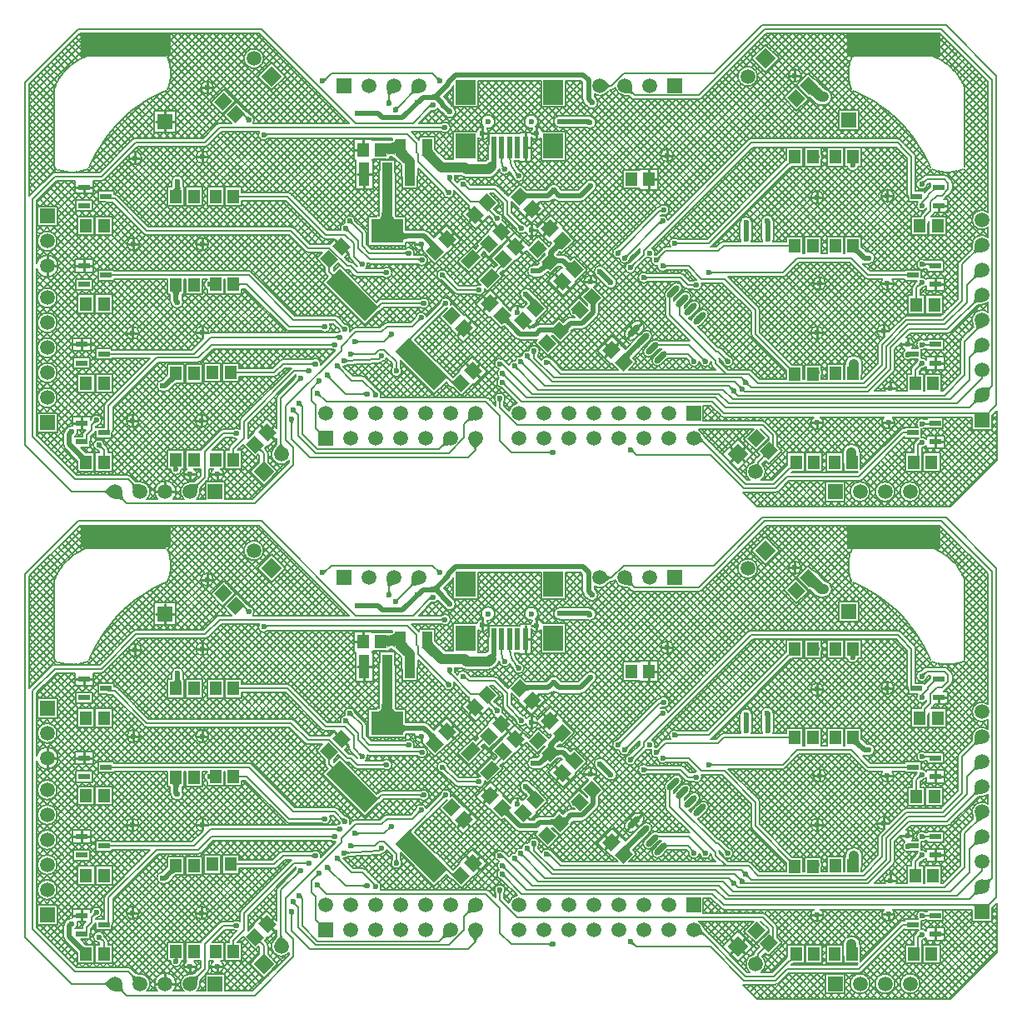
<source format=gbl>
G04*
G04 #@! TF.GenerationSoftware,Altium Limited,Altium Designer,19.0.15 (446)*
G04*
G04 Layer_Physical_Order=2*
G04 Layer_Color=16711680*
%FSLAX44Y44*%
%MOMM*%
G71*
G01*
G75*
%ADD10C,0.2032*%
%ADD11C,0.1500*%
G04:AMPARAMS|DCode=16|XSize=1.4mm|YSize=1.2mm|CornerRadius=0mm|HoleSize=0mm|Usage=FLASHONLY|Rotation=135.000|XOffset=0mm|YOffset=0mm|HoleType=Round|Shape=Rectangle|*
%AMROTATEDRECTD16*
4,1,4,0.9192,-0.0707,0.0707,-0.9192,-0.9192,0.0707,-0.0707,0.9192,0.9192,-0.0707,0.0*
%
%ADD16ROTATEDRECTD16*%

G04:AMPARAMS|DCode=18|XSize=1.4mm|YSize=1.2mm|CornerRadius=0mm|HoleSize=0mm|Usage=FLASHONLY|Rotation=225.000|XOffset=0mm|YOffset=0mm|HoleType=Round|Shape=Rectangle|*
%AMROTATEDRECTD18*
4,1,4,0.0707,0.9192,0.9192,0.0707,-0.0707,-0.9192,-0.9192,-0.0707,0.0707,0.9192,0.0*
%
%ADD18ROTATEDRECTD18*%

%ADD19C,0.2540*%
%ADD20C,0.5000*%
%ADD21C,1.0000*%
%ADD22C,1.5000*%
%ADD23R,1.5000X1.5000*%
%ADD24R,1.5000X1.5000*%
%ADD25P,2.1213X4X360.0*%
%ADD26P,2.1213X4X270.0*%
%ADD27C,0.6000*%
G04:AMPARAMS|DCode=28|XSize=1.7mm|YSize=1.1mm|CornerRadius=0mm|HoleSize=0mm|Usage=FLASHONLY|Rotation=45.000|XOffset=0mm|YOffset=0mm|HoleType=Round|Shape=Rectangle|*
%AMROTATEDRECTD28*
4,1,4,-0.2121,-0.9900,-0.9900,-0.2121,0.2121,0.9900,0.9900,0.2121,-0.2121,-0.9900,0.0*
%
%ADD28ROTATEDRECTD28*%

G04:AMPARAMS|DCode=29|XSize=2mm|YSize=5.6mm|CornerRadius=0mm|HoleSize=0mm|Usage=FLASHONLY|Rotation=45.000|XOffset=0mm|YOffset=0mm|HoleType=Round|Shape=Rectangle|*
%AMROTATEDRECTD29*
4,1,4,1.2728,-2.6870,-2.6870,1.2728,-1.2728,2.6870,2.6870,-1.2728,1.2728,-2.6870,0.0*
%
%ADD29ROTATEDRECTD29*%

%ADD30R,1.0000X2.4000*%
%ADD31R,3.3000X2.4000*%
%ADD32R,1.1000X1.7000*%
%ADD33R,1.2000X1.4000*%
%ADD34R,1.1500X0.6000*%
G04:AMPARAMS|DCode=35|XSize=0.6mm|YSize=1.6mm|CornerRadius=0mm|HoleSize=0mm|Usage=FLASHONLY|Rotation=315.000|XOffset=0mm|YOffset=0mm|HoleType=Round|Shape=Round|*
%AMOVALD35*
21,1,1.0000,0.6000,0.0000,0.0000,45.0*
1,1,0.6000,-0.3536,-0.3536*
1,1,0.6000,0.3536,0.3536*
%
%ADD35OVALD35*%

%ADD36R,2.0000X2.5000*%
%ADD37R,0.5000X2.3000*%
%ADD38C,0.8000*%
%ADD39R,9.2461X2.3129*%
%ADD40R,9.5457X2.3880*%
G36*
X314202Y939423D02*
X314056Y939263D01*
X313913Y939077D01*
X313773Y938866D01*
X313637Y938629D01*
X313504Y938366D01*
X313246Y937764D01*
X313122Y937424D01*
X312882Y936668D01*
X310890Y940365D01*
X311208Y940278D01*
X311514Y940221D01*
X311805Y940193D01*
X312084Y940194D01*
X312349Y940225D01*
X312600Y940284D01*
X312838Y940373D01*
X313062Y940491D01*
X313274Y940638D01*
X313471Y940814D01*
X314202Y939423D01*
D02*
G37*
G36*
X426578Y941191D02*
X426784Y941042D01*
X427010Y940912D01*
X427256Y940799D01*
X427522Y940705D01*
X427809Y940628D01*
X428116Y940569D01*
X428443Y940528D01*
X428791Y940505D01*
X429159Y940500D01*
X426189Y937530D01*
X426184Y937898D01*
X426120Y938573D01*
X426061Y938880D01*
X425984Y939167D01*
X425890Y939433D01*
X425777Y939679D01*
X425647Y939905D01*
X425498Y940111D01*
X425332Y940296D01*
X426393Y941357D01*
X426578Y941191D01*
D02*
G37*
G36*
X598130Y936528D02*
X599406Y935233D01*
X600017Y934707D01*
X600610Y934262D01*
X601186Y933897D01*
X601744Y933614D01*
X602284Y933412D01*
X602807Y933290D01*
X603311Y933250D01*
Y931750D01*
X602807Y931710D01*
X602284Y931588D01*
X601744Y931386D01*
X601186Y931103D01*
X600610Y930738D01*
X600017Y930293D01*
X599406Y929767D01*
X598777Y929160D01*
X597466Y927703D01*
Y937297D01*
X598130Y936528D01*
D02*
G37*
G36*
X624603Y931212D02*
X624808Y928144D01*
X624940Y927311D01*
X625106Y926573D01*
X625303Y925930D01*
X625533Y925383D01*
X625795Y924930D01*
X626089Y924572D01*
X625028Y923511D01*
X624670Y923805D01*
X624217Y924067D01*
X623670Y924297D01*
X623027Y924494D01*
X622289Y924660D01*
X621456Y924792D01*
X619505Y924961D01*
X618388Y924997D01*
X617175Y925000D01*
X624600Y932425D01*
X624603Y931212D01*
D02*
G37*
G36*
X408029Y925001D02*
X406800Y924965D01*
X403699Y924689D01*
X402861Y924542D01*
X402120Y924366D01*
X401477Y924162D01*
X400931Y923930D01*
X400483Y923671D01*
X400132Y923383D01*
X399043Y924415D01*
X399343Y924780D01*
X399607Y925237D01*
X399835Y925787D01*
X400026Y926429D01*
X400180Y927163D01*
X400298Y927990D01*
X400380Y928909D01*
X400433Y931025D01*
X400405Y932221D01*
X408029Y925001D01*
D02*
G37*
G36*
X382842Y925008D02*
X381970Y924938D01*
X381189Y924813D01*
X380500Y924633D01*
X379903Y924397D01*
X379398Y924106D01*
X378985Y923760D01*
X378663Y923358D01*
X378434Y922901D01*
X378296Y922388D01*
X378250Y921820D01*
X376750Y922410D01*
X375131Y931102D01*
X382842Y925008D01*
D02*
G37*
G36*
X423599Y920540D02*
Y918040D01*
X417564Y923040D01*
X418549Y923075D01*
X419505Y923181D01*
X420432Y923358D01*
X421329Y923606D01*
X422198Y923924D01*
X423037Y924313D01*
X423846Y924772D01*
X424627Y925303D01*
X425378Y925904D01*
X426099Y926575D01*
X423599Y920540D01*
D02*
G37*
G36*
X819938Y924712D02*
X812867Y917641D01*
X811542Y918938D01*
X808226Y921836D01*
X807341Y922470D01*
X806567Y922938D01*
X805902Y923241D01*
X805348Y923377D01*
X804904Y923347D01*
X804571Y923152D01*
X813013Y931594D01*
X819938Y924712D01*
D02*
G37*
G36*
X378264Y919456D02*
X378304Y919206D01*
X378372Y918954D01*
X378466Y918700D01*
X378587Y918445D01*
X378736Y918187D01*
X378912Y917929D01*
X379114Y917668D01*
X379343Y917406D01*
X379600Y917142D01*
X375400D01*
X375657Y917406D01*
X376088Y917929D01*
X376264Y918187D01*
X376413Y918445D01*
X376534Y918700D01*
X376628Y918954D01*
X376696Y919206D01*
X376736Y919456D01*
X376750Y919705D01*
X378250D01*
X378264Y919456D01*
D02*
G37*
G36*
X420708Y910094D02*
X420474Y910250D01*
X420244Y910369D01*
X420016Y910449D01*
X419792Y910492D01*
X419571Y910497D01*
X419353Y910463D01*
X419138Y910392D01*
X418926Y910283D01*
X418717Y910136D01*
X418512Y909951D01*
X417733Y911294D01*
X418004Y911570D01*
X418972Y912670D01*
X419185Y912944D01*
X419753Y913760D01*
X419920Y914031D01*
X420708Y910094D01*
D02*
G37*
G36*
X387620Y910870D02*
X387450Y910681D01*
X387302Y910473D01*
X387175Y910247D01*
X387068Y910001D01*
X386982Y909737D01*
X386917Y909453D01*
X386873Y909151D01*
X386850Y908830D01*
X386847Y908490D01*
X386866Y908132D01*
X383701Y910893D01*
X384076Y910922D01*
X384763Y911027D01*
X385074Y911101D01*
X385363Y911190D01*
X385630Y911293D01*
X385876Y911412D01*
X386101Y911545D01*
X386303Y911693D01*
X386484Y911856D01*
X387620Y910870D01*
D02*
G37*
G36*
X230439Y904247D02*
X230395Y904139D01*
X230380Y904019D01*
X230397Y903887D01*
X230443Y903742D01*
X230519Y903585D01*
X230626Y903416D01*
X230763Y903235D01*
X230929Y903041D01*
X231126Y902835D01*
X230066Y901774D01*
X229859Y901970D01*
X229663Y902135D01*
X229477Y902267D01*
X229302Y902368D01*
X229138Y902437D01*
X228984Y902474D01*
X228841Y902480D01*
X228708Y902453D01*
X228586Y902395D01*
X228475Y902305D01*
X230513Y904343D01*
X230439Y904247D01*
D02*
G37*
G36*
X232389Y901591D02*
X232595Y901443D01*
X232820Y901313D01*
X233067Y901200D01*
X233333Y901105D01*
X233620Y901029D01*
X233927Y900970D01*
X234254Y900929D01*
X234602Y900906D01*
X234970Y900900D01*
X232000Y897931D01*
X231995Y898299D01*
X231931Y898973D01*
X231872Y899281D01*
X231795Y899567D01*
X231701Y899834D01*
X231588Y900080D01*
X231458Y900306D01*
X231309Y900512D01*
X231143Y900697D01*
X232204Y901758D01*
X232389Y901591D01*
D02*
G37*
G36*
X432273Y887900D02*
X432009Y888157D01*
X431487Y888589D01*
X431228Y888764D01*
X430971Y888913D01*
X430716Y889034D01*
X430462Y889129D01*
X430210Y889196D01*
X429960Y889237D01*
X429711Y889250D01*
Y890750D01*
X429960Y890764D01*
X430210Y890804D01*
X430462Y890872D01*
X430716Y890966D01*
X430971Y891088D01*
X431228Y891236D01*
X431487Y891412D01*
X431747Y891614D01*
X432009Y891844D01*
X432273Y892100D01*
Y887900D01*
D02*
G37*
G36*
X251810Y884934D02*
X252794Y884477D01*
X253090Y884365D01*
X253634Y884202D01*
X253882Y884152D01*
X254114Y884121D01*
X254331Y884111D01*
X254798Y882611D01*
X254534Y882596D01*
X254280Y882551D01*
X254038Y882475D01*
X253807Y882370D01*
X253587Y882234D01*
X253379Y882068D01*
X253181Y881872D01*
X252995Y881646D01*
X252819Y881390D01*
X252655Y881103D01*
X251450Y885126D01*
X251810Y884934D01*
D02*
G37*
G36*
X383736Y873778D02*
X385285Y873750D01*
Y863750D01*
X383736Y863724D01*
Y861232D01*
X383636Y861710D01*
X383336Y862138D01*
X382836Y862516D01*
X382136Y862843D01*
X381236Y863120D01*
X380136Y863347D01*
X379798Y863393D01*
X378885Y863235D01*
X377785Y862945D01*
X376885Y862591D01*
X376185Y862172D01*
X375685Y861690D01*
X375385Y861142D01*
X375285Y860530D01*
Y863729D01*
X373736Y863750D01*
Y873750D01*
X375285Y873786D01*
Y874470D01*
X375385Y874333D01*
X375685Y874210D01*
X376185Y874102D01*
X376885Y874009D01*
X377564Y873960D01*
X378837Y874148D01*
X380136Y874457D01*
X381236Y874855D01*
X382136Y875341D01*
X382836Y875916D01*
X383336Y876579D01*
X383636Y877331D01*
X383736Y878171D01*
Y873778D01*
D02*
G37*
G36*
X415401Y871641D02*
X415535Y871527D01*
X415669Y871426D01*
X415805Y871337D01*
X415941Y871261D01*
X416078Y871197D01*
X416216Y871146D01*
X416355Y871107D01*
X416494Y871081D01*
X416634Y871067D01*
X412432Y866865D01*
X412419Y867005D01*
X412393Y867145D01*
X412354Y867283D01*
X412303Y867421D01*
X412239Y867559D01*
X412163Y867695D01*
X412074Y867830D01*
X411972Y867965D01*
X411858Y868099D01*
X411732Y868232D01*
X415268Y871768D01*
X415401Y871641D01*
D02*
G37*
G36*
X501430Y858515D02*
X501307Y858471D01*
X501202Y858396D01*
X501115Y858292D01*
X501046Y858157D01*
X500995Y857993D01*
X500962Y857799D01*
X500947Y857576D01*
X500951Y857322D01*
X500972Y857039D01*
X499459Y857038D01*
X499423Y857321D01*
X499375Y857575D01*
X499314Y857799D01*
X499242Y857993D01*
X499158Y858157D01*
X499062Y858291D01*
X498953Y858396D01*
X498833Y858471D01*
X498701Y858515D01*
X498557Y858530D01*
X501571D01*
X501430Y858515D01*
D02*
G37*
G36*
X493357Y858515D02*
X493229Y858470D01*
X493116Y858395D01*
X493019Y858290D01*
X492937Y858155D01*
X492869Y857990D01*
X492817Y857795D01*
X492779Y857570D01*
X492757Y857315D01*
X492749Y857030D01*
X491249D01*
X491241Y857315D01*
X491219Y857570D01*
X491181Y857795D01*
X491129Y857990D01*
X491062Y858155D01*
X490979Y858290D01*
X490882Y858395D01*
X490769Y858470D01*
X490642Y858515D01*
X490499Y858530D01*
X493499D01*
X493357Y858515D01*
D02*
G37*
G36*
X394228Y870524D02*
X394061Y869813D01*
X394145Y868955D01*
X394480Y867950D01*
X395065Y866797D01*
X395900Y865497D01*
X396986Y864050D01*
X398322Y862455D01*
X401746Y858824D01*
X394864Y851564D01*
X393013Y853401D01*
X384649Y860845D01*
X384111Y861135D01*
X383736Y861232D01*
X394645Y871087D01*
X394228Y870524D01*
D02*
G37*
G36*
X421105Y872168D02*
X420843Y871233D01*
X420859Y870161D01*
X421153Y868952D01*
X421724Y867607D01*
X422573Y866124D01*
X423700Y864504D01*
X425104Y862748D01*
X428746Y858824D01*
X422803Y850625D01*
X420774Y852640D01*
X411120Y861125D01*
X410736Y861232D01*
X421645Y872967D01*
X421105Y872168D01*
D02*
G37*
G36*
X493263Y851703D02*
X493382Y851490D01*
X493531Y851296D01*
X493710Y851122D01*
X493919Y850966D01*
X494157Y850829D01*
X494426Y850711D01*
X494724Y850612D01*
X495051Y850532D01*
X495409Y850471D01*
X492036Y847968D01*
X492088Y848333D01*
X492148Y849022D01*
X492156Y849346D01*
X492130Y849953D01*
X492095Y850236D01*
X492046Y850505D01*
X491982Y850761D01*
X491904Y851003D01*
X493173Y851936D01*
X493263Y851703D01*
D02*
G37*
G36*
X506645Y844370D02*
X506836Y844211D01*
X507049Y844070D01*
X507285Y843949D01*
X507544Y843847D01*
X507825Y843764D01*
X508128Y843700D01*
X508455Y843656D01*
X508804Y843630D01*
X509175Y843624D01*
X506200Y840659D01*
X506196Y841023D01*
X506138Y841696D01*
X506084Y842006D01*
X506013Y842298D01*
X505926Y842571D01*
X505822Y842827D01*
X505702Y843064D01*
X505564Y843284D01*
X505410Y843485D01*
X506476Y844548D01*
X506645Y844370D01*
D02*
G37*
G36*
X441015Y836660D02*
X440885Y836462D01*
X440795Y836263D01*
X440745Y836062D01*
X440734Y835861D01*
X440764Y835658D01*
X440833Y835454D01*
X440942Y835248D01*
X441091Y835042D01*
X441279Y834834D01*
X439851Y834141D01*
X437296Y836496D01*
X441185Y836856D01*
X441015Y836660D01*
D02*
G37*
G36*
X922818Y835296D02*
X922652Y835111D01*
X922504Y834905D01*
X922373Y834679D01*
X922261Y834433D01*
X922166Y834167D01*
X922089Y833880D01*
X922030Y833573D01*
X921989Y833245D01*
X921966Y832898D01*
X921961Y832530D01*
X918991Y835500D01*
X919359Y835505D01*
X920034Y835569D01*
X920341Y835628D01*
X920628Y835705D01*
X920894Y835799D01*
X921141Y835912D01*
X921367Y836042D01*
X921572Y836191D01*
X921758Y836357D01*
X922818Y835296D01*
D02*
G37*
G36*
X455500Y832941D02*
X455873Y831922D01*
X456004Y831634D01*
X456273Y831134D01*
X456413Y830923D01*
X456556Y830737D01*
X456702Y830577D01*
X455971Y829186D01*
X455774Y829362D01*
X455563Y829509D01*
X455338Y829627D01*
X455100Y829716D01*
X454849Y829775D01*
X454584Y829806D01*
X454305Y829807D01*
X454014Y829779D01*
X453708Y829721D01*
X453390Y829635D01*
X455382Y833332D01*
X455500Y832941D01*
D02*
G37*
G36*
X165020Y831019D02*
X165177Y829419D01*
X165315Y828769D01*
X165492Y828219D01*
X165709Y827769D01*
X165965Y827419D01*
X166260Y827169D01*
X166595Y827019D01*
X166969Y826969D01*
X157500Y826939D01*
X157975Y826991D01*
X158400Y827143D01*
X158775Y827395D01*
X159100Y827748D01*
X159375Y828201D01*
X159600Y828754D01*
X159775Y829407D01*
X159900Y830161D01*
X159975Y831015D01*
X160000Y831969D01*
X165000D01*
X165020Y831019D01*
D02*
G37*
G36*
X932489Y826561D02*
X932375Y826643D01*
X932239Y826682D01*
X932082Y826679D01*
X931902Y826634D01*
X931701Y826546D01*
X931478Y826415D01*
X931233Y826243D01*
X930966Y826027D01*
X930368Y825470D01*
X929307Y826531D01*
X929607Y826841D01*
X930080Y827396D01*
X930252Y827641D01*
X930383Y827864D01*
X930471Y828065D01*
X930516Y828244D01*
X930519Y828402D01*
X930480Y828538D01*
X930398Y828652D01*
X932489Y826561D01*
D02*
G37*
G36*
X435416Y827371D02*
X435622Y827223D01*
X435848Y827093D01*
X436094Y826980D01*
X436360Y826885D01*
X436647Y826808D01*
X436954Y826750D01*
X437281Y826709D01*
X437629Y826685D01*
X437997Y826680D01*
X435027Y823710D01*
X435022Y824078D01*
X434958Y824753D01*
X434899Y825061D01*
X434822Y825347D01*
X434728Y825614D01*
X434615Y825860D01*
X434485Y826086D01*
X434336Y826292D01*
X434170Y826477D01*
X435231Y827538D01*
X435416Y827371D01*
D02*
G37*
G36*
X909345Y824180D02*
X909367Y823922D01*
X909405Y823693D01*
X909457Y823495D01*
X909525Y823327D01*
X909607Y823189D01*
X909705Y823081D01*
X909817Y823003D01*
X909945Y822956D01*
X910087Y822939D01*
X907868Y822969D01*
X907862Y822984D01*
X907857Y823029D01*
X907852Y823104D01*
X907837Y824469D01*
X909337D01*
X909345Y824180D01*
D02*
G37*
G36*
X224954Y821357D02*
X225000Y821230D01*
X225077Y821117D01*
X225184Y821020D01*
X225322Y820937D01*
X225490Y820870D01*
X225689Y820817D01*
X225918Y820780D01*
X226178Y820757D01*
X226469Y820750D01*
Y819250D01*
X226178Y819242D01*
X225918Y819220D01*
X225689Y819182D01*
X225490Y819130D01*
X225322Y819062D01*
X225184Y818980D01*
X225077Y818882D01*
X225000Y818770D01*
X224954Y818642D01*
X224939Y818500D01*
Y821500D01*
X224954Y821357D01*
D02*
G37*
G36*
X95576Y819107D02*
X95624Y818980D01*
X95701Y818867D01*
X95809Y818770D01*
X95947Y818687D01*
X96115Y818620D01*
X96314Y818567D01*
X96542Y818530D01*
X96801Y818507D01*
X97090Y818500D01*
Y817000D01*
X95590Y817030D01*
X95559Y819250D01*
X95576Y819107D01*
D02*
G37*
G36*
X514224Y825232D02*
X514449Y824807D01*
X514824Y824432D01*
X515349Y824107D01*
X516024Y823832D01*
X516849Y823607D01*
X517824Y823432D01*
X518949Y823307D01*
X521649Y823207D01*
Y818207D01*
X520224Y818182D01*
X517824Y817982D01*
X516849Y817807D01*
X516024Y817582D01*
X515349Y817307D01*
X514824Y816982D01*
X514449Y816607D01*
X514224Y816182D01*
X514149Y815707D01*
Y825707D01*
X514224Y825232D01*
D02*
G37*
G36*
X469987Y812843D02*
X469964Y812986D01*
X469897Y813113D01*
X469784Y813226D01*
X469627Y813323D01*
X469424Y813406D01*
X469177Y813473D01*
X468884Y813526D01*
X468547Y813563D01*
X467737Y813593D01*
Y815093D01*
X468164Y815101D01*
X468884Y815161D01*
X469177Y815213D01*
X469424Y815281D01*
X469627Y815363D01*
X469784Y815461D01*
X469897Y815573D01*
X469964Y815701D01*
X469987Y815843D01*
Y812843D01*
D02*
G37*
G36*
X654708Y804142D02*
X654607Y804231D01*
X654486Y804312D01*
X654346Y804383D01*
X654186Y804444D01*
X654006Y804496D01*
X653807Y804538D01*
X653588Y804572D01*
X653091Y804609D01*
X652813Y804614D01*
Y806114D01*
X653000Y806121D01*
X653171Y806141D01*
X653324Y806174D01*
X653460Y806220D01*
X653579Y806280D01*
X653681Y806353D01*
X653766Y806440D01*
X653834Y806539D01*
X653884Y806652D01*
X653918Y806778D01*
X654708Y804142D01*
D02*
G37*
G36*
X480456Y806621D02*
X480398Y806499D01*
X480373Y806365D01*
X480380Y806220D01*
X480419Y806065D01*
X480490Y805898D01*
X480594Y805720D01*
X480729Y805531D01*
X480897Y805331D01*
X481098Y805120D01*
X480037Y804060D01*
X479826Y804260D01*
X479626Y804428D01*
X479437Y804564D01*
X479260Y804668D01*
X479093Y804739D01*
X478937Y804778D01*
X478792Y804785D01*
X478659Y804759D01*
X478536Y804702D01*
X478425Y804612D01*
X480546Y806733D01*
X480456Y806621D01*
D02*
G37*
G36*
X484988Y801249D02*
X485192Y801101D01*
X485417Y800969D01*
X485663Y800853D01*
X485930Y800753D01*
X486218Y800670D01*
X486528Y800603D01*
X486858Y800552D01*
X487209Y800517D01*
X487582Y800498D01*
X484502Y797642D01*
X484510Y798005D01*
X484499Y798348D01*
X484468Y798673D01*
X484417Y798977D01*
X484347Y799262D01*
X484257Y799528D01*
X484148Y799773D01*
X484019Y800000D01*
X483871Y800207D01*
X483703Y800394D01*
X484804Y801414D01*
X484988Y801249D01*
D02*
G37*
G36*
X922906Y796969D02*
X920687Y796939D01*
X920829Y796956D01*
X920957Y797003D01*
X921069Y797081D01*
X921167Y797189D01*
X921249Y797327D01*
X921317Y797495D01*
X921369Y797693D01*
X921407Y797922D01*
X921429Y798180D01*
X921437Y798469D01*
X922937D01*
X922906Y796969D01*
D02*
G37*
G36*
X380450Y804706D02*
X380600Y803006D01*
X380850Y801506D01*
X381200Y800206D01*
X381650Y799106D01*
X382200Y798206D01*
X382850Y797506D01*
X383600Y797006D01*
X384450Y796706D01*
X385400Y796606D01*
X365400D01*
X366350Y796706D01*
X367200Y797006D01*
X367950Y797506D01*
X368600Y798206D01*
X369150Y799106D01*
X369600Y800206D01*
X369950Y801506D01*
X370200Y803006D01*
X370350Y804706D01*
X370400Y806606D01*
X380400D01*
X380450Y804706D01*
D02*
G37*
G36*
X654734Y792125D02*
X654413Y792208D01*
X654106Y792263D01*
X653812Y792289D01*
X653533Y792286D01*
X653267Y792254D01*
X653014Y792193D01*
X652776Y792104D01*
X652551Y791985D01*
X652340Y791838D01*
X652143Y791662D01*
X651399Y793039D01*
X651546Y793201D01*
X651689Y793388D01*
X651828Y793600D01*
X651964Y793838D01*
X652096Y794101D01*
X652349Y794704D01*
X652470Y795044D01*
X652700Y795799D01*
X654734Y792125D01*
D02*
G37*
G36*
X340583Y794602D02*
X340648Y793927D01*
X340706Y793620D01*
X340783Y793333D01*
X340878Y793067D01*
X340990Y792821D01*
X341121Y792595D01*
X341269Y792389D01*
X341436Y792204D01*
X340375Y791143D01*
X340190Y791309D01*
X339984Y791458D01*
X339758Y791588D01*
X339512Y791701D01*
X339245Y791795D01*
X338959Y791872D01*
X338651Y791931D01*
X338324Y791972D01*
X337976Y791995D01*
X337608Y792000D01*
X340578Y794970D01*
X340583Y794602D01*
D02*
G37*
G36*
X509485Y791191D02*
X509691Y791042D01*
X509917Y790912D01*
X510163Y790799D01*
X510429Y790705D01*
X510716Y790628D01*
X511023Y790569D01*
X511351Y790528D01*
X511698Y790505D01*
X512066Y790500D01*
X509096Y787530D01*
X509091Y787898D01*
X509027Y788573D01*
X508968Y788880D01*
X508891Y789167D01*
X508797Y789433D01*
X508684Y789679D01*
X508554Y789905D01*
X508405Y790111D01*
X508239Y790296D01*
X509300Y791357D01*
X509485Y791191D01*
D02*
G37*
G36*
X336334Y787102D02*
X336398Y786427D01*
X336456Y786120D01*
X336533Y785833D01*
X336628Y785567D01*
X336740Y785321D01*
X336871Y785095D01*
X337019Y784889D01*
X337186Y784704D01*
X336125Y783643D01*
X335939Y783809D01*
X335734Y783958D01*
X335508Y784088D01*
X335262Y784201D01*
X334995Y784295D01*
X334708Y784372D01*
X334401Y784431D01*
X334074Y784472D01*
X333726Y784495D01*
X333358Y784500D01*
X336328Y787470D01*
X336334Y787102D01*
D02*
G37*
G36*
X380432Y784827D02*
X380533Y784372D01*
X380658Y783934D01*
X380807Y783514D01*
X380981Y783111D01*
X381179Y782726D01*
X381401Y782358D01*
X381648Y782007D01*
X381919Y781674D01*
X382214Y781358D01*
X378678Y777822D01*
X378362Y778117D01*
X378029Y778388D01*
X377678Y778635D01*
X377310Y778857D01*
X376925Y779055D01*
X376522Y779229D01*
X376102Y779378D01*
X375664Y779503D01*
X375210Y779604D01*
X374737Y779680D01*
X380356Y785299D01*
X380432Y784827D01*
D02*
G37*
G36*
X391889Y784115D02*
X392040Y783690D01*
X392291Y783315D01*
X392644Y782990D01*
X393096Y782715D01*
X393650Y782490D01*
X394304Y782315D01*
X395058Y782190D01*
X395913Y782115D01*
X396869Y782090D01*
Y777090D01*
X395913Y777065D01*
X395058Y776990D01*
X394304Y776865D01*
X393650Y776690D01*
X393096Y776465D01*
X392644Y776190D01*
X392291Y775865D01*
X392040Y775490D01*
X391889Y775065D01*
X391839Y774590D01*
Y784590D01*
X391889Y784115D01*
D02*
G37*
G36*
X669906Y774343D02*
X670429Y773912D01*
X670688Y773736D01*
X670945Y773587D01*
X671200Y773466D01*
X671454Y773372D01*
X671706Y773304D01*
X671956Y773263D01*
X672205Y773250D01*
Y771750D01*
X671956Y771737D01*
X671706Y771696D01*
X671454Y771628D01*
X671200Y771534D01*
X670945Y771413D01*
X670688Y771264D01*
X670429Y771088D01*
X670168Y770886D01*
X669906Y770657D01*
X669642Y770400D01*
Y774600D01*
X669906Y774343D01*
D02*
G37*
G36*
X784061Y768500D02*
X784046Y768643D01*
X784000Y768770D01*
X783923Y768883D01*
X783816Y768980D01*
X783678Y769062D01*
X783510Y769130D01*
X783311Y769183D01*
X783081Y769220D01*
X782821Y769242D01*
X782530Y769250D01*
Y770750D01*
X782821Y770758D01*
X783081Y770780D01*
X783311Y770817D01*
X783510Y770870D01*
X783678Y770937D01*
X783816Y771020D01*
X783923Y771117D01*
X784000Y771230D01*
X784046Y771357D01*
X784061Y771500D01*
Y768500D01*
D02*
G37*
G36*
X422929Y772785D02*
X418018Y767831D01*
X418317Y768204D01*
X418509Y768613D01*
X418596Y769056D01*
X418576Y769536D01*
X418450Y770050D01*
X418218Y770601D01*
X417880Y771186D01*
X417436Y771807D01*
X416885Y772464D01*
X416228Y773156D01*
X419764Y776692D01*
X422929Y772785D01*
D02*
G37*
G36*
X474019Y767354D02*
X473908Y767444D01*
X473785Y767501D01*
X473651Y767527D01*
X473507Y767520D01*
X473351Y767481D01*
X473184Y767410D01*
X473006Y767306D01*
X472817Y767170D01*
X472618Y767002D01*
X472407Y766802D01*
X471346Y767862D01*
X471546Y768073D01*
X471714Y768273D01*
X471850Y768462D01*
X471954Y768640D01*
X472025Y768807D01*
X472064Y768962D01*
X472071Y769107D01*
X472046Y769241D01*
X471988Y769363D01*
X471898Y769475D01*
X474019Y767354D01*
D02*
G37*
G36*
X552265Y766158D02*
X551894Y766458D01*
X551486Y766652D01*
X551043Y766739D01*
X550565Y766720D01*
X550050Y766594D01*
X549500Y766362D01*
X548913Y766023D01*
X548292Y765578D01*
X547634Y765027D01*
X547220Y764634D01*
X546829Y764222D01*
X546279Y763565D01*
X545835Y762944D01*
X545496Y762359D01*
X545264Y761809D01*
X545139Y761294D01*
X545119Y760815D01*
X545205Y760370D01*
X545397Y759962D01*
X545696Y759588D01*
X542071Y763256D01*
X543660Y767649D01*
X543405Y767904D01*
X544063Y768597D01*
X544614Y769255D01*
X545060Y769877D01*
X545398Y770463D01*
X545631Y771014D01*
X545756Y771528D01*
X545775Y772007D01*
X545688Y772450D01*
X545494Y772857D01*
X545194Y773229D01*
X552265Y766158D01*
D02*
G37*
G36*
X468034Y762429D02*
X467834Y762218D01*
X467666Y762018D01*
X467530Y761830D01*
X467426Y761652D01*
X467355Y761485D01*
X467316Y761329D01*
X467309Y761185D01*
X467335Y761051D01*
X467392Y760928D01*
X467482Y760817D01*
X465361Y762938D01*
X465472Y762848D01*
X465595Y762790D01*
X465729Y762765D01*
X465873Y762772D01*
X466029Y762811D01*
X466196Y762882D01*
X466374Y762986D01*
X466563Y763121D01*
X466763Y763290D01*
X466973Y763490D01*
X468034Y762429D01*
D02*
G37*
G36*
X613857Y765348D02*
X613691Y765162D01*
X613542Y764957D01*
X613412Y764731D01*
X613299Y764484D01*
X613205Y764218D01*
X613128Y763931D01*
X613069Y763624D01*
X613028Y763297D01*
X613005Y762949D01*
X613000Y762581D01*
X610030Y765551D01*
X610398Y765556D01*
X611073Y765620D01*
X611380Y765679D01*
X611667Y765756D01*
X611933Y765851D01*
X612179Y765963D01*
X612405Y766094D01*
X612611Y766242D01*
X612796Y766408D01*
X613857Y765348D01*
D02*
G37*
G36*
X979925Y763300D02*
X978712Y763297D01*
X975644Y763092D01*
X974811Y762960D01*
X974073Y762794D01*
X973430Y762597D01*
X972883Y762367D01*
X972430Y762105D01*
X972072Y761811D01*
X971011Y762872D01*
X971305Y763230D01*
X971567Y763683D01*
X971797Y764230D01*
X971994Y764873D01*
X972160Y765611D01*
X972292Y766444D01*
X972461Y768395D01*
X972497Y769512D01*
X972500Y770725D01*
X979925Y763300D01*
D02*
G37*
G36*
X395358Y760400D02*
X395094Y760657D01*
X394571Y761088D01*
X394312Y761264D01*
X394055Y761413D01*
X393800Y761534D01*
X393546Y761628D01*
X393294Y761696D01*
X393044Y761737D01*
X392795Y761750D01*
Y763250D01*
X393044Y763263D01*
X393294Y763304D01*
X393546Y763372D01*
X393800Y763466D01*
X394055Y763587D01*
X394312Y763736D01*
X394571Y763912D01*
X394832Y764114D01*
X395094Y764343D01*
X395358Y764600D01*
Y760400D01*
D02*
G37*
G36*
X854687Y769713D02*
X854545Y769253D01*
Y768723D01*
X854687Y768122D01*
X854970Y767450D01*
X855394Y766707D01*
X855959Y765894D01*
X856667Y765010D01*
X858505Y763030D01*
X854970Y759495D01*
X853944Y760485D01*
X852106Y762040D01*
X851293Y762606D01*
X850550Y763030D01*
X849878Y763313D01*
X849277Y763455D01*
X848747D01*
X848287Y763313D01*
X847898Y763030D01*
X854970Y770101D01*
X854687Y769713D01*
D02*
G37*
G36*
X620777Y760296D02*
X620611Y760111D01*
X620462Y759905D01*
X620332Y759679D01*
X620219Y759433D01*
X620125Y759167D01*
X620048Y758880D01*
X619989Y758573D01*
X619948Y758245D01*
X619925Y757898D01*
X619920Y757530D01*
X616950Y760500D01*
X617318Y760505D01*
X617993Y760569D01*
X618300Y760628D01*
X618587Y760705D01*
X618853Y760799D01*
X619099Y760912D01*
X619325Y761042D01*
X619531Y761191D01*
X619716Y761357D01*
X620777Y760296D01*
D02*
G37*
G36*
X464311Y758707D02*
X464145Y758521D01*
X463997Y758316D01*
X463866Y758090D01*
X463754Y757843D01*
X463659Y757577D01*
X463582Y757290D01*
X463523Y756983D01*
X463482Y756656D01*
X463459Y756308D01*
X463454Y755940D01*
X460484Y758910D01*
X460852Y758915D01*
X461527Y758979D01*
X461834Y759038D01*
X462121Y759115D01*
X462388Y759210D01*
X462634Y759322D01*
X462860Y759453D01*
X463065Y759601D01*
X463251Y759767D01*
X464311Y758707D01*
D02*
G37*
G36*
X653277Y757796D02*
X653111Y757611D01*
X652962Y757405D01*
X652832Y757179D01*
X652719Y756933D01*
X652625Y756667D01*
X652548Y756380D01*
X652489Y756073D01*
X652448Y755745D01*
X652425Y755398D01*
X652420Y755030D01*
X649450Y758000D01*
X649818Y758005D01*
X650493Y758069D01*
X650800Y758128D01*
X651087Y758205D01*
X651353Y758299D01*
X651600Y758412D01*
X651825Y758542D01*
X652031Y758691D01*
X652216Y758857D01*
X653277Y757796D01*
D02*
G37*
G36*
X408272Y753660D02*
X408098Y753945D01*
X407914Y754200D01*
X407720Y754425D01*
X407516Y754620D01*
X407303Y754785D01*
X407079Y754920D01*
X406845Y755025D01*
X406602Y755100D01*
X406349Y755145D01*
X406086Y755160D01*
X406503Y756660D01*
X406724Y756671D01*
X406959Y756702D01*
X407209Y756755D01*
X407473Y756829D01*
X407751Y756924D01*
X408352Y757178D01*
X408673Y757336D01*
X409360Y757716D01*
X408272Y753660D01*
D02*
G37*
G36*
X546526Y758537D02*
X546723Y758280D01*
X547051Y758054D01*
X547509Y757857D01*
X548099Y757691D01*
X548820Y757555D01*
X549672Y757450D01*
X551768Y757329D01*
X553013Y757314D01*
Y752314D01*
X551768Y752299D01*
X548820Y752072D01*
X548099Y751937D01*
X547509Y751770D01*
X547051Y751574D01*
X546723Y751348D01*
X546526Y751091D01*
X546461Y750805D01*
Y758823D01*
X546526Y758537D01*
D02*
G37*
G36*
X347049Y754355D02*
X347259Y754207D01*
X347486Y754082D01*
X347730Y753982D01*
X347991Y753905D01*
X348270Y753851D01*
X348565Y753822D01*
X348879Y753816D01*
X349209Y753833D01*
X349557Y753875D01*
X347025Y750524D01*
X346968Y750906D01*
X346821Y751601D01*
X346731Y751915D01*
X346629Y752205D01*
X346516Y752472D01*
X346391Y752717D01*
X346255Y752938D01*
X346108Y753137D01*
X345949Y753313D01*
X346857Y754526D01*
X347049Y754355D01*
D02*
G37*
G36*
X926941Y749300D02*
X926925Y749443D01*
X926879Y749570D01*
X926803Y749682D01*
X926696Y749780D01*
X926558Y749863D01*
X926390Y749930D01*
X926191Y749983D01*
X925961Y750020D01*
X925701Y750042D01*
X925410Y750050D01*
Y751550D01*
X925701Y751557D01*
X925961Y751580D01*
X926191Y751618D01*
X926390Y751670D01*
X926558Y751738D01*
X926696Y751820D01*
X926803Y751917D01*
X926879Y752030D01*
X926925Y752158D01*
X926941Y752300D01*
Y749300D01*
D02*
G37*
G36*
X921562Y752644D02*
X922084Y752212D01*
X922343Y752036D01*
X922600Y751888D01*
X922856Y751766D01*
X923109Y751672D01*
X923361Y751604D01*
X923612Y751563D01*
X923860Y751550D01*
Y750050D01*
X923612Y750036D01*
X923361Y749996D01*
X923109Y749929D01*
X922856Y749834D01*
X922600Y749713D01*
X922343Y749564D01*
X922084Y749389D01*
X921824Y749186D01*
X921562Y748957D01*
X921298Y748700D01*
Y752900D01*
X921562Y752644D01*
D02*
G37*
G36*
X493111Y748262D02*
X492999Y748352D01*
X492877Y748409D01*
X492743Y748435D01*
X492599Y748428D01*
X492443Y748389D01*
X492276Y748318D01*
X492098Y748214D01*
X491909Y748078D01*
X491710Y747910D01*
X491499Y747710D01*
X490438Y748771D01*
X490638Y748981D01*
X490806Y749181D01*
X490942Y749370D01*
X491046Y749548D01*
X491117Y749715D01*
X491156Y749871D01*
X491163Y750015D01*
X491137Y750149D01*
X491080Y750272D01*
X490990Y750383D01*
X493111Y748262D01*
D02*
G37*
G36*
X626664Y750296D02*
X626498Y750111D01*
X626349Y749905D01*
X626219Y749679D01*
X626106Y749433D01*
X626012Y749167D01*
X625935Y748880D01*
X625876Y748573D01*
X625835Y748245D01*
X625812Y747898D01*
X625807Y747530D01*
X622837Y750500D01*
X623205Y750505D01*
X623880Y750569D01*
X624187Y750628D01*
X624474Y750705D01*
X624740Y750799D01*
X624986Y750912D01*
X625212Y751042D01*
X625418Y751191D01*
X625603Y751357D01*
X626664Y750296D01*
D02*
G37*
G36*
X657998Y751043D02*
X658520Y750611D01*
X658779Y750436D01*
X659036Y750287D01*
X659292Y750166D01*
X659545Y750071D01*
X659797Y750004D01*
X660048Y749963D01*
X660296Y749950D01*
Y748450D01*
X660048Y748436D01*
X659797Y748396D01*
X659545Y748328D01*
X659292Y748234D01*
X659036Y748112D01*
X658779Y747964D01*
X658520Y747788D01*
X658260Y747586D01*
X657998Y747356D01*
X657734Y747100D01*
Y751300D01*
X657998Y751043D01*
D02*
G37*
G36*
X558676Y754253D02*
X559333Y753703D01*
X559954Y753258D01*
X560540Y752920D01*
X561090Y752688D01*
X561605Y752562D01*
X562084Y752542D01*
X562528Y752629D01*
X562936Y752822D01*
X563308Y753121D01*
X557215Y747071D01*
X557326Y747252D01*
X557350Y747489D01*
X557289Y747781D01*
X557141Y748128D01*
X556907Y748531D01*
X556588Y748989D01*
X556182Y749503D01*
X555112Y750695D01*
X554448Y751375D01*
X557983Y754910D01*
X558676Y754253D01*
D02*
G37*
G36*
X318183Y748486D02*
X318059Y748418D01*
X317950Y748304D01*
X317855Y748145D01*
X317775Y747941D01*
X317710Y747691D01*
X317659Y747395D01*
X317622Y747055D01*
X317593Y746237D01*
X316093D01*
X316086Y746668D01*
X316028Y747395D01*
X315977Y747691D01*
X315911Y747941D01*
X315831Y748145D01*
X315736Y748304D01*
X315627Y748418D01*
X315503Y748486D01*
X315365Y748508D01*
X318322D01*
X318183Y748486D01*
D02*
G37*
G36*
X539779Y745879D02*
X539407Y746180D01*
X539000Y746373D01*
X538557Y746461D01*
X538078Y746441D01*
X537563Y746316D01*
X537013Y746084D01*
X536427Y745745D01*
X535805Y745300D01*
X535147Y744748D01*
X534454Y744090D01*
X530918Y747625D01*
X531576Y748319D01*
X532128Y748977D01*
X532573Y749599D01*
X532912Y750185D01*
X533144Y750735D01*
X533270Y751250D01*
X533289Y751729D01*
X533201Y752172D01*
X533008Y752579D01*
X532707Y752950D01*
X539779Y745879D01*
D02*
G37*
G36*
X487126Y743337D02*
X486925Y743126D01*
X486757Y742926D01*
X486622Y742737D01*
X486518Y742560D01*
X486447Y742393D01*
X486408Y742237D01*
X486401Y742092D01*
X486426Y741959D01*
X486484Y741836D01*
X486574Y741724D01*
X484453Y743846D01*
X484564Y743756D01*
X484687Y743698D01*
X484820Y743673D01*
X484965Y743680D01*
X485121Y743719D01*
X485288Y743790D01*
X485465Y743894D01*
X485654Y744029D01*
X485854Y744197D01*
X486065Y744398D01*
X487126Y743337D01*
D02*
G37*
G36*
X704906Y744343D02*
X705429Y743912D01*
X705687Y743736D01*
X705945Y743587D01*
X706200Y743466D01*
X706454Y743372D01*
X706706Y743304D01*
X706956Y743263D01*
X707205Y743250D01*
Y741750D01*
X706956Y741737D01*
X706706Y741696D01*
X706454Y741628D01*
X706200Y741534D01*
X705945Y741413D01*
X705687Y741264D01*
X705429Y741088D01*
X705168Y740886D01*
X704906Y740657D01*
X704642Y740400D01*
Y744600D01*
X704906Y744343D01*
D02*
G37*
G36*
X372858Y740400D02*
X372594Y740657D01*
X372071Y741088D01*
X371813Y741264D01*
X371555Y741413D01*
X371300Y741534D01*
X371046Y741628D01*
X370794Y741696D01*
X370544Y741737D01*
X370295Y741750D01*
Y743250D01*
X370544Y743263D01*
X370794Y743304D01*
X371046Y743372D01*
X371300Y743466D01*
X371555Y743587D01*
X371813Y743736D01*
X372071Y743912D01*
X372332Y744114D01*
X372594Y744343D01*
X372858Y744600D01*
Y740400D01*
D02*
G37*
G36*
X319903Y741168D02*
X320103Y741000D01*
X320292Y740864D01*
X320470Y740761D01*
X320636Y740689D01*
X320792Y740650D01*
X320937Y740643D01*
X321070Y740669D01*
X321193Y740727D01*
X321305Y740817D01*
X319183Y738695D01*
X319273Y738807D01*
X319331Y738930D01*
X319356Y739063D01*
X319350Y739208D01*
X319310Y739364D01*
X319239Y739530D01*
X319136Y739708D01*
X319000Y739897D01*
X318832Y740097D01*
X318631Y740308D01*
X319692Y741368D01*
X319903Y741168D01*
D02*
G37*
G36*
X904441Y738500D02*
X904425Y738643D01*
X904380Y738770D01*
X904303Y738883D01*
X904196Y738980D01*
X904058Y739062D01*
X903890Y739130D01*
X903691Y739183D01*
X903461Y739220D01*
X903201Y739242D01*
X902910Y739250D01*
Y740750D01*
X903201Y740758D01*
X903461Y740780D01*
X903691Y740817D01*
X903890Y740870D01*
X904058Y740938D01*
X904196Y741020D01*
X904303Y741117D01*
X904380Y741230D01*
X904425Y741357D01*
X904441Y741500D01*
Y738500D01*
D02*
G37*
G36*
X95575Y741357D02*
X95620Y741230D01*
X95697Y741117D01*
X95804Y741020D01*
X95942Y740938D01*
X96110Y740870D01*
X96309Y740817D01*
X96539Y740780D01*
X96799Y740758D01*
X97090Y740750D01*
Y739250D01*
X96799Y739242D01*
X96539Y739220D01*
X96309Y739183D01*
X96110Y739130D01*
X95942Y739062D01*
X95804Y738980D01*
X95697Y738883D01*
X95620Y738770D01*
X95575Y738643D01*
X95559Y738500D01*
Y741500D01*
X95575Y741357D01*
D02*
G37*
G36*
X483403Y739614D02*
X483237Y739429D01*
X483088Y739223D01*
X482958Y738997D01*
X482845Y738751D01*
X482751Y738485D01*
X482674Y738198D01*
X482615Y737891D01*
X482574Y737563D01*
X482551Y737216D01*
X482546Y736848D01*
X479576Y739818D01*
X479944Y739823D01*
X480619Y739887D01*
X480926Y739946D01*
X481213Y740023D01*
X481479Y740117D01*
X481725Y740230D01*
X481951Y740360D01*
X482157Y740509D01*
X482342Y740675D01*
X483403Y739614D01*
D02*
G37*
G36*
X979925Y737900D02*
X978712Y737897D01*
X975644Y737692D01*
X974811Y737560D01*
X974073Y737394D01*
X973430Y737197D01*
X972883Y736967D01*
X972430Y736705D01*
X972072Y736411D01*
X971011Y737472D01*
X971305Y737830D01*
X971567Y738283D01*
X971797Y738830D01*
X971994Y739473D01*
X972160Y740211D01*
X972292Y741044D01*
X972461Y742995D01*
X972497Y744112D01*
X972500Y745325D01*
X979925Y737900D01*
D02*
G37*
G36*
X434741Y739809D02*
X434805Y739135D01*
X434864Y738827D01*
X434940Y738541D01*
X435035Y738274D01*
X435148Y738028D01*
X435278Y737802D01*
X435427Y737596D01*
X435593Y737411D01*
X434532Y736350D01*
X434347Y736517D01*
X434141Y736665D01*
X433915Y736795D01*
X433669Y736908D01*
X433402Y737003D01*
X433116Y737079D01*
X432809Y737138D01*
X432481Y737179D01*
X432134Y737202D01*
X431766Y737207D01*
X434736Y740177D01*
X434741Y739809D01*
D02*
G37*
G36*
X638615Y739343D02*
X639137Y738912D01*
X639396Y738736D01*
X639653Y738587D01*
X639909Y738466D01*
X640162Y738372D01*
X640414Y738304D01*
X640665Y738263D01*
X640913Y738250D01*
Y736750D01*
X640665Y736737D01*
X640414Y736696D01*
X640162Y736628D01*
X639909Y736534D01*
X639653Y736413D01*
X639396Y736264D01*
X639137Y736088D01*
X638877Y735886D01*
X638615Y735657D01*
X638351Y735400D01*
Y739600D01*
X638615Y739343D01*
D02*
G37*
G36*
X224954Y731857D02*
X225000Y731730D01*
X225077Y731617D01*
X225184Y731520D01*
X225322Y731437D01*
X225490Y731370D01*
X225689Y731317D01*
X225918Y731280D01*
X226178Y731257D01*
X226469Y731250D01*
Y729750D01*
X226178Y729742D01*
X225918Y729720D01*
X225689Y729682D01*
X225490Y729630D01*
X225322Y729562D01*
X225184Y729480D01*
X225077Y729382D01*
X225000Y729270D01*
X224954Y729142D01*
X224939Y729000D01*
Y732000D01*
X224954Y731857D01*
D02*
G37*
G36*
X918931Y729500D02*
X918563Y729495D01*
X917888Y729431D01*
X917581Y729372D01*
X917294Y729295D01*
X917028Y729201D01*
X916782Y729088D01*
X916556Y728958D01*
X916350Y728809D01*
X916165Y728643D01*
X915104Y729704D01*
X915270Y729889D01*
X915419Y730095D01*
X915549Y730321D01*
X915662Y730567D01*
X915757Y730833D01*
X915833Y731120D01*
X915892Y731427D01*
X915933Y731754D01*
X915956Y732102D01*
X915961Y732470D01*
X918931Y729500D01*
D02*
G37*
G36*
X687858Y727900D02*
X687594Y728157D01*
X687071Y728588D01*
X686812Y728764D01*
X686555Y728913D01*
X686300Y729034D01*
X686046Y729128D01*
X685794Y729196D01*
X685544Y729237D01*
X685295Y729250D01*
Y730750D01*
X685544Y730763D01*
X685794Y730804D01*
X686046Y730872D01*
X686300Y730966D01*
X686555Y731087D01*
X686812Y731236D01*
X687071Y731412D01*
X687332Y731614D01*
X687594Y731843D01*
X687858Y732100D01*
Y727900D01*
D02*
G37*
G36*
X467121Y722900D02*
X466857Y723157D01*
X466334Y723588D01*
X466076Y723764D01*
X465819Y723913D01*
X465563Y724034D01*
X465309Y724128D01*
X465057Y724196D01*
X464807Y724237D01*
X464558Y724250D01*
Y725750D01*
X464807Y725763D01*
X465057Y725804D01*
X465309Y725872D01*
X465563Y725966D01*
X465819Y726087D01*
X466076Y726236D01*
X466334Y726412D01*
X466595Y726614D01*
X466857Y726843D01*
X467121Y727100D01*
Y722900D01*
D02*
G37*
G36*
X165525Y723011D02*
X165100Y722860D01*
X164725Y722608D01*
X164400Y722256D01*
X164125Y721803D01*
X163900Y721250D01*
X163725Y720596D01*
X163600Y719842D01*
X163525Y718986D01*
X163500Y718030D01*
X158500D01*
X158475Y718986D01*
X158400Y719842D01*
X158275Y720596D01*
X158100Y721250D01*
X157875Y721803D01*
X157600Y722256D01*
X157275Y722608D01*
X156900Y722860D01*
X156475Y723011D01*
X156000Y723061D01*
X166000D01*
X165525Y723011D01*
D02*
G37*
G36*
X914345Y718179D02*
X914367Y717919D01*
X914405Y717689D01*
X914457Y717490D01*
X914525Y717322D01*
X914607Y717184D01*
X914705Y717077D01*
X914817Y717000D01*
X914945Y716954D01*
X915087Y716939D01*
X912087D01*
X912230Y716954D01*
X912357Y717000D01*
X912470Y717077D01*
X912567Y717184D01*
X912650Y717322D01*
X912717Y717490D01*
X912770Y717689D01*
X912807Y717919D01*
X912830Y718179D01*
X912837Y718470D01*
X914337D01*
X914345Y718179D01*
D02*
G37*
G36*
X664139Y717150D02*
X664014Y717095D01*
X663904Y717003D01*
X663808Y716875D01*
X663727Y716710D01*
X663661Y716509D01*
X663610Y716271D01*
X663573Y715996D01*
X663551Y715685D01*
X663543Y715338D01*
X662043D01*
X662036Y715685D01*
X661978Y716270D01*
X661927Y716507D01*
X661861Y716708D01*
X661781Y716873D01*
X661686Y717000D01*
X661577Y717092D01*
X661453Y717146D01*
X661314Y717164D01*
X664279Y717168D01*
X664139Y717150D01*
D02*
G37*
G36*
X979925Y712500D02*
X978712Y712497D01*
X975644Y712292D01*
X974811Y712160D01*
X974073Y711994D01*
X973430Y711797D01*
X972883Y711567D01*
X972430Y711305D01*
X972072Y711011D01*
X971011Y712072D01*
X971305Y712430D01*
X971567Y712883D01*
X971797Y713430D01*
X971994Y714073D01*
X972160Y714811D01*
X972292Y715644D01*
X972461Y717595D01*
X972497Y718712D01*
X972500Y719925D01*
X979925Y712500D01*
D02*
G37*
G36*
X522579Y718163D02*
X525581Y715507D01*
X525657Y715513D01*
X520159Y709972D01*
X520458Y710344D01*
X520651Y710753D01*
X520737Y711196D01*
X520718Y711676D01*
X520592Y712190D01*
X520360Y712741D01*
X520022Y713326D01*
X519577Y713948D01*
X519026Y714604D01*
X518370Y715297D01*
X521905Y718832D01*
X522579Y718163D01*
D02*
G37*
G36*
X410594Y709478D02*
X410330Y709735D01*
X409807Y710167D01*
X409548Y710342D01*
X409291Y710491D01*
X409036Y710612D01*
X408782Y710707D01*
X408530Y710774D01*
X408280Y710815D01*
X408031Y710828D01*
Y712328D01*
X408280Y712342D01*
X408530Y712382D01*
X408782Y712450D01*
X409036Y712544D01*
X409291Y712666D01*
X409548Y712814D01*
X409807Y712990D01*
X410068Y713192D01*
X410330Y713422D01*
X410594Y713678D01*
Y709478D01*
D02*
G37*
G36*
X367909Y708311D02*
X366827Y707272D01*
X365236Y708820D01*
X365349Y708731D01*
X365472Y708675D01*
X365607Y708650D01*
X365752Y708657D01*
X365908Y708696D01*
X366074Y708768D01*
X366252Y708871D01*
X366440Y709006D01*
X366639Y709173D01*
X366848Y709372D01*
X367909Y708311D01*
D02*
G37*
G36*
X434970Y708789D02*
X434602Y708784D01*
X433927Y708720D01*
X433620Y708661D01*
X433333Y708584D01*
X433067Y708490D01*
X432821Y708377D01*
X432595Y708247D01*
X432389Y708098D01*
X432204Y707932D01*
X431143Y708993D01*
X431309Y709178D01*
X431458Y709384D01*
X431588Y709610D01*
X431701Y709856D01*
X431795Y710122D01*
X431872Y710409D01*
X431931Y710716D01*
X431972Y711044D01*
X431995Y711391D01*
X432000Y711759D01*
X434970Y708789D01*
D02*
G37*
G36*
X674601Y709428D02*
X674477Y709300D01*
X674368Y709144D01*
X674274Y708960D01*
X674193Y708747D01*
X674128Y708505D01*
X674077Y708236D01*
X674040Y707937D01*
X674018Y707611D01*
X674011Y707256D01*
X672511Y706356D01*
X672504Y706707D01*
X672444Y707270D01*
X672392Y707483D01*
X672325Y707649D01*
X672243Y707770D01*
X672146Y707844D01*
X672034Y707872D01*
X671907Y707854D01*
X671765Y707790D01*
X674740Y709527D01*
X674601Y709428D01*
D02*
G37*
G36*
X589304Y712940D02*
X588879Y712715D01*
X588504Y712340D01*
X588179Y711815D01*
X587904Y711140D01*
X587679Y710315D01*
X587504Y709340D01*
X587379Y708215D01*
X587279Y705515D01*
X582279D01*
X582254Y706940D01*
X582054Y709340D01*
X581879Y710315D01*
X581654Y711140D01*
X581379Y711815D01*
X581054Y712340D01*
X580679Y712715D01*
X580254Y712940D01*
X579779Y713015D01*
X589779D01*
X589304Y712940D01*
D02*
G37*
G36*
X409970Y693712D02*
X409602Y693707D01*
X408927Y693643D01*
X408620Y693584D01*
X408333Y693507D01*
X408067Y693412D01*
X407821Y693300D01*
X407595Y693169D01*
X407389Y693021D01*
X407204Y692855D01*
X406143Y693915D01*
X406309Y694101D01*
X406458Y694306D01*
X406588Y694532D01*
X406701Y694779D01*
X406795Y695045D01*
X406872Y695332D01*
X406931Y695639D01*
X406972Y695966D01*
X406995Y696314D01*
X407000Y696682D01*
X409970Y693712D01*
D02*
G37*
G36*
X499935Y697523D02*
X499741Y697115D01*
X499654Y696672D01*
X499673Y696193D01*
X499799Y695679D01*
X500031Y695128D01*
X500369Y694542D01*
X500815Y693920D01*
X501366Y693263D01*
X502024Y692569D01*
X498489Y689034D01*
X497795Y689692D01*
X497138Y690243D01*
X496516Y690688D01*
X495929Y691027D01*
X495379Y691259D01*
X494865Y691385D01*
X494386Y691404D01*
X493943Y691317D01*
X493535Y691123D01*
X493164Y690823D01*
X500235Y697894D01*
X499935Y697523D01*
D02*
G37*
G36*
X562020Y687687D02*
X561363Y687001D01*
X560343Y685758D01*
X559982Y685200D01*
X559719Y684685D01*
X559554Y684213D01*
X559489Y683784D01*
X559522Y683397D01*
X559654Y683053D01*
X559884Y682752D01*
X553160Y689433D01*
X553532Y689134D01*
X553941Y688941D01*
X554384Y688854D01*
X554863Y688873D01*
X555378Y688999D01*
X555928Y689231D01*
X556514Y689569D01*
X557136Y690014D01*
X557792Y690565D01*
X558485Y691222D01*
X562020Y687687D01*
D02*
G37*
G36*
X310358Y685400D02*
X310094Y685657D01*
X309571Y686088D01*
X309312Y686264D01*
X309055Y686413D01*
X308800Y686534D01*
X308546Y686628D01*
X308294Y686696D01*
X308044Y686737D01*
X307795Y686750D01*
Y688250D01*
X308044Y688263D01*
X308294Y688304D01*
X308546Y688372D01*
X308800Y688466D01*
X309055Y688587D01*
X309312Y688736D01*
X309571Y688912D01*
X309832Y689114D01*
X310094Y689343D01*
X310358Y689600D01*
Y685400D01*
D02*
G37*
G36*
X329652Y688529D02*
X329861Y688380D01*
X330088Y688254D01*
X330333Y688150D01*
X330596Y688067D01*
X330878Y688007D01*
X331178Y687968D01*
X331496Y687951D01*
X331833Y687956D01*
X332187Y687983D01*
X329510Y684747D01*
X329470Y685126D01*
X329351Y685816D01*
X329270Y686127D01*
X329177Y686417D01*
X329069Y686685D01*
X328949Y686930D01*
X328814Y687154D01*
X328666Y687355D01*
X328505Y687534D01*
X329462Y688699D01*
X329652Y688529D01*
D02*
G37*
G36*
X983069Y687757D02*
X975163Y684103D01*
X973588Y684649D01*
X973942Y685072D01*
X974210Y685548D01*
X974393Y686078D01*
X974490Y686661D01*
X974501Y687298D01*
X974427Y687987D01*
X974267Y688731D01*
X974022Y689527D01*
X973691Y690377D01*
X973275Y691280D01*
X983069Y687757D01*
D02*
G37*
G36*
X546586Y679166D02*
X546511Y679641D01*
X546286Y680066D01*
X545911Y680441D01*
X545386Y680766D01*
X544711Y681041D01*
X543886Y681266D01*
X542911Y681441D01*
X541786Y681566D01*
X539086Y681666D01*
Y686666D01*
X540511Y686691D01*
X542911Y686891D01*
X543886Y687066D01*
X544711Y687291D01*
X545386Y687566D01*
X545911Y687891D01*
X546286Y688266D01*
X546511Y688691D01*
X546586Y689166D01*
Y679166D01*
D02*
G37*
G36*
X379970Y677000D02*
X379602Y676995D01*
X378927Y676931D01*
X378620Y676872D01*
X378333Y676795D01*
X378067Y676701D01*
X377821Y676588D01*
X377595Y676458D01*
X377389Y676309D01*
X377204Y676143D01*
X376143Y677204D01*
X376309Y677389D01*
X376458Y677595D01*
X376588Y677821D01*
X376701Y678067D01*
X376795Y678333D01*
X376872Y678620D01*
X376931Y678927D01*
X376972Y679254D01*
X376995Y679602D01*
X377000Y679970D01*
X379970Y677000D01*
D02*
G37*
G36*
X400246Y675975D02*
X400047Y675765D01*
X399880Y675566D01*
X399745Y675378D01*
X399641Y675200D01*
X399570Y675034D01*
X399531Y674878D01*
X399524Y674733D01*
X399549Y674598D01*
X399605Y674475D01*
X399694Y674362D01*
X397983Y676116D01*
X398021Y676100D01*
X398076Y676108D01*
X398151Y676140D01*
X398243Y676195D01*
X398354Y676275D01*
X398484Y676379D01*
X398983Y676835D01*
X399185Y677035D01*
X400246Y675975D01*
D02*
G37*
G36*
X325358Y674995D02*
X325094Y675251D01*
X324571Y675684D01*
X324313Y675859D01*
X324055Y676008D01*
X323800Y676129D01*
X323546Y676224D01*
X323294Y676291D01*
X323044Y676331D01*
X322795Y676345D01*
Y677845D01*
X323044Y677859D01*
X323294Y677899D01*
X323546Y677967D01*
X323800Y678061D01*
X324055Y678183D01*
X324313Y678331D01*
X324571Y678506D01*
X324832Y678709D01*
X325094Y678939D01*
X325358Y679195D01*
Y674995D01*
D02*
G37*
G36*
X344906Y674343D02*
X345428Y673911D01*
X345687Y673736D01*
X345944Y673587D01*
X346199Y673466D01*
X346453Y673371D01*
X346705Y673304D01*
X346955Y673263D01*
X347204Y673250D01*
Y671750D01*
X346955Y671736D01*
X346705Y671696D01*
X346453Y671628D01*
X346199Y671534D01*
X345944Y671412D01*
X345687Y671264D01*
X345428Y671088D01*
X345168Y670886D01*
X344906Y670656D01*
X344642Y670400D01*
Y674600D01*
X344906Y674343D01*
D02*
G37*
G36*
X926941Y667947D02*
X926925Y668089D01*
X926879Y668217D01*
X926803Y668329D01*
X926696Y668427D01*
X926558Y668509D01*
X926390Y668577D01*
X926191Y668629D01*
X925961Y668667D01*
X925701Y668689D01*
X925410Y668697D01*
Y670197D01*
X925701Y670204D01*
X925961Y670227D01*
X926191Y670264D01*
X926390Y670317D01*
X926558Y670384D01*
X926696Y670467D01*
X926803Y670564D01*
X926879Y670677D01*
X926925Y670804D01*
X926941Y670947D01*
Y667947D01*
D02*
G37*
G36*
X650826Y670548D02*
X650879Y670423D01*
X650969Y670312D01*
X651095Y670216D01*
X651259Y670135D01*
X651459Y670068D01*
X651696Y670016D01*
X651970Y669980D01*
X652281Y669957D01*
X652629Y669950D01*
X652611Y668450D01*
X652261Y668443D01*
X651672Y668384D01*
X651432Y668333D01*
X651228Y668267D01*
X651061Y668187D01*
X650931Y668092D01*
X650837Y667982D01*
X650779Y667858D01*
X650759Y667719D01*
X650811Y670688D01*
X650826Y670548D01*
D02*
G37*
G36*
X921562Y671290D02*
X922084Y670858D01*
X922343Y670683D01*
X922600Y670534D01*
X922856Y670413D01*
X923109Y670318D01*
X923361Y670251D01*
X923612Y670210D01*
X923860Y670197D01*
Y668697D01*
X923612Y668683D01*
X923361Y668643D01*
X923109Y668575D01*
X922856Y668481D01*
X922600Y668359D01*
X922343Y668211D01*
X922084Y668035D01*
X921824Y667833D01*
X921562Y667603D01*
X921298Y667347D01*
Y671547D01*
X921562Y671290D01*
D02*
G37*
G36*
X320358Y667347D02*
X320094Y667603D01*
X319571Y668035D01*
X319312Y668211D01*
X319055Y668359D01*
X318800Y668481D01*
X318546Y668575D01*
X318294Y668643D01*
X318044Y668683D01*
X317795Y668697D01*
Y670197D01*
X318044Y670210D01*
X318294Y670251D01*
X318546Y670318D01*
X318800Y670413D01*
X319055Y670534D01*
X319312Y670683D01*
X319571Y670858D01*
X319832Y671061D01*
X320094Y671290D01*
X320358Y671547D01*
Y667347D01*
D02*
G37*
G36*
X633673Y668562D02*
X633458Y668452D01*
X633193Y668282D01*
X632877Y668050D01*
X632095Y667401D01*
X630546Y665969D01*
X629262Y664707D01*
X625726Y668242D01*
X626388Y668910D01*
X629301Y672173D01*
X629472Y672438D01*
X629581Y672653D01*
X633673Y668562D01*
D02*
G37*
G36*
X624491Y659936D02*
X623834Y659244D01*
X623284Y658587D01*
X622839Y657966D01*
X622501Y657380D01*
X622269Y656830D01*
X622143Y656315D01*
X622123Y655836D01*
X622210Y655392D01*
X622403Y654984D01*
X622702Y654611D01*
X617071Y660285D01*
X617173Y660254D01*
X617338Y660301D01*
X617567Y660425D01*
X617860Y660628D01*
X618217Y660907D01*
X619121Y661700D01*
X620956Y663472D01*
X624491Y659936D01*
D02*
G37*
G36*
X979925Y661700D02*
X978712Y661697D01*
X975644Y661492D01*
X974811Y661360D01*
X974073Y661195D01*
X973430Y660997D01*
X972883Y660767D01*
X972430Y660505D01*
X972072Y660211D01*
X971011Y661272D01*
X971305Y661630D01*
X971567Y662083D01*
X971797Y662630D01*
X971994Y663273D01*
X972160Y664011D01*
X972292Y664844D01*
X972461Y666795D01*
X972497Y667912D01*
X972500Y669125D01*
X979925Y661700D01*
D02*
G37*
G36*
X659886Y661348D02*
X659928Y661223D01*
X660008Y661112D01*
X660126Y661016D01*
X660282Y660935D01*
X660477Y660868D01*
X660710Y660816D01*
X660981Y660779D01*
X661291Y660757D01*
X661638Y660750D01*
X661500Y659250D01*
X661148Y659243D01*
X660548Y659184D01*
X660302Y659133D01*
X660091Y659067D01*
X659916Y658987D01*
X659777Y658892D01*
X659672Y658782D01*
X659604Y658658D01*
X659571Y658519D01*
X659882Y661488D01*
X659886Y661348D01*
D02*
G37*
G36*
X93157Y661358D02*
X93202Y661230D01*
X93279Y661118D01*
X93386Y661020D01*
X93524Y660938D01*
X93692Y660870D01*
X93891Y660818D01*
X94121Y660780D01*
X94381Y660758D01*
X94672Y660750D01*
Y659250D01*
X94381Y659243D01*
X94121Y659220D01*
X93891Y659183D01*
X93692Y659130D01*
X93524Y659063D01*
X93386Y658980D01*
X93279Y658883D01*
X93202Y658770D01*
X93157Y658643D01*
X93141Y658500D01*
Y661500D01*
X93157Y661358D01*
D02*
G37*
G36*
X526673Y660514D02*
X526241Y659991D01*
X526066Y659733D01*
X525917Y659475D01*
X525796Y659220D01*
X525701Y658966D01*
X525634Y658714D01*
X525593Y658464D01*
X525580Y658215D01*
X524080D01*
X524066Y658464D01*
X524026Y658714D01*
X523958Y658966D01*
X523864Y659220D01*
X523742Y659475D01*
X523594Y659733D01*
X523418Y659991D01*
X523216Y660252D01*
X522986Y660514D01*
X522730Y660778D01*
X526930D01*
X526673Y660514D01*
D02*
G37*
G36*
X340806Y661843D02*
X341329Y661412D01*
X341588Y661236D01*
X341845Y661087D01*
X342100Y660966D01*
X342354Y660872D01*
X342606Y660804D01*
X342856Y660763D01*
X343105Y660750D01*
Y659250D01*
X342856Y659237D01*
X342606Y659196D01*
X342354Y659128D01*
X342100Y659034D01*
X341845Y658913D01*
X341588Y658764D01*
X341329Y658588D01*
X341068Y658386D01*
X340806Y658157D01*
X340542Y657900D01*
Y662100D01*
X340806Y661843D01*
D02*
G37*
G36*
X907653Y660677D02*
X907783Y660533D01*
X907928Y660406D01*
X908088Y660295D01*
X908263Y660202D01*
X908454Y660126D01*
X908660Y660066D01*
X908881Y660024D01*
X909118Y659998D01*
X909370Y659990D01*
Y658490D01*
X909118Y658482D01*
X908881Y658456D01*
X908660Y658414D01*
X908454Y658354D01*
X908263Y658278D01*
X908088Y658185D01*
X907928Y658075D01*
X907783Y657947D01*
X907653Y657803D01*
X907539Y657642D01*
Y660838D01*
X907653Y660677D01*
D02*
G37*
G36*
X369026Y655082D02*
X368904Y655113D01*
X368778Y655124D01*
X368648Y655114D01*
X368513Y655083D01*
X368373Y655032D01*
X368229Y654960D01*
X368081Y654868D01*
X367929Y654756D01*
X367772Y654623D01*
X367610Y654470D01*
X366550Y655530D01*
X366703Y655692D01*
X366836Y655849D01*
X366948Y656001D01*
X367040Y656150D01*
X367112Y656293D01*
X367163Y656433D01*
X367193Y656568D01*
X367204Y656698D01*
X367193Y656824D01*
X367163Y656946D01*
X369026Y655082D01*
D02*
G37*
G36*
X520576Y656804D02*
X520527Y656492D01*
X520506Y656195D01*
X520513Y655913D01*
X520549Y655644D01*
X520612Y655390D01*
X520703Y655151D01*
X520822Y654925D01*
X520970Y654715D01*
X521145Y654518D01*
X519795Y653746D01*
X519631Y653895D01*
X519442Y654040D01*
X519228Y654179D01*
X518988Y654313D01*
X518724Y654442D01*
X518120Y654684D01*
X517781Y654798D01*
X517027Y655011D01*
X520653Y657130D01*
X520576Y656804D01*
D02*
G37*
G36*
X685736Y656555D02*
X685921Y656413D01*
X686133Y656273D01*
X686370Y656137D01*
X686633Y656003D01*
X687235Y655745D01*
X687574Y655621D01*
X688331Y655382D01*
X684634Y653389D01*
X684720Y653708D01*
X684777Y654013D01*
X684805Y654305D01*
X684804Y654583D01*
X684774Y654848D01*
X684715Y655100D01*
X684626Y655338D01*
X684508Y655562D01*
X684361Y655773D01*
X684184Y655971D01*
X685575Y656701D01*
X685736Y656555D01*
D02*
G37*
G36*
X719309Y656191D02*
X719515Y656042D01*
X719741Y655912D01*
X719987Y655799D01*
X720253Y655705D01*
X720540Y655628D01*
X720847Y655569D01*
X721174Y655528D01*
X721522Y655505D01*
X721890Y655500D01*
X718920Y652530D01*
X718915Y652898D01*
X718851Y653573D01*
X718792Y653880D01*
X718715Y654167D01*
X718621Y654433D01*
X718508Y654679D01*
X718378Y654905D01*
X718229Y655111D01*
X718063Y655296D01*
X719124Y656357D01*
X719309Y656191D01*
D02*
G37*
G36*
X696307D02*
X696512Y656042D01*
X696738Y655912D01*
X696984Y655799D01*
X697251Y655705D01*
X697538Y655628D01*
X697845Y655569D01*
X698172Y655528D01*
X698520Y655505D01*
X698888Y655500D01*
X695918Y652530D01*
X695913Y652898D01*
X695849Y653573D01*
X695790Y653880D01*
X695713Y654167D01*
X695618Y654433D01*
X695506Y654679D01*
X695375Y654905D01*
X695227Y655111D01*
X695061Y655296D01*
X696121Y656357D01*
X696307Y656191D01*
D02*
G37*
G36*
X333994Y654902D02*
X334541Y654501D01*
X334809Y654341D01*
X335075Y654208D01*
X335337Y654101D01*
X335596Y654022D01*
X335851Y653969D01*
X336104Y653944D01*
X336353Y653945D01*
X336441Y652447D01*
X336193Y652419D01*
X335946Y652364D01*
X335698Y652282D01*
X335450Y652173D01*
X335202Y652037D01*
X334955Y651873D01*
X334707Y651683D01*
X334459Y651465D01*
X334210Y651221D01*
X333962Y650949D01*
X333716Y655142D01*
X333994Y654902D01*
D02*
G37*
G36*
X540425Y652723D02*
X541246Y651442D01*
X541404Y651234D01*
X541870Y650705D01*
X541545Y648908D01*
X541341Y649092D01*
X541131Y649239D01*
X540917Y649348D01*
X540698Y649421D01*
X540473Y649457D01*
X540244Y649456D01*
X540009Y649419D01*
X539770Y649344D01*
X539526Y649233D01*
X539276Y649085D01*
X540255Y653027D01*
X540425Y652723D01*
D02*
G37*
G36*
X514071Y652102D02*
X514135Y651427D01*
X514193Y651120D01*
X514270Y650833D01*
X514365Y650567D01*
X514478Y650321D01*
X514608Y650095D01*
X514756Y649889D01*
X514923Y649704D01*
X513862Y648643D01*
X513677Y648809D01*
X513471Y648958D01*
X513245Y649088D01*
X512999Y649201D01*
X512732Y649295D01*
X512445Y649372D01*
X512138Y649431D01*
X511811Y649472D01*
X511463Y649495D01*
X511096Y649500D01*
X514065Y652470D01*
X514071Y652102D01*
D02*
G37*
G36*
X300357Y647900D02*
X300093Y648156D01*
X299571Y648588D01*
X299312Y648764D01*
X299055Y648912D01*
X298799Y649034D01*
X298546Y649128D01*
X298294Y649196D01*
X298043Y649236D01*
X297795Y649250D01*
Y650750D01*
X298043Y650763D01*
X298294Y650804D01*
X298546Y650871D01*
X298799Y650966D01*
X299055Y651087D01*
X299312Y651236D01*
X299571Y651411D01*
X299831Y651614D01*
X300093Y651843D01*
X300357Y652100D01*
Y647900D01*
D02*
G37*
G36*
X492745Y651260D02*
X493314Y650445D01*
X493526Y650171D01*
X494495Y649071D01*
X494766Y648794D01*
X493987Y647452D01*
X493782Y647637D01*
X493573Y647784D01*
X493362Y647893D01*
X493147Y647964D01*
X492929Y647997D01*
X492708Y647992D01*
X492483Y647950D01*
X492256Y647869D01*
X492025Y647751D01*
X491792Y647594D01*
X492579Y651531D01*
X492745Y651260D01*
D02*
G37*
G36*
X918931Y647500D02*
X918563Y647495D01*
X917888Y647431D01*
X917581Y647372D01*
X917294Y647295D01*
X917028Y647201D01*
X916782Y647088D01*
X916556Y646958D01*
X916350Y646809D01*
X916165Y646643D01*
X915104Y647704D01*
X915270Y647889D01*
X915419Y648095D01*
X915549Y648321D01*
X915662Y648567D01*
X915757Y648833D01*
X915833Y649120D01*
X915892Y649427D01*
X915933Y649754D01*
X915956Y650102D01*
X915961Y650470D01*
X918931Y647500D01*
D02*
G37*
G36*
X385764Y646956D02*
X385804Y646706D01*
X385872Y646454D01*
X385966Y646200D01*
X386087Y645945D01*
X386236Y645687D01*
X386412Y645429D01*
X386614Y645168D01*
X386843Y644906D01*
X387100Y644642D01*
X382900D01*
X383157Y644906D01*
X383588Y645429D01*
X383764Y645687D01*
X383913Y645945D01*
X384034Y646200D01*
X384128Y646454D01*
X384196Y646706D01*
X384236Y646956D01*
X384250Y647205D01*
X385750D01*
X385764Y646956D01*
D02*
G37*
G36*
X784341Y646892D02*
X784896Y646419D01*
X785141Y646247D01*
X785364Y646116D01*
X785565Y646028D01*
X785744Y645983D01*
X785902Y645980D01*
X786038Y646019D01*
X786152Y646101D01*
X784061Y644010D01*
X784143Y644124D01*
X784182Y644260D01*
X784179Y644417D01*
X784134Y644597D01*
X784046Y644798D01*
X783915Y645021D01*
X783743Y645266D01*
X783527Y645533D01*
X782970Y646132D01*
X784030Y647192D01*
X784341Y646892D01*
D02*
G37*
G36*
X508005Y647102D02*
X508069Y646427D01*
X508128Y646120D01*
X508205Y645833D01*
X508299Y645567D01*
X508412Y645321D01*
X508542Y645095D01*
X508691Y644889D01*
X508857Y644704D01*
X507796Y643643D01*
X507611Y643809D01*
X507405Y643958D01*
X507179Y644088D01*
X506933Y644201D01*
X506667Y644295D01*
X506380Y644372D01*
X506073Y644431D01*
X505746Y644472D01*
X505398Y644495D01*
X505030Y644500D01*
X508000Y647470D01*
X508005Y647102D01*
D02*
G37*
G36*
X328005D02*
X328069Y646427D01*
X328128Y646120D01*
X328205Y645833D01*
X328299Y645567D01*
X328412Y645321D01*
X328542Y645095D01*
X328691Y644889D01*
X328857Y644704D01*
X327796Y643643D01*
X327611Y643809D01*
X327405Y643958D01*
X327179Y644088D01*
X326933Y644201D01*
X326667Y644295D01*
X326380Y644372D01*
X326073Y644431D01*
X325746Y644472D01*
X325398Y644495D01*
X325030Y644500D01*
X328000Y647470D01*
X328005Y647102D01*
D02*
G37*
G36*
X294295Y640400D02*
X294032Y640657D01*
X293509Y641088D01*
X293250Y641264D01*
X292993Y641413D01*
X292738Y641534D01*
X292484Y641628D01*
X292232Y641696D01*
X291982Y641737D01*
X291733Y641750D01*
Y643250D01*
X291982Y643263D01*
X292232Y643304D01*
X292484Y643372D01*
X292738Y643466D01*
X292993Y643587D01*
X293250Y643736D01*
X293509Y643912D01*
X293769Y644114D01*
X294032Y644343D01*
X294295Y644600D01*
Y640400D01*
D02*
G37*
G36*
X222118Y642655D02*
X222164Y642527D01*
X222241Y642415D01*
X222348Y642317D01*
X222485Y642235D01*
X222654Y642167D01*
X222853Y642115D01*
X223082Y642077D01*
X223342Y642055D01*
X223633Y642047D01*
Y640547D01*
X223342Y640540D01*
X223082Y640517D01*
X222853Y640480D01*
X222654Y640427D01*
X222485Y640360D01*
X222348Y640277D01*
X222241Y640180D01*
X222164Y640067D01*
X222118Y639940D01*
X222103Y639797D01*
Y642797D01*
X222118Y642655D01*
D02*
G37*
G36*
X719466Y641303D02*
X719692Y641123D01*
X719926Y640963D01*
X720169Y640826D01*
X720421Y640709D01*
X720681Y640613D01*
X720950Y640539D01*
X721228Y640486D01*
X721515Y640454D01*
X721811Y640444D01*
X720000Y638944D01*
X716689Y640444D01*
X716964Y640454D01*
X717187Y640486D01*
X717359Y640539D01*
X717480Y640613D01*
X717549Y640709D01*
X717568Y640826D01*
X717535Y640963D01*
X717450Y641123D01*
X717315Y641303D01*
X717129Y641504D01*
X719250D01*
X719466Y641303D01*
D02*
G37*
G36*
X913137Y638179D02*
X913160Y637919D01*
X913197Y637689D01*
X913250Y637490D01*
X913317Y637322D01*
X913400Y637184D01*
X913497Y637077D01*
X913610Y637001D01*
X913737Y636955D01*
X913880Y636939D01*
X910880D01*
X911022Y636955D01*
X911150Y637001D01*
X911262Y637077D01*
X911360Y637184D01*
X911442Y637322D01*
X911510Y637490D01*
X911562Y637689D01*
X911600Y637919D01*
X911622Y638179D01*
X911630Y638470D01*
X913130D01*
X913137Y638179D01*
D02*
G37*
G36*
X495516Y639691D02*
X495598Y639011D01*
X495663Y638702D01*
X495746Y638414D01*
X495844Y638147D01*
X495960Y637900D01*
X496091Y637675D01*
X496240Y637471D01*
X496405Y637287D01*
X495378Y636193D01*
X495191Y636360D01*
X494984Y636509D01*
X494758Y636638D01*
X494512Y636748D01*
X494246Y636838D01*
X493961Y636910D01*
X493656Y636962D01*
X493331Y636995D01*
X492987Y637008D01*
X492623Y637002D01*
X495499Y640063D01*
X495516Y639691D01*
D02*
G37*
G36*
X981371Y636412D02*
X981241Y636346D01*
X981126Y636258D01*
X981026Y636146D01*
X980942Y636012D01*
X980873Y635855D01*
X980819Y635676D01*
X980781Y635473D01*
X980758Y635248D01*
X980750Y635000D01*
X979250D01*
X979242Y635248D01*
X979219Y635473D01*
X979181Y635676D01*
X979127Y635855D01*
X979058Y636012D01*
X978974Y636146D01*
X978874Y636258D01*
X978759Y636346D01*
X978629Y636412D01*
X978483Y636455D01*
X981517D01*
X981371Y636412D01*
D02*
G37*
G36*
X317870Y637653D02*
X317835Y637332D01*
X317825Y637028D01*
X317842Y636739D01*
X317885Y636465D01*
X317955Y636208D01*
X318050Y635966D01*
X318171Y635740D01*
X318319Y635529D01*
X318493Y635335D01*
X317205Y634501D01*
X317035Y634655D01*
X316841Y634801D01*
X316623Y634939D01*
X316381Y635069D01*
X316115Y635191D01*
X315825Y635305D01*
X315172Y635509D01*
X314809Y635599D01*
X314422Y635681D01*
X317932Y637989D01*
X317870Y637653D01*
D02*
G37*
G36*
X437504Y636507D02*
X437497Y636436D01*
X437515Y636348D01*
X437559Y636244D01*
X437629Y636123D01*
X437725Y635985D01*
X437847Y635831D01*
X438168Y635473D01*
X438367Y635269D01*
X437306Y634209D01*
X437099Y634405D01*
X436903Y634569D01*
X436718Y634702D01*
X436543Y634803D01*
X436378Y634872D01*
X436224Y634909D01*
X436081Y634914D01*
X435949Y634888D01*
X435827Y634829D01*
X435715Y634739D01*
X437538Y636562D01*
X437504Y636507D01*
D02*
G37*
G36*
X162101Y633031D02*
X161713Y633314D01*
X161253Y633455D01*
X160723D01*
X160122Y633314D01*
X159450Y633031D01*
X158707Y632607D01*
X157894Y632041D01*
X157010Y631334D01*
X155030Y629495D01*
X151495Y633031D01*
X152485Y634056D01*
X154040Y635895D01*
X154606Y636708D01*
X155030Y637450D01*
X155313Y638122D01*
X155455Y638723D01*
Y639253D01*
X155313Y639713D01*
X155030Y640102D01*
X162101Y633031D01*
D02*
G37*
G36*
X737389Y634926D02*
X737595Y634778D01*
X737821Y634648D01*
X738067Y634535D01*
X738333Y634440D01*
X738620Y634364D01*
X738927Y634305D01*
X739255Y634264D01*
X739602Y634241D01*
X739970Y634236D01*
X737000Y631266D01*
X736995Y631634D01*
X736931Y632309D01*
X736872Y632616D01*
X736795Y632902D01*
X736701Y633169D01*
X736588Y633415D01*
X736458Y633641D01*
X736309Y633847D01*
X736143Y634032D01*
X737204Y635093D01*
X737389Y634926D01*
D02*
G37*
G36*
X287470Y632000D02*
X287102Y631995D01*
X286427Y631931D01*
X286120Y631872D01*
X285833Y631795D01*
X285567Y631701D01*
X285320Y631588D01*
X285095Y631458D01*
X284889Y631309D01*
X284704Y631143D01*
X283643Y632204D01*
X283809Y632389D01*
X283958Y632595D01*
X284088Y632821D01*
X284201Y633067D01*
X284295Y633333D01*
X284372Y633620D01*
X284431Y633927D01*
X284472Y634254D01*
X284495Y634602D01*
X284500Y634970D01*
X287470Y632000D01*
D02*
G37*
G36*
X441039Y632608D02*
X441238Y632441D01*
X441426Y632306D01*
X441603Y632203D01*
X441770Y632132D01*
X441926Y632092D01*
X442071Y632085D01*
X442205Y632110D01*
X442329Y632167D01*
X442442Y632255D01*
X440851Y630707D01*
X440836Y630714D01*
X440801Y630742D01*
X440744Y630792D01*
X439769Y631746D01*
X440829Y632807D01*
X441039Y632608D01*
D02*
G37*
G36*
X306512Y629396D02*
X306144Y629391D01*
X305469Y629327D01*
X305162Y629268D01*
X304875Y629191D01*
X304609Y629096D01*
X304363Y628984D01*
X304137Y628853D01*
X303931Y628705D01*
X303745Y628539D01*
X302685Y629599D01*
X302851Y629785D01*
X302999Y629990D01*
X303130Y630216D01*
X303243Y630462D01*
X303337Y630729D01*
X303414Y631016D01*
X303473Y631323D01*
X303514Y631650D01*
X303537Y631998D01*
X303542Y632366D01*
X306512Y629396D01*
D02*
G37*
G36*
X743005Y630838D02*
X743069Y630163D01*
X743128Y629856D01*
X743205Y629569D01*
X743299Y629302D01*
X743412Y629056D01*
X743542Y628830D01*
X743691Y628625D01*
X743857Y628439D01*
X742796Y627379D01*
X742611Y627545D01*
X742405Y627693D01*
X742179Y627824D01*
X741933Y627936D01*
X741667Y628031D01*
X741380Y628108D01*
X741073Y628167D01*
X740745Y628208D01*
X740398Y628231D01*
X740030Y628236D01*
X743000Y631206D01*
X743005Y630838D01*
D02*
G37*
G36*
X495505D02*
X495569Y630163D01*
X495628Y629856D01*
X495705Y629569D01*
X495799Y629302D01*
X495912Y629056D01*
X496042Y628830D01*
X496191Y628625D01*
X496357Y628439D01*
X495296Y627379D01*
X495111Y627545D01*
X494905Y627693D01*
X494679Y627824D01*
X494433Y627936D01*
X494167Y628031D01*
X493880Y628108D01*
X493573Y628167D01*
X493246Y628208D01*
X492898Y628231D01*
X492530Y628236D01*
X495500Y631206D01*
X495505Y630838D01*
D02*
G37*
G36*
X989374Y625814D02*
X989103Y625482D01*
X988850Y625046D01*
X988615Y624507D01*
X988398Y623865D01*
X988200Y623119D01*
X987857Y621317D01*
X987587Y619101D01*
X987479Y617838D01*
X980711Y625866D01*
X981872Y625774D01*
X983932Y625724D01*
X984832Y625767D01*
X985645Y625854D01*
X986371Y625987D01*
X987010Y626164D01*
X987562Y626386D01*
X988027Y626653D01*
X988404Y626965D01*
X989374Y625814D01*
D02*
G37*
G36*
X733936Y627773D02*
X734142Y627624D01*
X734368Y627494D01*
X734614Y627381D01*
X734881Y627287D01*
X735167Y627210D01*
X735474Y627151D01*
X735802Y627110D01*
X736149Y627087D01*
X736517Y627082D01*
X733547Y624112D01*
X733542Y624480D01*
X733478Y625155D01*
X733419Y625462D01*
X733343Y625749D01*
X733248Y626015D01*
X733135Y626261D01*
X733005Y626487D01*
X732856Y626693D01*
X732690Y626878D01*
X733751Y627939D01*
X733936Y627773D01*
D02*
G37*
G36*
X724888Y626190D02*
X725093Y626042D01*
X725319Y625912D01*
X725565Y625799D01*
X725832Y625704D01*
X726119Y625628D01*
X726426Y625569D01*
X726753Y625528D01*
X727101Y625505D01*
X727469Y625499D01*
X724499Y622530D01*
X724494Y622898D01*
X724430Y623573D01*
X724371Y623880D01*
X724294Y624166D01*
X724199Y624433D01*
X724087Y624679D01*
X723956Y624905D01*
X723808Y625111D01*
X723642Y625296D01*
X724702Y626357D01*
X724888Y626190D01*
D02*
G37*
G36*
X362015Y622450D02*
X362201Y622307D01*
X362413Y622167D01*
X362651Y622031D01*
X362914Y621899D01*
X363516Y621644D01*
X363856Y621522D01*
X364612Y621288D01*
X360929Y619269D01*
X361013Y619590D01*
X361069Y619896D01*
X361096Y620189D01*
X361093Y620468D01*
X361062Y620734D01*
X361002Y620986D01*
X360913Y621224D01*
X360794Y621449D01*
X360647Y621660D01*
X360471Y621857D01*
X361854Y622596D01*
X362015Y622450D01*
D02*
G37*
G36*
X730504Y622102D02*
X730568Y621427D01*
X730627Y621120D01*
X730703Y620833D01*
X730798Y620566D01*
X730911Y620320D01*
X731041Y620094D01*
X731189Y619889D01*
X731356Y619703D01*
X730295Y618643D01*
X730110Y618809D01*
X729904Y618957D01*
X729678Y619088D01*
X729432Y619200D01*
X729165Y619295D01*
X728879Y619372D01*
X728571Y619431D01*
X728244Y619472D01*
X727896Y619495D01*
X727529Y619500D01*
X730499Y622470D01*
X730504Y622102D01*
D02*
G37*
G36*
X352858Y617394D02*
X352594Y617650D01*
X352071Y618082D01*
X351813Y618258D01*
X351555Y618406D01*
X351300Y618528D01*
X351046Y618622D01*
X350794Y618690D01*
X350544Y618730D01*
X350295Y618744D01*
Y620244D01*
X350544Y620257D01*
X350794Y620298D01*
X351046Y620365D01*
X351300Y620460D01*
X351555Y620581D01*
X351813Y620730D01*
X352071Y620905D01*
X352332Y621108D01*
X352594Y621337D01*
X352858Y621594D01*
Y617394D01*
D02*
G37*
G36*
X308005Y619602D02*
X308069Y618927D01*
X308128Y618620D01*
X308205Y618333D01*
X308299Y618067D01*
X308412Y617821D01*
X308542Y617595D01*
X308691Y617389D01*
X308857Y617204D01*
X307796Y616143D01*
X307611Y616309D01*
X307405Y616458D01*
X307180Y616588D01*
X306933Y616701D01*
X306667Y616795D01*
X306380Y616872D01*
X306073Y616931D01*
X305746Y616972D01*
X305398Y616995D01*
X305030Y617000D01*
X308000Y619970D01*
X308005Y619602D01*
D02*
G37*
G36*
X491842Y612594D02*
X491410Y612071D01*
X491235Y611812D01*
X491087Y611555D01*
X490965Y611300D01*
X490871Y611046D01*
X490803Y610794D01*
X490762Y610544D01*
X490749Y610295D01*
X489249D01*
X489235Y610544D01*
X489195Y610794D01*
X489128Y611046D01*
X489033Y611300D01*
X488912Y611555D01*
X488763Y611812D01*
X488587Y612071D01*
X488385Y612332D01*
X488156Y612594D01*
X487899Y612858D01*
X492099D01*
X491842Y612594D01*
D02*
G37*
G36*
X979925Y610900D02*
X978712Y610897D01*
X975644Y610692D01*
X974811Y610560D01*
X974073Y610395D01*
X973430Y610197D01*
X972883Y609967D01*
X972430Y609705D01*
X972072Y609411D01*
X971011Y610472D01*
X971305Y610830D01*
X971567Y611283D01*
X971797Y611830D01*
X971994Y612473D01*
X972160Y613211D01*
X972292Y614044D01*
X972461Y615995D01*
X972497Y617112D01*
X972500Y618325D01*
X979925Y610900D01*
D02*
G37*
G36*
X288991Y609142D02*
X289001Y608839D01*
X289032Y608549D01*
X289085Y608271D01*
X289160Y608007D01*
X289256Y607756D01*
X289373Y607518D01*
X289512Y607293D01*
X289673Y607080D01*
X289855Y606881D01*
X288794Y605821D01*
X288595Y606003D01*
X288383Y606163D01*
X288157Y606302D01*
X287919Y606420D01*
X287668Y606516D01*
X287404Y606590D01*
X287127Y606643D01*
X286837Y606675D01*
X286534Y606684D01*
X286218Y606673D01*
X289003Y609457D01*
X288991Y609142D01*
D02*
G37*
G36*
X988530Y600470D02*
X988230Y600159D01*
X987757Y599604D01*
X987585Y599359D01*
X987454Y599136D01*
X987366Y598935D01*
X987321Y598755D01*
X987318Y598598D01*
X987357Y598462D01*
X987439Y598348D01*
X985348Y600439D01*
X985462Y600357D01*
X985598Y600318D01*
X985755Y600321D01*
X985935Y600366D01*
X986136Y600454D01*
X986359Y600585D01*
X986604Y600757D01*
X986871Y600973D01*
X987470Y601530D01*
X988530Y600470D01*
D02*
G37*
G36*
X282648Y602787D02*
X282712Y602112D01*
X282771Y601805D01*
X282847Y601518D01*
X282942Y601251D01*
X283055Y601005D01*
X283185Y600779D01*
X283334Y600574D01*
X283500Y600388D01*
X282439Y599328D01*
X282254Y599494D01*
X282048Y599642D01*
X281822Y599773D01*
X281576Y599885D01*
X281310Y599980D01*
X281023Y600057D01*
X280716Y600116D01*
X280388Y600156D01*
X280041Y600179D01*
X279673Y600185D01*
X282643Y603154D01*
X282648Y602787D01*
D02*
G37*
G36*
X972531Y600470D02*
X972561Y598250D01*
X972544Y598393D01*
X972496Y598520D01*
X972419Y598633D01*
X972311Y598730D01*
X972173Y598813D01*
X972005Y598880D01*
X971807Y598933D01*
X971578Y598970D01*
X971320Y598993D01*
X971031Y599000D01*
Y600500D01*
X972531Y600470D01*
D02*
G37*
G36*
X465325Y592500D02*
X464112Y592497D01*
X461044Y592292D01*
X460211Y592159D01*
X459473Y591994D01*
X458831Y591797D01*
X458283Y591567D01*
X457830Y591305D01*
X457472Y591011D01*
X456411Y592071D01*
X456705Y592429D01*
X456968Y592882D01*
X457197Y593430D01*
X457395Y594073D01*
X457560Y594811D01*
X457692Y595644D01*
X457861Y597594D01*
X457897Y598712D01*
X457901Y599925D01*
X465325Y592500D01*
D02*
G37*
G36*
X280392Y591131D02*
X279960Y590609D01*
X279784Y590350D01*
X279636Y590093D01*
X279514Y589838D01*
X279420Y589584D01*
X279352Y589332D01*
X279312Y589082D01*
X279298Y588833D01*
X277798D01*
X277785Y589082D01*
X277744Y589332D01*
X277677Y589584D01*
X277582Y589838D01*
X277461Y590093D01*
X277312Y590350D01*
X277137Y590609D01*
X276934Y590869D01*
X276705Y591131D01*
X276448Y591395D01*
X280648D01*
X280392Y591131D01*
D02*
G37*
G36*
X79970Y589500D02*
X79602Y589495D01*
X78927Y589431D01*
X78620Y589372D01*
X78333Y589295D01*
X78067Y589201D01*
X77821Y589088D01*
X77595Y588958D01*
X77389Y588809D01*
X77204Y588643D01*
X76143Y589704D01*
X76309Y589889D01*
X76458Y590095D01*
X76588Y590321D01*
X76701Y590567D01*
X76795Y590833D01*
X76872Y591120D01*
X76931Y591427D01*
X76972Y591754D01*
X76995Y592102D01*
X77000Y592470D01*
X79970Y589500D01*
D02*
G37*
G36*
X926811Y587500D02*
X926796Y587643D01*
X926750Y587770D01*
X926673Y587883D01*
X926566Y587980D01*
X926428Y588063D01*
X926260Y588130D01*
X926061Y588183D01*
X925832Y588220D01*
X925571Y588243D01*
X925281Y588250D01*
Y589750D01*
X925571Y589758D01*
X925832Y589780D01*
X926061Y589818D01*
X926260Y589870D01*
X926428Y589938D01*
X926566Y590020D01*
X926673Y590118D01*
X926750Y590230D01*
X926796Y590358D01*
X926811Y590500D01*
Y587500D01*
D02*
G37*
G36*
X921562Y590844D02*
X922084Y590412D01*
X922343Y590236D01*
X922600Y590088D01*
X922856Y589966D01*
X923109Y589872D01*
X923361Y589804D01*
X923612Y589764D01*
X923860Y589750D01*
Y588250D01*
X923612Y588237D01*
X923361Y588196D01*
X923109Y588129D01*
X922856Y588034D01*
X922600Y587913D01*
X922343Y587764D01*
X922084Y587589D01*
X921824Y587386D01*
X921562Y587157D01*
X921298Y586900D01*
Y591100D01*
X921562Y590844D01*
D02*
G37*
G36*
X93172Y582969D02*
X90952Y582939D01*
X91095Y582956D01*
X91222Y583003D01*
X91335Y583081D01*
X91432Y583189D01*
X91515Y583327D01*
X91582Y583495D01*
X91635Y583693D01*
X91672Y583922D01*
X91695Y584180D01*
X91702Y584469D01*
X93202D01*
X93172Y582969D01*
D02*
G37*
G36*
X305841Y582830D02*
X306396Y582357D01*
X306641Y582184D01*
X306864Y582054D01*
X307065Y581966D01*
X307245Y581921D01*
X307402Y581918D01*
X307538Y581957D01*
X307652Y582039D01*
X305561Y579948D01*
X305643Y580062D01*
X305682Y580198D01*
X305679Y580355D01*
X305634Y580535D01*
X305546Y580736D01*
X305415Y580959D01*
X305243Y581204D01*
X305028Y581470D01*
X304470Y582069D01*
X305531Y583130D01*
X305841Y582830D01*
D02*
G37*
G36*
X904311Y578500D02*
X904296Y578642D01*
X904250Y578770D01*
X904173Y578882D01*
X904066Y578980D01*
X903929Y579062D01*
X903760Y579130D01*
X903561Y579182D01*
X903332Y579220D01*
X903072Y579242D01*
X902781Y579250D01*
Y580750D01*
X903072Y580757D01*
X903332Y580780D01*
X903561Y580817D01*
X903760Y580870D01*
X903929Y580937D01*
X904066Y581020D01*
X904173Y581117D01*
X904250Y581230D01*
X904296Y581357D01*
X904311Y581500D01*
Y578500D01*
D02*
G37*
G36*
X220358Y576950D02*
X220094Y577206D01*
X219571Y577638D01*
X219312Y577814D01*
X219055Y577962D01*
X218800Y578084D01*
X218546Y578178D01*
X218294Y578246D01*
X218044Y578286D01*
X217795Y578300D01*
Y579800D01*
X218044Y579813D01*
X218294Y579854D01*
X218546Y579921D01*
X218800Y580016D01*
X219055Y580137D01*
X219312Y580286D01*
X219571Y580461D01*
X219832Y580664D01*
X220094Y580893D01*
X220358Y581150D01*
Y576950D01*
D02*
G37*
G36*
X70672Y573470D02*
X68452Y573439D01*
X68595Y573456D01*
X68722Y573504D01*
X68835Y573581D01*
X68932Y573689D01*
X69015Y573827D01*
X69082Y573995D01*
X69135Y574193D01*
X69172Y574422D01*
X69195Y574681D01*
X69202Y574970D01*
X70702D01*
X70672Y573470D01*
D02*
G37*
G36*
X697664Y570897D02*
X697321Y569119D01*
X696891Y569481D01*
X696421Y569747D01*
X695911Y569916D01*
X695362Y569990D01*
X694773Y569967D01*
X694145Y569848D01*
X693477Y569632D01*
X692769Y569321D01*
X692021Y568913D01*
X691234Y568409D01*
X693545Y578262D01*
X697664Y570897D01*
D02*
G37*
G36*
X917676Y567289D02*
X917464Y567378D01*
X917256Y567439D01*
X917054Y567474D01*
X916856Y567482D01*
X916664Y567464D01*
X916476Y567419D01*
X916293Y567346D01*
X916115Y567248D01*
X915942Y567122D01*
X915774Y566970D01*
X914760Y568077D01*
X914961Y568289D01*
X915145Y568506D01*
X915311Y568728D01*
X915460Y568955D01*
X915592Y569187D01*
X915706Y569423D01*
X915804Y569664D01*
X915883Y569911D01*
X915946Y570161D01*
X915990Y570417D01*
X917676Y567289D01*
D02*
G37*
G36*
X439925Y567100D02*
X438712Y567097D01*
X435644Y566892D01*
X434811Y566759D01*
X434073Y566594D01*
X433431Y566397D01*
X432883Y566167D01*
X432430Y565905D01*
X432072Y565611D01*
X431011Y566671D01*
X431305Y567029D01*
X431567Y567482D01*
X431797Y568030D01*
X431995Y568673D01*
X432160Y569411D01*
X432293Y570244D01*
X432461Y572194D01*
X432497Y573312D01*
X432500Y574525D01*
X439925Y567100D01*
D02*
G37*
G36*
X85505Y567102D02*
X85569Y566427D01*
X85628Y566120D01*
X85705Y565833D01*
X85799Y565567D01*
X85912Y565321D01*
X86042Y565095D01*
X86191Y564889D01*
X86357Y564704D01*
X85296Y563643D01*
X85111Y563809D01*
X84905Y563958D01*
X84679Y564088D01*
X84433Y564201D01*
X84167Y564295D01*
X83880Y564372D01*
X83573Y564431D01*
X83245Y564472D01*
X82898Y564495D01*
X82530Y564500D01*
X85500Y567470D01*
X85505Y567102D01*
D02*
G37*
G36*
X268319Y569474D02*
X268458Y568960D01*
X268688Y568411D01*
X269011Y567828D01*
X269427Y567211D01*
X269935Y566560D01*
X270535Y565875D01*
X272012Y564402D01*
X272889Y563614D01*
X262407Y563002D01*
X263236Y563936D01*
X265201Y566409D01*
X265681Y567123D01*
X266074Y567782D01*
X266380Y568385D01*
X266598Y568934D01*
X266729Y569428D01*
X266773Y569866D01*
X268273Y569954D01*
X268319Y569474D01*
D02*
G37*
G36*
X470415Y569023D02*
X469544Y568216D01*
X467479Y566017D01*
X466975Y565358D01*
X466562Y564735D01*
X466241Y564149D01*
X466011Y563600D01*
X465874Y563088D01*
X465828Y562612D01*
X464328Y562677D01*
X464284Y563122D01*
X464152Y563619D01*
X463932Y564168D01*
X463623Y564770D01*
X463227Y565423D01*
X462743Y566129D01*
X461510Y567697D01*
X459925Y569474D01*
X470415Y569023D01*
D02*
G37*
G36*
X247013Y563542D02*
X246956Y563420D01*
X246930Y563286D01*
X246937Y563141D01*
X246976Y562986D01*
X247047Y562819D01*
X247151Y562641D01*
X247287Y562452D01*
X247455Y562252D01*
X247655Y562042D01*
X246594Y560981D01*
X246383Y561181D01*
X246184Y561349D01*
X245995Y561485D01*
X245817Y561589D01*
X245650Y561660D01*
X245494Y561699D01*
X245350Y561706D01*
X245216Y561680D01*
X245093Y561623D01*
X244982Y561533D01*
X247103Y563654D01*
X247013Y563542D01*
D02*
G37*
G36*
X219757Y560678D02*
X219780Y560418D01*
X219817Y560189D01*
X219870Y559990D01*
X219937Y559821D01*
X220020Y559684D01*
X220117Y559576D01*
X220230Y559500D01*
X220357Y559454D01*
X220500Y559439D01*
X217500D01*
X217642Y559454D01*
X217770Y559500D01*
X217882Y559576D01*
X217980Y559684D01*
X218062Y559821D01*
X218130Y559990D01*
X218182Y560189D01*
X218220Y560418D01*
X218242Y560678D01*
X218250Y560969D01*
X219750D01*
X219757Y560678D01*
D02*
G37*
G36*
X625834Y562671D02*
X626018Y561970D01*
X626122Y561656D01*
X626356Y561099D01*
X626486Y560857D01*
X626623Y560638D01*
X626769Y560444D01*
X626924Y560273D01*
X626082Y558993D01*
X625888Y559167D01*
X625677Y559315D01*
X625451Y559436D01*
X625209Y559532D01*
X624951Y559602D01*
X624677Y559646D01*
X624387Y559665D01*
X624082Y559657D01*
X623760Y559623D01*
X623423Y559564D01*
X625755Y563057D01*
X625834Y562671D01*
D02*
G37*
G36*
X541721Y557900D02*
X541457Y558157D01*
X540935Y558588D01*
X540676Y558764D01*
X540419Y558913D01*
X540164Y559034D01*
X539910Y559128D01*
X539658Y559196D01*
X539408Y559236D01*
X539159Y559250D01*
Y560750D01*
X539408Y560764D01*
X539658Y560804D01*
X539910Y560872D01*
X540164Y560966D01*
X540419Y561087D01*
X540676Y561236D01*
X540935Y561412D01*
X541195Y561614D01*
X541457Y561843D01*
X541721Y562100D01*
Y557900D01*
D02*
G37*
G36*
X915758Y558179D02*
X915780Y557918D01*
X915817Y557689D01*
X915870Y557490D01*
X915938Y557322D01*
X916020Y557184D01*
X916117Y557077D01*
X916230Y557000D01*
X916357Y556954D01*
X916500Y556939D01*
X913500D01*
X913643Y556954D01*
X913770Y557000D01*
X913883Y557077D01*
X913980Y557184D01*
X914062Y557322D01*
X914130Y557490D01*
X914183Y557689D01*
X914220Y557918D01*
X914242Y558179D01*
X914250Y558469D01*
X915750D01*
X915758Y558179D01*
D02*
G37*
G36*
X88210D02*
X88232Y557918D01*
X88270Y557689D01*
X88322Y557490D01*
X88390Y557322D01*
X88472Y557184D01*
X88570Y557077D01*
X88682Y557000D01*
X88810Y556954D01*
X88952Y556939D01*
X85952D01*
X86095Y556954D01*
X86222Y557000D01*
X86335Y557077D01*
X86432Y557184D01*
X86515Y557322D01*
X86582Y557490D01*
X86635Y557689D01*
X86672Y557918D01*
X86695Y558179D01*
X86702Y558469D01*
X88202D01*
X88210Y558179D01*
D02*
G37*
G36*
X760018Y555169D02*
X759906Y555259D01*
X759784Y555317D01*
X759650Y555342D01*
X759505Y555335D01*
X759350Y555296D01*
X759183Y555225D01*
X759005Y555121D01*
X758816Y554986D01*
X758616Y554817D01*
X758405Y554617D01*
X757345Y555678D01*
X757545Y555889D01*
X757713Y556088D01*
X757849Y556277D01*
X757952Y556455D01*
X758024Y556622D01*
X758063Y556778D01*
X758070Y556922D01*
X758044Y557056D01*
X757987Y557179D01*
X757897Y557290D01*
X760018Y555169D01*
D02*
G37*
G36*
X64508Y559515D02*
X66347Y557959D01*
X67160Y557394D01*
X67902Y556969D01*
X68574Y556687D01*
X69175Y556545D01*
X69705D01*
X70165Y556687D01*
X70554Y556969D01*
X63483Y549898D01*
X63766Y550287D01*
X63907Y550747D01*
Y551277D01*
X63766Y551878D01*
X63483Y552550D01*
X63059Y553292D01*
X62493Y554106D01*
X61786Y554990D01*
X59947Y556969D01*
X63483Y560505D01*
X64508Y559515D01*
D02*
G37*
G36*
X250757Y550882D02*
X250816Y550155D01*
X250867Y549860D01*
X250932Y549610D01*
X251012Y549405D01*
X251107Y549246D01*
X251216Y549133D01*
X251340Y549065D01*
X251478Y549042D01*
X248522D01*
X248660Y549065D01*
X248784Y549133D01*
X248893Y549246D01*
X248988Y549405D01*
X249068Y549610D01*
X249133Y549860D01*
X249184Y550155D01*
X249221Y550496D01*
X249250Y551313D01*
X250750D01*
X250757Y550882D01*
D02*
G37*
G36*
X753247Y549265D02*
X753306Y548792D01*
X753405Y548330D01*
X753542Y547879D01*
X753719Y547439D01*
X753936Y547011D01*
X754192Y546594D01*
X754487Y546188D01*
X754821Y545793D01*
X755195Y545410D01*
X749312Y547468D01*
X749771Y547531D01*
X750182Y547631D01*
X750544Y547767D01*
X750858Y547940D01*
X751124Y548150D01*
X751341Y548396D01*
X751510Y548680D01*
X751631Y549000D01*
X751703Y549356D01*
X751728Y549750D01*
X753227D01*
X753247Y549265D01*
D02*
G37*
G36*
X161750Y547189D02*
X161763Y546942D01*
X161803Y546692D01*
X161870Y546439D01*
X161963Y546185D01*
X162083Y545927D01*
X162230Y545667D01*
X162300Y545561D01*
X162500D01*
X162357Y545545D01*
X162319Y545532D01*
X162403Y545404D01*
X162603Y545139D01*
X162829Y544871D01*
X163083Y544600D01*
X161787Y544626D01*
X161780Y544581D01*
X161757Y544321D01*
X161750Y544030D01*
X160250D01*
X160242Y544321D01*
X160220Y544581D01*
X160208Y544657D01*
X158883Y544684D01*
X159143Y544941D01*
X159375Y545197D01*
X159580Y545452D01*
X159645Y545545D01*
X159642Y545545D01*
X159500Y545561D01*
X159656D01*
X159758Y545707D01*
X159908Y545961D01*
X160031Y546214D01*
X160127Y546467D01*
X160195Y546718D01*
X160236Y546969D01*
X160250Y547219D01*
X161750Y547189D01*
D02*
G37*
G36*
X184389Y527928D02*
X184095Y527570D01*
X183833Y527117D01*
X183603Y526570D01*
X183406Y525927D01*
X183241Y525189D01*
X183108Y524356D01*
X182939Y522405D01*
X182903Y521288D01*
X182900Y520075D01*
X175475Y527500D01*
X176688Y527503D01*
X179756Y527708D01*
X180589Y527840D01*
X181327Y528005D01*
X181970Y528203D01*
X182518Y528433D01*
X182971Y528695D01*
X183329Y528989D01*
X184389Y527928D01*
D02*
G37*
G36*
X117030Y528695D02*
X117483Y528433D01*
X118031Y528203D01*
X118673Y528005D01*
X119411Y527840D01*
X120244Y527708D01*
X122195Y527539D01*
X123313Y527503D01*
X124525Y527500D01*
X117101Y520075D01*
X117097Y521288D01*
X116892Y524356D01*
X116760Y525189D01*
X116595Y525927D01*
X116397Y526570D01*
X116167Y527117D01*
X115906Y527570D01*
X115611Y527928D01*
X116672Y528989D01*
X117030Y528695D01*
D02*
G37*
G36*
X93844Y514750D02*
X92984Y515605D01*
X90670Y517630D01*
X89987Y518125D01*
X89349Y518530D01*
X88755Y518845D01*
X88205Y519070D01*
X87699Y519205D01*
X87238Y519250D01*
Y520750D01*
X87699Y520795D01*
X88205Y520930D01*
X88755Y521155D01*
X89349Y521470D01*
X89987Y521875D01*
X90670Y522370D01*
X92168Y523630D01*
X92984Y524395D01*
X93844Y525250D01*
X93844Y514750D01*
D02*
G37*
G36*
X106672Y518549D02*
X106816Y515510D01*
X106936Y514682D01*
X107092Y513947D01*
X107283Y513305D01*
X107511Y512756D01*
X107775Y512299D01*
X108075Y511935D01*
X106989Y510899D01*
X106637Y511188D01*
X106189Y511448D01*
X105643Y511679D01*
X105000Y511882D01*
X104259Y512057D01*
X103421Y512202D01*
X101454Y512409D01*
X99097Y512501D01*
X106696Y519747D01*
X106672Y518549D01*
D02*
G37*
G36*
X314202Y439423D02*
X314056Y439263D01*
X313913Y439077D01*
X313773Y438866D01*
X313637Y438629D01*
X313504Y438366D01*
X313246Y437764D01*
X313122Y437424D01*
X312882Y436668D01*
X310890Y440365D01*
X311208Y440279D01*
X311514Y440221D01*
X311805Y440193D01*
X312084Y440194D01*
X312349Y440225D01*
X312600Y440284D01*
X312838Y440373D01*
X313062Y440491D01*
X313274Y440638D01*
X313471Y440814D01*
X314202Y439423D01*
D02*
G37*
G36*
X426578Y441191D02*
X426784Y441042D01*
X427010Y440912D01*
X427256Y440799D01*
X427522Y440705D01*
X427809Y440628D01*
X428116Y440569D01*
X428443Y440528D01*
X428791Y440505D01*
X429159Y440500D01*
X426189Y437530D01*
X426184Y437898D01*
X426120Y438573D01*
X426061Y438880D01*
X425984Y439167D01*
X425890Y439433D01*
X425777Y439679D01*
X425647Y439905D01*
X425498Y440111D01*
X425332Y440296D01*
X426393Y441357D01*
X426578Y441191D01*
D02*
G37*
G36*
X598130Y436528D02*
X599406Y435233D01*
X600017Y434707D01*
X600610Y434262D01*
X601186Y433898D01*
X601744Y433614D01*
X602284Y433412D01*
X602807Y433290D01*
X603311Y433250D01*
Y431750D01*
X602807Y431710D01*
X602284Y431588D01*
X601744Y431386D01*
X601186Y431102D01*
X600610Y430738D01*
X600017Y430293D01*
X599406Y429767D01*
X598777Y429160D01*
X597466Y427703D01*
Y437297D01*
X598130Y436528D01*
D02*
G37*
G36*
X624603Y431212D02*
X624808Y428144D01*
X624940Y427311D01*
X625106Y426573D01*
X625303Y425930D01*
X625533Y425382D01*
X625795Y424930D01*
X626089Y424572D01*
X625028Y423511D01*
X624670Y423805D01*
X624217Y424067D01*
X623670Y424297D01*
X623027Y424494D01*
X622289Y424660D01*
X621456Y424792D01*
X619505Y424961D01*
X618388Y424997D01*
X617175Y425000D01*
X624600Y432425D01*
X624603Y431212D01*
D02*
G37*
G36*
X408029Y425001D02*
X406800Y424965D01*
X403699Y424689D01*
X402861Y424542D01*
X402120Y424366D01*
X401477Y424162D01*
X400931Y423930D01*
X400483Y423671D01*
X400132Y423383D01*
X399043Y424415D01*
X399343Y424780D01*
X399607Y425237D01*
X399835Y425787D01*
X400026Y426429D01*
X400180Y427163D01*
X400298Y427990D01*
X400380Y428909D01*
X400433Y431025D01*
X400405Y432221D01*
X408029Y425001D01*
D02*
G37*
G36*
X382842Y425008D02*
X381970Y424938D01*
X381189Y424813D01*
X380500Y424633D01*
X379903Y424397D01*
X379398Y424106D01*
X378985Y423760D01*
X378663Y423358D01*
X378434Y422901D01*
X378296Y422388D01*
X378250Y421820D01*
X376750Y422410D01*
X375131Y431102D01*
X382842Y425008D01*
D02*
G37*
G36*
X423599Y420540D02*
Y418040D01*
X417564Y423040D01*
X418549Y423075D01*
X419505Y423181D01*
X420432Y423358D01*
X421329Y423606D01*
X422198Y423924D01*
X423037Y424313D01*
X423846Y424772D01*
X424627Y425303D01*
X425378Y425904D01*
X426099Y426576D01*
X423599Y420540D01*
D02*
G37*
G36*
X819938Y424712D02*
X812867Y417641D01*
X811542Y418938D01*
X808226Y421836D01*
X807341Y422470D01*
X806567Y422938D01*
X805902Y423241D01*
X805348Y423377D01*
X804904Y423347D01*
X804571Y423152D01*
X813013Y431594D01*
X819938Y424712D01*
D02*
G37*
G36*
X378264Y419456D02*
X378304Y419206D01*
X378372Y418954D01*
X378466Y418700D01*
X378587Y418445D01*
X378736Y418188D01*
X378912Y417929D01*
X379114Y417668D01*
X379343Y417406D01*
X379600Y417142D01*
X375400D01*
X375657Y417406D01*
X376088Y417929D01*
X376264Y418188D01*
X376413Y418445D01*
X376534Y418700D01*
X376628Y418954D01*
X376696Y419206D01*
X376736Y419456D01*
X376750Y419705D01*
X378250D01*
X378264Y419456D01*
D02*
G37*
G36*
X420708Y410094D02*
X420474Y410250D01*
X420244Y410369D01*
X420016Y410449D01*
X419792Y410492D01*
X419571Y410497D01*
X419353Y410463D01*
X419138Y410392D01*
X418926Y410283D01*
X418717Y410136D01*
X418512Y409951D01*
X417733Y411294D01*
X418004Y411570D01*
X418972Y412670D01*
X419185Y412944D01*
X419753Y413760D01*
X419920Y414030D01*
X420708Y410094D01*
D02*
G37*
G36*
X387620Y410870D02*
X387450Y410681D01*
X387302Y410474D01*
X387175Y410247D01*
X387068Y410001D01*
X386982Y409737D01*
X386917Y409453D01*
X386873Y409151D01*
X386850Y408830D01*
X386847Y408490D01*
X386866Y408132D01*
X383701Y410893D01*
X384076Y410923D01*
X384763Y411027D01*
X385074Y411101D01*
X385363Y411190D01*
X385630Y411293D01*
X385876Y411412D01*
X386101Y411545D01*
X386303Y411693D01*
X386484Y411856D01*
X387620Y410870D01*
D02*
G37*
G36*
X230439Y404248D02*
X230395Y404140D01*
X230380Y404019D01*
X230397Y403887D01*
X230443Y403742D01*
X230519Y403585D01*
X230626Y403416D01*
X230763Y403235D01*
X230929Y403041D01*
X231126Y402835D01*
X230066Y401774D01*
X229859Y401970D01*
X229663Y402135D01*
X229477Y402267D01*
X229302Y402368D01*
X229138Y402437D01*
X228984Y402474D01*
X228841Y402480D01*
X228708Y402453D01*
X228586Y402395D01*
X228475Y402305D01*
X230513Y404343D01*
X230439Y404248D01*
D02*
G37*
G36*
X232389Y401591D02*
X232595Y401443D01*
X232820Y401313D01*
X233067Y401200D01*
X233333Y401105D01*
X233620Y401029D01*
X233927Y400970D01*
X234254Y400929D01*
X234602Y400906D01*
X234970Y400900D01*
X232000Y397931D01*
X231995Y398299D01*
X231931Y398974D01*
X231872Y399281D01*
X231795Y399567D01*
X231701Y399834D01*
X231588Y400080D01*
X231458Y400306D01*
X231309Y400512D01*
X231143Y400697D01*
X232204Y401758D01*
X232389Y401591D01*
D02*
G37*
G36*
X432273Y387900D02*
X432009Y388157D01*
X431487Y388589D01*
X431228Y388764D01*
X430971Y388913D01*
X430716Y389034D01*
X430462Y389129D01*
X430210Y389196D01*
X429960Y389237D01*
X429711Y389250D01*
Y390750D01*
X429960Y390764D01*
X430210Y390804D01*
X430462Y390872D01*
X430716Y390966D01*
X430971Y391088D01*
X431228Y391236D01*
X431487Y391412D01*
X431747Y391614D01*
X432009Y391844D01*
X432273Y392100D01*
Y387900D01*
D02*
G37*
G36*
X251810Y384934D02*
X252794Y384477D01*
X253090Y384365D01*
X253634Y384202D01*
X253882Y384152D01*
X254114Y384121D01*
X254331Y384111D01*
X254798Y382611D01*
X254534Y382596D01*
X254280Y382551D01*
X254038Y382475D01*
X253807Y382370D01*
X253587Y382234D01*
X253379Y382068D01*
X253181Y381872D01*
X252995Y381646D01*
X252819Y381390D01*
X252655Y381103D01*
X251450Y385126D01*
X251810Y384934D01*
D02*
G37*
G36*
X383736Y373778D02*
X385285Y373750D01*
Y363750D01*
X383736Y363724D01*
Y361232D01*
X383636Y361710D01*
X383336Y362138D01*
X382836Y362516D01*
X382136Y362843D01*
X381236Y363120D01*
X380136Y363347D01*
X379798Y363393D01*
X378885Y363235D01*
X377785Y362945D01*
X376885Y362591D01*
X376185Y362172D01*
X375685Y361689D01*
X375385Y361142D01*
X375285Y360531D01*
Y363729D01*
X373736Y363750D01*
Y373750D01*
X375285Y373786D01*
Y374469D01*
X375385Y374333D01*
X375685Y374211D01*
X376185Y374103D01*
X376885Y374009D01*
X377564Y373960D01*
X378837Y374148D01*
X380136Y374457D01*
X381236Y374855D01*
X382136Y375341D01*
X382836Y375916D01*
X383336Y376579D01*
X383636Y377331D01*
X383736Y378171D01*
Y373778D01*
D02*
G37*
G36*
X415401Y371641D02*
X415535Y371527D01*
X415669Y371426D01*
X415805Y371337D01*
X415941Y371261D01*
X416078Y371197D01*
X416216Y371146D01*
X416355Y371107D01*
X416494Y371081D01*
X416634Y371067D01*
X412432Y366865D01*
X412419Y367005D01*
X412393Y367145D01*
X412354Y367284D01*
X412303Y367421D01*
X412239Y367559D01*
X412163Y367695D01*
X412074Y367830D01*
X411972Y367965D01*
X411858Y368099D01*
X411732Y368232D01*
X415268Y371768D01*
X415401Y371641D01*
D02*
G37*
G36*
X501430Y358515D02*
X501307Y358471D01*
X501202Y358396D01*
X501115Y358292D01*
X501046Y358157D01*
X500995Y357993D01*
X500962Y357799D01*
X500947Y357576D01*
X500951Y357322D01*
X500972Y357039D01*
X499459Y357038D01*
X499423Y357321D01*
X499375Y357575D01*
X499314Y357799D01*
X499242Y357993D01*
X499158Y358157D01*
X499062Y358291D01*
X498953Y358396D01*
X498833Y358470D01*
X498701Y358515D01*
X498557Y358530D01*
X501571D01*
X501430Y358515D01*
D02*
G37*
G36*
X493357Y358515D02*
X493229Y358470D01*
X493116Y358395D01*
X493019Y358290D01*
X492937Y358155D01*
X492869Y357990D01*
X492817Y357795D01*
X492779Y357570D01*
X492757Y357315D01*
X492749Y357030D01*
X491249D01*
X491241Y357315D01*
X491219Y357570D01*
X491181Y357795D01*
X491129Y357990D01*
X491062Y358155D01*
X490979Y358290D01*
X490882Y358395D01*
X490769Y358470D01*
X490642Y358515D01*
X490499Y358530D01*
X493499D01*
X493357Y358515D01*
D02*
G37*
G36*
X394228Y370524D02*
X394061Y369813D01*
X394145Y368955D01*
X394480Y367949D01*
X395065Y366797D01*
X395900Y365497D01*
X396986Y364050D01*
X398322Y362455D01*
X401746Y358824D01*
X394864Y351564D01*
X393013Y353401D01*
X384649Y360845D01*
X384111Y361135D01*
X383736Y361232D01*
X394645Y371087D01*
X394228Y370524D01*
D02*
G37*
G36*
X421105Y372168D02*
X420843Y371233D01*
X420859Y370161D01*
X421153Y368952D01*
X421724Y367607D01*
X422573Y366124D01*
X423700Y364504D01*
X425104Y362748D01*
X428746Y358824D01*
X422803Y350625D01*
X420774Y352640D01*
X411120Y361125D01*
X410736Y361232D01*
X421645Y372967D01*
X421105Y372168D01*
D02*
G37*
G36*
X493263Y351703D02*
X493382Y351491D01*
X493531Y351297D01*
X493710Y351121D01*
X493919Y350966D01*
X494157Y350829D01*
X494426Y350711D01*
X494724Y350612D01*
X495051Y350532D01*
X495409Y350471D01*
X492036Y347968D01*
X492088Y348333D01*
X492148Y349022D01*
X492156Y349346D01*
X492130Y349953D01*
X492095Y350236D01*
X492046Y350505D01*
X491982Y350761D01*
X491904Y351003D01*
X493173Y351936D01*
X493263Y351703D01*
D02*
G37*
G36*
X506645Y344370D02*
X506836Y344211D01*
X507049Y344070D01*
X507285Y343949D01*
X507544Y343847D01*
X507825Y343764D01*
X508128Y343700D01*
X508455Y343656D01*
X508804Y343630D01*
X509175Y343624D01*
X506200Y340659D01*
X506196Y341023D01*
X506138Y341696D01*
X506084Y342006D01*
X506013Y342298D01*
X505926Y342571D01*
X505822Y342827D01*
X505702Y343064D01*
X505564Y343284D01*
X505410Y343485D01*
X506476Y344548D01*
X506645Y344370D01*
D02*
G37*
G36*
X441015Y336660D02*
X440885Y336462D01*
X440795Y336263D01*
X440745Y336063D01*
X440734Y335861D01*
X440764Y335658D01*
X440833Y335454D01*
X440942Y335248D01*
X441091Y335042D01*
X441279Y334834D01*
X439851Y334141D01*
X437296Y336496D01*
X441185Y336856D01*
X441015Y336660D01*
D02*
G37*
G36*
X922818Y335296D02*
X922652Y335111D01*
X922504Y334905D01*
X922373Y334679D01*
X922261Y334433D01*
X922166Y334167D01*
X922089Y333880D01*
X922030Y333573D01*
X921989Y333246D01*
X921966Y332898D01*
X921961Y332530D01*
X918991Y335500D01*
X919359Y335505D01*
X920034Y335569D01*
X920341Y335628D01*
X920628Y335705D01*
X920894Y335799D01*
X921141Y335912D01*
X921367Y336042D01*
X921572Y336191D01*
X921758Y336357D01*
X922818Y335296D01*
D02*
G37*
G36*
X455500Y332941D02*
X455873Y331922D01*
X456004Y331634D01*
X456273Y331134D01*
X456413Y330923D01*
X456556Y330737D01*
X456702Y330577D01*
X455971Y329186D01*
X455774Y329362D01*
X455563Y329509D01*
X455338Y329627D01*
X455100Y329716D01*
X454849Y329775D01*
X454584Y329806D01*
X454305Y329807D01*
X454014Y329779D01*
X453708Y329721D01*
X453390Y329635D01*
X455382Y333332D01*
X455500Y332941D01*
D02*
G37*
G36*
X165020Y331019D02*
X165177Y329419D01*
X165315Y328769D01*
X165492Y328219D01*
X165709Y327769D01*
X165965Y327419D01*
X166260Y327169D01*
X166595Y327019D01*
X166969Y326969D01*
X157500Y326939D01*
X157975Y326991D01*
X158400Y327143D01*
X158775Y327395D01*
X159100Y327748D01*
X159375Y328200D01*
X159600Y328754D01*
X159775Y329407D01*
X159900Y330161D01*
X159975Y331015D01*
X160000Y331969D01*
X165000D01*
X165020Y331019D01*
D02*
G37*
G36*
X932489Y326561D02*
X932375Y326643D01*
X932239Y326682D01*
X932082Y326679D01*
X931902Y326634D01*
X931701Y326546D01*
X931478Y326415D01*
X931233Y326243D01*
X930966Y326027D01*
X930368Y325470D01*
X929307Y326530D01*
X929607Y326841D01*
X930080Y327396D01*
X930252Y327641D01*
X930383Y327864D01*
X930471Y328065D01*
X930516Y328245D01*
X930519Y328402D01*
X930480Y328538D01*
X930398Y328652D01*
X932489Y326561D01*
D02*
G37*
G36*
X435416Y327371D02*
X435622Y327223D01*
X435848Y327093D01*
X436094Y326980D01*
X436360Y326885D01*
X436647Y326809D01*
X436954Y326750D01*
X437281Y326709D01*
X437629Y326686D01*
X437997Y326680D01*
X435027Y323711D01*
X435022Y324078D01*
X434958Y324753D01*
X434899Y325061D01*
X434822Y325347D01*
X434728Y325614D01*
X434615Y325860D01*
X434485Y326086D01*
X434336Y326292D01*
X434170Y326477D01*
X435231Y327538D01*
X435416Y327371D01*
D02*
G37*
G36*
X909345Y324180D02*
X909367Y323922D01*
X909405Y323693D01*
X909457Y323495D01*
X909525Y323327D01*
X909607Y323189D01*
X909705Y323081D01*
X909817Y323003D01*
X909945Y322956D01*
X910087Y322939D01*
X907868Y322969D01*
X907862Y322984D01*
X907857Y323029D01*
X907852Y323104D01*
X907837Y324469D01*
X909337D01*
X909345Y324180D01*
D02*
G37*
G36*
X224954Y321357D02*
X225000Y321230D01*
X225077Y321117D01*
X225184Y321020D01*
X225322Y320937D01*
X225490Y320870D01*
X225689Y320817D01*
X225918Y320780D01*
X226178Y320757D01*
X226469Y320750D01*
Y319250D01*
X226178Y319242D01*
X225918Y319220D01*
X225689Y319182D01*
X225490Y319130D01*
X225322Y319062D01*
X225184Y318980D01*
X225077Y318882D01*
X225000Y318770D01*
X224954Y318642D01*
X224939Y318500D01*
Y321500D01*
X224954Y321357D01*
D02*
G37*
G36*
X95576Y319107D02*
X95624Y318980D01*
X95701Y318867D01*
X95809Y318770D01*
X95947Y318687D01*
X96115Y318620D01*
X96314Y318567D01*
X96542Y318530D01*
X96801Y318507D01*
X97090Y318500D01*
Y317000D01*
X95590Y317030D01*
X95559Y319250D01*
X95576Y319107D01*
D02*
G37*
G36*
X514224Y325232D02*
X514449Y324807D01*
X514824Y324432D01*
X515349Y324107D01*
X516024Y323832D01*
X516849Y323607D01*
X517824Y323432D01*
X518949Y323307D01*
X521649Y323207D01*
Y318207D01*
X520224Y318182D01*
X517824Y317982D01*
X516849Y317807D01*
X516024Y317582D01*
X515349Y317307D01*
X514824Y316982D01*
X514449Y316607D01*
X514224Y316182D01*
X514149Y315707D01*
Y325707D01*
X514224Y325232D01*
D02*
G37*
G36*
X469987Y312843D02*
X469964Y312986D01*
X469897Y313113D01*
X469784Y313226D01*
X469627Y313323D01*
X469424Y313406D01*
X469177Y313473D01*
X468884Y313526D01*
X468547Y313563D01*
X467737Y313593D01*
Y315093D01*
X468164Y315101D01*
X468884Y315161D01*
X469177Y315213D01*
X469424Y315281D01*
X469627Y315363D01*
X469784Y315461D01*
X469897Y315573D01*
X469964Y315701D01*
X469987Y315843D01*
Y312843D01*
D02*
G37*
G36*
X654708Y304142D02*
X654607Y304231D01*
X654486Y304312D01*
X654346Y304383D01*
X654186Y304444D01*
X654006Y304496D01*
X653807Y304539D01*
X653588Y304572D01*
X653091Y304609D01*
X652813Y304614D01*
Y306114D01*
X653000Y306121D01*
X653171Y306141D01*
X653324Y306174D01*
X653460Y306220D01*
X653579Y306280D01*
X653681Y306353D01*
X653766Y306440D01*
X653834Y306539D01*
X653884Y306652D01*
X653918Y306778D01*
X654708Y304142D01*
D02*
G37*
G36*
X480456Y306621D02*
X480398Y306499D01*
X480373Y306365D01*
X480380Y306220D01*
X480419Y306065D01*
X480490Y305898D01*
X480594Y305720D01*
X480729Y305531D01*
X480897Y305331D01*
X481098Y305121D01*
X480037Y304060D01*
X479826Y304260D01*
X479626Y304428D01*
X479437Y304564D01*
X479260Y304668D01*
X479093Y304739D01*
X478937Y304778D01*
X478792Y304785D01*
X478659Y304759D01*
X478536Y304702D01*
X478425Y304612D01*
X480546Y306733D01*
X480456Y306621D01*
D02*
G37*
G36*
X484988Y301249D02*
X485192Y301101D01*
X485417Y300969D01*
X485663Y300853D01*
X485930Y300754D01*
X486218Y300670D01*
X486528Y300603D01*
X486858Y300552D01*
X487209Y300517D01*
X487582Y300498D01*
X484502Y297642D01*
X484510Y298005D01*
X484499Y298349D01*
X484468Y298673D01*
X484417Y298977D01*
X484347Y299262D01*
X484257Y299527D01*
X484148Y299774D01*
X484019Y300000D01*
X483871Y300207D01*
X483703Y300394D01*
X484804Y301414D01*
X484988Y301249D01*
D02*
G37*
G36*
X922906Y296969D02*
X920687Y296939D01*
X920829Y296956D01*
X920957Y297003D01*
X921069Y297081D01*
X921167Y297189D01*
X921249Y297327D01*
X921317Y297495D01*
X921369Y297693D01*
X921407Y297922D01*
X921429Y298181D01*
X921437Y298469D01*
X922937D01*
X922906Y296969D01*
D02*
G37*
G36*
X380450Y304706D02*
X380600Y303006D01*
X380850Y301506D01*
X381200Y300206D01*
X381650Y299106D01*
X382200Y298206D01*
X382850Y297506D01*
X383600Y297006D01*
X384450Y296706D01*
X385400Y296606D01*
X365400D01*
X366350Y296706D01*
X367200Y297006D01*
X367950Y297506D01*
X368600Y298206D01*
X369150Y299106D01*
X369600Y300206D01*
X369950Y301506D01*
X370200Y303006D01*
X370350Y304706D01*
X370400Y306606D01*
X380400D01*
X380450Y304706D01*
D02*
G37*
G36*
X654734Y292125D02*
X654413Y292208D01*
X654106Y292263D01*
X653812Y292289D01*
X653533Y292286D01*
X653267Y292254D01*
X653014Y292193D01*
X652776Y292104D01*
X652551Y291985D01*
X652340Y291838D01*
X652143Y291662D01*
X651399Y293039D01*
X651546Y293201D01*
X651689Y293388D01*
X651828Y293600D01*
X651964Y293838D01*
X652096Y294101D01*
X652349Y294704D01*
X652470Y295044D01*
X652700Y295800D01*
X654734Y292125D01*
D02*
G37*
G36*
X340583Y294602D02*
X340648Y293927D01*
X340706Y293620D01*
X340783Y293333D01*
X340878Y293067D01*
X340990Y292820D01*
X341121Y292595D01*
X341269Y292389D01*
X341436Y292204D01*
X340375Y291143D01*
X340190Y291309D01*
X339984Y291458D01*
X339758Y291588D01*
X339512Y291701D01*
X339245Y291795D01*
X338959Y291872D01*
X338651Y291931D01*
X338324Y291972D01*
X337976Y291995D01*
X337608Y292000D01*
X340578Y294970D01*
X340583Y294602D01*
D02*
G37*
G36*
X509485Y291191D02*
X509691Y291042D01*
X509917Y290912D01*
X510163Y290799D01*
X510429Y290705D01*
X510716Y290628D01*
X511023Y290569D01*
X511351Y290528D01*
X511698Y290505D01*
X512066Y290500D01*
X509096Y287530D01*
X509091Y287898D01*
X509027Y288573D01*
X508968Y288880D01*
X508891Y289167D01*
X508797Y289433D01*
X508684Y289680D01*
X508554Y289905D01*
X508405Y290111D01*
X508239Y290296D01*
X509300Y291357D01*
X509485Y291191D01*
D02*
G37*
G36*
X336334Y287102D02*
X336398Y286427D01*
X336456Y286120D01*
X336533Y285833D01*
X336628Y285567D01*
X336740Y285320D01*
X336871Y285095D01*
X337019Y284889D01*
X337186Y284704D01*
X336125Y283643D01*
X335939Y283809D01*
X335734Y283958D01*
X335508Y284088D01*
X335262Y284201D01*
X334995Y284295D01*
X334708Y284372D01*
X334401Y284431D01*
X334074Y284472D01*
X333726Y284495D01*
X333358Y284500D01*
X336328Y287470D01*
X336334Y287102D01*
D02*
G37*
G36*
X380432Y284827D02*
X380533Y284372D01*
X380658Y283934D01*
X380807Y283514D01*
X380981Y283111D01*
X381179Y282726D01*
X381401Y282358D01*
X381648Y282007D01*
X381919Y281674D01*
X382214Y281358D01*
X378678Y277822D01*
X378362Y278117D01*
X378029Y278388D01*
X377678Y278635D01*
X377310Y278857D01*
X376925Y279055D01*
X376522Y279229D01*
X376102Y279378D01*
X375664Y279503D01*
X375210Y279604D01*
X374737Y279680D01*
X380356Y285299D01*
X380432Y284827D01*
D02*
G37*
G36*
X391889Y284115D02*
X392040Y283690D01*
X392291Y283315D01*
X392644Y282990D01*
X393096Y282715D01*
X393650Y282490D01*
X394304Y282315D01*
X395058Y282190D01*
X395913Y282115D01*
X396869Y282090D01*
Y277090D01*
X395913Y277065D01*
X395058Y276990D01*
X394304Y276865D01*
X393650Y276690D01*
X393096Y276465D01*
X392644Y276190D01*
X392291Y275865D01*
X392040Y275490D01*
X391889Y275065D01*
X391839Y274590D01*
Y284590D01*
X391889Y284115D01*
D02*
G37*
G36*
X669906Y274343D02*
X670429Y273911D01*
X670688Y273736D01*
X670945Y273587D01*
X671200Y273466D01*
X671454Y273372D01*
X671706Y273304D01*
X671956Y273263D01*
X672205Y273250D01*
Y271750D01*
X671956Y271737D01*
X671706Y271696D01*
X671454Y271628D01*
X671200Y271534D01*
X670945Y271413D01*
X670688Y271264D01*
X670429Y271089D01*
X670168Y270886D01*
X669906Y270657D01*
X669642Y270400D01*
Y274600D01*
X669906Y274343D01*
D02*
G37*
G36*
X784061Y268500D02*
X784046Y268643D01*
X784000Y268770D01*
X783923Y268883D01*
X783816Y268980D01*
X783678Y269062D01*
X783510Y269130D01*
X783311Y269182D01*
X783081Y269220D01*
X782821Y269242D01*
X782530Y269250D01*
Y270750D01*
X782821Y270758D01*
X783081Y270780D01*
X783311Y270818D01*
X783510Y270870D01*
X783678Y270938D01*
X783816Y271020D01*
X783923Y271117D01*
X784000Y271230D01*
X784046Y271357D01*
X784061Y271500D01*
Y268500D01*
D02*
G37*
G36*
X422929Y272785D02*
X418018Y267831D01*
X418317Y268204D01*
X418509Y268612D01*
X418596Y269056D01*
X418576Y269536D01*
X418450Y270050D01*
X418218Y270600D01*
X417880Y271186D01*
X417436Y271807D01*
X416885Y272464D01*
X416228Y273156D01*
X419764Y276692D01*
X422929Y272785D01*
D02*
G37*
G36*
X474019Y267354D02*
X473908Y267444D01*
X473785Y267501D01*
X473651Y267527D01*
X473507Y267520D01*
X473351Y267481D01*
X473184Y267410D01*
X473006Y267306D01*
X472817Y267170D01*
X472618Y267002D01*
X472407Y266802D01*
X471346Y267862D01*
X471546Y268073D01*
X471714Y268273D01*
X471850Y268462D01*
X471954Y268640D01*
X472025Y268807D01*
X472064Y268962D01*
X472071Y269107D01*
X472046Y269241D01*
X471988Y269363D01*
X471898Y269475D01*
X474019Y267354D01*
D02*
G37*
G36*
X552265Y266158D02*
X551894Y266458D01*
X551486Y266652D01*
X551043Y266739D01*
X550565Y266720D01*
X550050Y266594D01*
X549500Y266362D01*
X548913Y266023D01*
X548292Y265578D01*
X547634Y265027D01*
X547220Y264634D01*
X546829Y264222D01*
X546279Y263565D01*
X545835Y262945D01*
X545496Y262359D01*
X545264Y261809D01*
X545139Y261294D01*
X545119Y260814D01*
X545205Y260371D01*
X545397Y259962D01*
X545696Y259589D01*
X542071Y263256D01*
X543660Y267649D01*
X543405Y267904D01*
X544063Y268598D01*
X544614Y269255D01*
X545060Y269877D01*
X545398Y270463D01*
X545631Y271014D01*
X545756Y271528D01*
X545775Y272007D01*
X545688Y272450D01*
X545494Y272857D01*
X545194Y273229D01*
X552265Y266158D01*
D02*
G37*
G36*
X468034Y262429D02*
X467834Y262218D01*
X467666Y262018D01*
X467530Y261830D01*
X467426Y261652D01*
X467355Y261485D01*
X467316Y261329D01*
X467309Y261185D01*
X467335Y261051D01*
X467392Y260928D01*
X467482Y260817D01*
X465361Y262938D01*
X465472Y262848D01*
X465595Y262790D01*
X465729Y262765D01*
X465873Y262772D01*
X466029Y262811D01*
X466196Y262882D01*
X466374Y262986D01*
X466563Y263121D01*
X466763Y263290D01*
X466973Y263490D01*
X468034Y262429D01*
D02*
G37*
G36*
X613857Y265348D02*
X613691Y265162D01*
X613542Y264957D01*
X613412Y264731D01*
X613299Y264484D01*
X613205Y264218D01*
X613128Y263931D01*
X613069Y263624D01*
X613028Y263297D01*
X613005Y262949D01*
X613000Y262581D01*
X610030Y265551D01*
X610398Y265556D01*
X611073Y265620D01*
X611380Y265679D01*
X611667Y265756D01*
X611933Y265851D01*
X612179Y265963D01*
X612405Y266094D01*
X612611Y266242D01*
X612796Y266408D01*
X613857Y265348D01*
D02*
G37*
G36*
X979925Y263300D02*
X978712Y263297D01*
X975644Y263092D01*
X974811Y262960D01*
X974073Y262794D01*
X973430Y262597D01*
X972883Y262367D01*
X972430Y262105D01*
X972072Y261811D01*
X971011Y262872D01*
X971305Y263230D01*
X971567Y263683D01*
X971797Y264230D01*
X971994Y264873D01*
X972160Y265611D01*
X972292Y266444D01*
X972461Y268395D01*
X972497Y269512D01*
X972500Y270725D01*
X979925Y263300D01*
D02*
G37*
G36*
X395358Y260400D02*
X395094Y260657D01*
X394571Y261089D01*
X394312Y261264D01*
X394055Y261413D01*
X393800Y261534D01*
X393546Y261628D01*
X393294Y261696D01*
X393044Y261737D01*
X392795Y261750D01*
Y263250D01*
X393044Y263263D01*
X393294Y263304D01*
X393546Y263372D01*
X393800Y263466D01*
X394055Y263587D01*
X394312Y263736D01*
X394571Y263911D01*
X394832Y264114D01*
X395094Y264343D01*
X395358Y264600D01*
Y260400D01*
D02*
G37*
G36*
X854687Y269713D02*
X854545Y269253D01*
Y268723D01*
X854687Y268122D01*
X854970Y267450D01*
X855394Y266707D01*
X855959Y265894D01*
X856667Y265010D01*
X858505Y263030D01*
X854970Y259495D01*
X853944Y260485D01*
X852106Y262041D01*
X851293Y262606D01*
X850550Y263030D01*
X849878Y263313D01*
X849277Y263455D01*
X848747D01*
X848287Y263313D01*
X847898Y263030D01*
X854970Y270102D01*
X854687Y269713D01*
D02*
G37*
G36*
X620777Y260296D02*
X620611Y260111D01*
X620462Y259905D01*
X620332Y259680D01*
X620219Y259433D01*
X620125Y259167D01*
X620048Y258880D01*
X619989Y258573D01*
X619948Y258246D01*
X619925Y257898D01*
X619920Y257530D01*
X616950Y260500D01*
X617318Y260505D01*
X617993Y260569D01*
X618300Y260628D01*
X618587Y260705D01*
X618853Y260799D01*
X619099Y260912D01*
X619325Y261042D01*
X619531Y261191D01*
X619716Y261357D01*
X620777Y260296D01*
D02*
G37*
G36*
X464311Y258706D02*
X464145Y258521D01*
X463997Y258316D01*
X463866Y258090D01*
X463754Y257843D01*
X463659Y257577D01*
X463582Y257290D01*
X463523Y256983D01*
X463482Y256656D01*
X463459Y256308D01*
X463454Y255940D01*
X460484Y258910D01*
X460852Y258915D01*
X461527Y258979D01*
X461834Y259038D01*
X462121Y259115D01*
X462388Y259209D01*
X462634Y259322D01*
X462860Y259452D01*
X463065Y259601D01*
X463251Y259767D01*
X464311Y258706D01*
D02*
G37*
G36*
X653277Y257796D02*
X653111Y257611D01*
X652962Y257405D01*
X652832Y257180D01*
X652719Y256933D01*
X652625Y256667D01*
X652548Y256380D01*
X652489Y256073D01*
X652448Y255746D01*
X652425Y255398D01*
X652420Y255030D01*
X649450Y258000D01*
X649818Y258005D01*
X650493Y258069D01*
X650800Y258128D01*
X651087Y258205D01*
X651353Y258299D01*
X651600Y258412D01*
X651825Y258542D01*
X652031Y258691D01*
X652216Y258857D01*
X653277Y257796D01*
D02*
G37*
G36*
X408272Y253660D02*
X408098Y253945D01*
X407914Y254200D01*
X407720Y254425D01*
X407516Y254620D01*
X407303Y254785D01*
X407079Y254920D01*
X406845Y255025D01*
X406602Y255100D01*
X406349Y255145D01*
X406086Y255160D01*
X406503Y256660D01*
X406724Y256671D01*
X406959Y256702D01*
X407209Y256755D01*
X407473Y256829D01*
X407751Y256924D01*
X408352Y257178D01*
X408673Y257336D01*
X409360Y257716D01*
X408272Y253660D01*
D02*
G37*
G36*
X546526Y258536D02*
X546723Y258280D01*
X547051Y258053D01*
X547509Y257857D01*
X548099Y257691D01*
X548820Y257555D01*
X549672Y257450D01*
X551768Y257329D01*
X553013Y257314D01*
Y252314D01*
X551768Y252299D01*
X548820Y252072D01*
X548099Y251937D01*
X547509Y251770D01*
X547051Y251574D01*
X546723Y251348D01*
X546526Y251091D01*
X546461Y250805D01*
Y258823D01*
X546526Y258536D01*
D02*
G37*
G36*
X347049Y254355D02*
X347259Y254207D01*
X347486Y254082D01*
X347730Y253982D01*
X347991Y253905D01*
X348270Y253851D01*
X348565Y253822D01*
X348879Y253816D01*
X349209Y253833D01*
X349557Y253875D01*
X347025Y250524D01*
X346968Y250906D01*
X346821Y251601D01*
X346731Y251915D01*
X346629Y252205D01*
X346516Y252472D01*
X346391Y252717D01*
X346255Y252938D01*
X346108Y253137D01*
X345949Y253313D01*
X346857Y254526D01*
X347049Y254355D01*
D02*
G37*
G36*
X926941Y249300D02*
X926925Y249443D01*
X926879Y249570D01*
X926803Y249683D01*
X926696Y249780D01*
X926558Y249862D01*
X926390Y249930D01*
X926191Y249982D01*
X925961Y250020D01*
X925701Y250042D01*
X925410Y250050D01*
Y251550D01*
X925701Y251558D01*
X925961Y251580D01*
X926191Y251618D01*
X926390Y251670D01*
X926558Y251737D01*
X926696Y251820D01*
X926803Y251917D01*
X926879Y252030D01*
X926925Y252157D01*
X926941Y252300D01*
Y249300D01*
D02*
G37*
G36*
X921562Y252644D02*
X922084Y252211D01*
X922343Y252036D01*
X922600Y251887D01*
X922856Y251766D01*
X923109Y251672D01*
X923361Y251604D01*
X923612Y251563D01*
X923860Y251550D01*
Y250050D01*
X923612Y250037D01*
X923361Y249996D01*
X923109Y249928D01*
X922856Y249834D01*
X922600Y249713D01*
X922343Y249564D01*
X922084Y249389D01*
X921824Y249186D01*
X921562Y248957D01*
X921298Y248700D01*
Y252900D01*
X921562Y252644D01*
D02*
G37*
G36*
X493111Y248262D02*
X492999Y248352D01*
X492877Y248409D01*
X492743Y248435D01*
X492599Y248428D01*
X492443Y248389D01*
X492276Y248318D01*
X492098Y248214D01*
X491909Y248078D01*
X491710Y247910D01*
X491499Y247710D01*
X490438Y248771D01*
X490638Y248981D01*
X490806Y249181D01*
X490942Y249370D01*
X491046Y249548D01*
X491117Y249715D01*
X491156Y249870D01*
X491163Y250015D01*
X491137Y250149D01*
X491080Y250271D01*
X490990Y250383D01*
X493111Y248262D01*
D02*
G37*
G36*
X626664Y250296D02*
X626498Y250111D01*
X626349Y249905D01*
X626219Y249680D01*
X626106Y249433D01*
X626012Y249167D01*
X625935Y248880D01*
X625876Y248573D01*
X625835Y248246D01*
X625812Y247898D01*
X625807Y247530D01*
X622837Y250500D01*
X623205Y250505D01*
X623880Y250569D01*
X624187Y250628D01*
X624474Y250705D01*
X624740Y250799D01*
X624986Y250912D01*
X625212Y251042D01*
X625418Y251191D01*
X625603Y251357D01*
X626664Y250296D01*
D02*
G37*
G36*
X657998Y251043D02*
X658520Y250611D01*
X658779Y250436D01*
X659036Y250287D01*
X659292Y250166D01*
X659545Y250071D01*
X659797Y250004D01*
X660048Y249963D01*
X660296Y249950D01*
Y248450D01*
X660048Y248436D01*
X659797Y248396D01*
X659545Y248328D01*
X659292Y248234D01*
X659036Y248112D01*
X658779Y247964D01*
X658520Y247788D01*
X658260Y247586D01*
X657998Y247356D01*
X657734Y247100D01*
Y251300D01*
X657998Y251043D01*
D02*
G37*
G36*
X558676Y254253D02*
X559333Y253703D01*
X559954Y253258D01*
X560540Y252920D01*
X561090Y252688D01*
X561605Y252562D01*
X562084Y252542D01*
X562528Y252629D01*
X562936Y252822D01*
X563308Y253121D01*
X557215Y247071D01*
X557326Y247252D01*
X557350Y247489D01*
X557289Y247781D01*
X557141Y248128D01*
X556907Y248531D01*
X556588Y248989D01*
X556182Y249503D01*
X555112Y250695D01*
X554448Y251375D01*
X557983Y254910D01*
X558676Y254253D01*
D02*
G37*
G36*
X318183Y248486D02*
X318059Y248418D01*
X317950Y248304D01*
X317855Y248145D01*
X317775Y247941D01*
X317710Y247691D01*
X317659Y247395D01*
X317622Y247055D01*
X317593Y246237D01*
X316093D01*
X316086Y246668D01*
X316028Y247395D01*
X315977Y247691D01*
X315911Y247941D01*
X315831Y248145D01*
X315736Y248304D01*
X315627Y248418D01*
X315503Y248486D01*
X315365Y248508D01*
X318322D01*
X318183Y248486D01*
D02*
G37*
G36*
X539779Y245879D02*
X539407Y246180D01*
X539000Y246373D01*
X538557Y246461D01*
X538078Y246441D01*
X537563Y246316D01*
X537013Y246084D01*
X536427Y245745D01*
X535805Y245300D01*
X535147Y244748D01*
X534454Y244090D01*
X530918Y247625D01*
X531576Y248319D01*
X532128Y248977D01*
X532573Y249599D01*
X532912Y250185D01*
X533144Y250735D01*
X533270Y251250D01*
X533289Y251729D01*
X533201Y252172D01*
X533008Y252579D01*
X532707Y252950D01*
X539779Y245879D01*
D02*
G37*
G36*
X487126Y243337D02*
X486925Y243126D01*
X486757Y242926D01*
X486622Y242737D01*
X486518Y242560D01*
X486447Y242393D01*
X486408Y242237D01*
X486401Y242092D01*
X486426Y241959D01*
X486484Y241836D01*
X486574Y241724D01*
X484453Y243846D01*
X484564Y243756D01*
X484687Y243698D01*
X484820Y243673D01*
X484965Y243680D01*
X485121Y243719D01*
X485288Y243790D01*
X485465Y243894D01*
X485654Y244029D01*
X485854Y244197D01*
X486065Y244398D01*
X487126Y243337D01*
D02*
G37*
G36*
X704906Y244343D02*
X705429Y243911D01*
X705687Y243736D01*
X705945Y243587D01*
X706200Y243466D01*
X706454Y243372D01*
X706706Y243304D01*
X706956Y243263D01*
X707205Y243250D01*
Y241750D01*
X706956Y241737D01*
X706706Y241696D01*
X706454Y241628D01*
X706200Y241534D01*
X705945Y241413D01*
X705687Y241264D01*
X705429Y241089D01*
X705168Y240886D01*
X704906Y240657D01*
X704642Y240400D01*
Y244600D01*
X704906Y244343D01*
D02*
G37*
G36*
X372858Y240400D02*
X372594Y240657D01*
X372071Y241089D01*
X371813Y241264D01*
X371555Y241413D01*
X371300Y241534D01*
X371046Y241628D01*
X370794Y241696D01*
X370544Y241737D01*
X370295Y241750D01*
Y243250D01*
X370544Y243263D01*
X370794Y243304D01*
X371046Y243372D01*
X371300Y243466D01*
X371555Y243587D01*
X371813Y243736D01*
X372071Y243911D01*
X372332Y244114D01*
X372594Y244343D01*
X372858Y244600D01*
Y240400D01*
D02*
G37*
G36*
X319903Y241168D02*
X320103Y241000D01*
X320292Y240864D01*
X320470Y240761D01*
X320636Y240689D01*
X320792Y240650D01*
X320937Y240644D01*
X321070Y240669D01*
X321193Y240727D01*
X321305Y240817D01*
X319183Y238695D01*
X319273Y238807D01*
X319331Y238930D01*
X319356Y239063D01*
X319350Y239208D01*
X319310Y239364D01*
X319239Y239530D01*
X319136Y239708D01*
X319000Y239897D01*
X318832Y240097D01*
X318631Y240308D01*
X319692Y241369D01*
X319903Y241168D01*
D02*
G37*
G36*
X904441Y238500D02*
X904425Y238643D01*
X904380Y238770D01*
X904303Y238883D01*
X904196Y238980D01*
X904058Y239062D01*
X903890Y239130D01*
X903691Y239182D01*
X903461Y239220D01*
X903201Y239242D01*
X902910Y239250D01*
Y240750D01*
X903201Y240758D01*
X903461Y240780D01*
X903691Y240818D01*
X903890Y240870D01*
X904058Y240938D01*
X904196Y241020D01*
X904303Y241117D01*
X904380Y241230D01*
X904425Y241357D01*
X904441Y241500D01*
Y238500D01*
D02*
G37*
G36*
X95575Y241357D02*
X95620Y241230D01*
X95697Y241117D01*
X95804Y241020D01*
X95942Y240938D01*
X96110Y240870D01*
X96309Y240818D01*
X96539Y240780D01*
X96799Y240758D01*
X97090Y240750D01*
Y239250D01*
X96799Y239242D01*
X96539Y239220D01*
X96309Y239182D01*
X96110Y239130D01*
X95942Y239062D01*
X95804Y238980D01*
X95697Y238883D01*
X95620Y238770D01*
X95575Y238643D01*
X95559Y238500D01*
Y241500D01*
X95575Y241357D01*
D02*
G37*
G36*
X483403Y239614D02*
X483237Y239429D01*
X483088Y239223D01*
X482958Y238997D01*
X482845Y238751D01*
X482751Y238485D01*
X482674Y238198D01*
X482615Y237891D01*
X482574Y237563D01*
X482551Y237216D01*
X482546Y236848D01*
X479576Y239818D01*
X479944Y239823D01*
X480619Y239887D01*
X480926Y239946D01*
X481213Y240023D01*
X481479Y240117D01*
X481725Y240230D01*
X481951Y240360D01*
X482157Y240509D01*
X482342Y240675D01*
X483403Y239614D01*
D02*
G37*
G36*
X979925Y237900D02*
X978712Y237897D01*
X975644Y237692D01*
X974811Y237560D01*
X974073Y237395D01*
X973430Y237197D01*
X972883Y236967D01*
X972430Y236705D01*
X972072Y236411D01*
X971011Y237472D01*
X971305Y237830D01*
X971567Y238283D01*
X971797Y238831D01*
X971994Y239473D01*
X972160Y240211D01*
X972292Y241044D01*
X972461Y242995D01*
X972497Y244112D01*
X972500Y245325D01*
X979925Y237900D01*
D02*
G37*
G36*
X434741Y239809D02*
X434805Y239135D01*
X434864Y238827D01*
X434940Y238541D01*
X435035Y238274D01*
X435148Y238028D01*
X435278Y237802D01*
X435427Y237596D01*
X435593Y237411D01*
X434532Y236350D01*
X434347Y236517D01*
X434141Y236665D01*
X433915Y236795D01*
X433669Y236908D01*
X433402Y237003D01*
X433116Y237080D01*
X432809Y237138D01*
X432481Y237179D01*
X432134Y237202D01*
X431766Y237208D01*
X434736Y240177D01*
X434741Y239809D01*
D02*
G37*
G36*
X638615Y239343D02*
X639137Y238911D01*
X639396Y238736D01*
X639653Y238587D01*
X639909Y238466D01*
X640162Y238372D01*
X640414Y238304D01*
X640665Y238263D01*
X640913Y238250D01*
Y236750D01*
X640665Y236737D01*
X640414Y236696D01*
X640162Y236628D01*
X639909Y236534D01*
X639653Y236413D01*
X639396Y236264D01*
X639137Y236089D01*
X638877Y235886D01*
X638615Y235657D01*
X638351Y235400D01*
Y239600D01*
X638615Y239343D01*
D02*
G37*
G36*
X224954Y231857D02*
X225000Y231730D01*
X225077Y231617D01*
X225184Y231520D01*
X225322Y231437D01*
X225490Y231370D01*
X225689Y231317D01*
X225918Y231280D01*
X226178Y231257D01*
X226469Y231250D01*
Y229750D01*
X226178Y229742D01*
X225918Y229720D01*
X225689Y229682D01*
X225490Y229630D01*
X225322Y229562D01*
X225184Y229480D01*
X225077Y229382D01*
X225000Y229270D01*
X224954Y229142D01*
X224939Y229000D01*
Y232000D01*
X224954Y231857D01*
D02*
G37*
G36*
X918931Y229500D02*
X918563Y229495D01*
X917888Y229431D01*
X917581Y229372D01*
X917294Y229295D01*
X917028Y229201D01*
X916782Y229088D01*
X916556Y228958D01*
X916350Y228809D01*
X916165Y228643D01*
X915104Y229704D01*
X915270Y229889D01*
X915419Y230095D01*
X915549Y230320D01*
X915662Y230567D01*
X915757Y230833D01*
X915833Y231120D01*
X915892Y231427D01*
X915933Y231754D01*
X915956Y232102D01*
X915961Y232470D01*
X918931Y229500D01*
D02*
G37*
G36*
X687858Y227900D02*
X687594Y228157D01*
X687071Y228589D01*
X686812Y228764D01*
X686555Y228913D01*
X686300Y229034D01*
X686046Y229128D01*
X685794Y229196D01*
X685544Y229237D01*
X685295Y229250D01*
Y230750D01*
X685544Y230763D01*
X685794Y230804D01*
X686046Y230872D01*
X686300Y230966D01*
X686555Y231087D01*
X686812Y231236D01*
X687071Y231411D01*
X687332Y231614D01*
X687594Y231843D01*
X687858Y232100D01*
Y227900D01*
D02*
G37*
G36*
X467121Y222900D02*
X466857Y223157D01*
X466334Y223589D01*
X466076Y223764D01*
X465819Y223913D01*
X465563Y224034D01*
X465309Y224128D01*
X465057Y224196D01*
X464807Y224237D01*
X464558Y224250D01*
Y225750D01*
X464807Y225763D01*
X465057Y225804D01*
X465309Y225872D01*
X465563Y225966D01*
X465819Y226087D01*
X466076Y226236D01*
X466334Y226411D01*
X466595Y226614D01*
X466857Y226843D01*
X467121Y227100D01*
Y222900D01*
D02*
G37*
G36*
X165525Y223011D02*
X165100Y222860D01*
X164725Y222608D01*
X164400Y222256D01*
X164125Y221803D01*
X163900Y221250D01*
X163725Y220596D01*
X163600Y219841D01*
X163525Y218986D01*
X163500Y218031D01*
X158500D01*
X158475Y218986D01*
X158400Y219841D01*
X158275Y220596D01*
X158100Y221250D01*
X157875Y221803D01*
X157600Y222256D01*
X157275Y222608D01*
X156900Y222860D01*
X156475Y223011D01*
X156000Y223061D01*
X166000D01*
X165525Y223011D01*
D02*
G37*
G36*
X914345Y218179D02*
X914367Y217919D01*
X914405Y217689D01*
X914457Y217490D01*
X914525Y217322D01*
X914607Y217184D01*
X914705Y217077D01*
X914817Y217000D01*
X914945Y216954D01*
X915087Y216939D01*
X912087D01*
X912230Y216954D01*
X912357Y217000D01*
X912470Y217077D01*
X912567Y217184D01*
X912650Y217322D01*
X912717Y217490D01*
X912770Y217689D01*
X912807Y217919D01*
X912830Y218179D01*
X912837Y218470D01*
X914337D01*
X914345Y218179D01*
D02*
G37*
G36*
X664139Y217150D02*
X664014Y217095D01*
X663904Y217003D01*
X663808Y216875D01*
X663727Y216710D01*
X663661Y216509D01*
X663610Y216271D01*
X663573Y215996D01*
X663551Y215685D01*
X663543Y215338D01*
X662043D01*
X662036Y215685D01*
X661978Y216270D01*
X661927Y216507D01*
X661861Y216708D01*
X661781Y216873D01*
X661686Y217000D01*
X661577Y217092D01*
X661453Y217146D01*
X661314Y217164D01*
X664279Y217168D01*
X664139Y217150D01*
D02*
G37*
G36*
X979925Y212500D02*
X978712Y212497D01*
X975644Y212292D01*
X974811Y212160D01*
X974073Y211994D01*
X973430Y211797D01*
X972883Y211567D01*
X972430Y211305D01*
X972072Y211011D01*
X971011Y212072D01*
X971305Y212430D01*
X971567Y212883D01*
X971797Y213431D01*
X971994Y214073D01*
X972160Y214811D01*
X972292Y215644D01*
X972461Y217595D01*
X972497Y218712D01*
X972500Y219925D01*
X979925Y212500D01*
D02*
G37*
G36*
X522579Y218163D02*
X525581Y215507D01*
X525657Y215513D01*
X520159Y209972D01*
X520458Y210345D01*
X520651Y210753D01*
X520737Y211196D01*
X520718Y211676D01*
X520592Y212190D01*
X520360Y212741D01*
X520022Y213326D01*
X519577Y213948D01*
X519026Y214604D01*
X518370Y215297D01*
X521905Y218832D01*
X522579Y218163D01*
D02*
G37*
G36*
X410594Y209478D02*
X410330Y209735D01*
X409807Y210167D01*
X409548Y210342D01*
X409291Y210491D01*
X409036Y210612D01*
X408782Y210707D01*
X408530Y210774D01*
X408280Y210815D01*
X408031Y210828D01*
Y212328D01*
X408280Y212342D01*
X408530Y212382D01*
X408782Y212450D01*
X409036Y212544D01*
X409291Y212666D01*
X409548Y212814D01*
X409807Y212990D01*
X410068Y213192D01*
X410330Y213422D01*
X410594Y213678D01*
Y209478D01*
D02*
G37*
G36*
X367909Y208311D02*
X366827Y207272D01*
X365236Y208820D01*
X365349Y208731D01*
X365472Y208675D01*
X365607Y208650D01*
X365752Y208657D01*
X365908Y208696D01*
X366074Y208768D01*
X366252Y208871D01*
X366440Y209006D01*
X366639Y209173D01*
X366848Y209372D01*
X367909Y208311D01*
D02*
G37*
G36*
X434970Y208789D02*
X434602Y208784D01*
X433927Y208720D01*
X433620Y208661D01*
X433333Y208584D01*
X433067Y208490D01*
X432821Y208377D01*
X432595Y208247D01*
X432389Y208098D01*
X432204Y207932D01*
X431143Y208993D01*
X431309Y209178D01*
X431458Y209384D01*
X431588Y209610D01*
X431701Y209856D01*
X431795Y210122D01*
X431872Y210409D01*
X431931Y210716D01*
X431972Y211044D01*
X431995Y211391D01*
X432000Y211759D01*
X434970Y208789D01*
D02*
G37*
G36*
X674601Y209428D02*
X674477Y209300D01*
X674368Y209144D01*
X674274Y208960D01*
X674193Y208747D01*
X674128Y208505D01*
X674077Y208236D01*
X674040Y207938D01*
X674018Y207611D01*
X674011Y207256D01*
X672511Y206356D01*
X672504Y206707D01*
X672444Y207270D01*
X672392Y207483D01*
X672325Y207649D01*
X672243Y207770D01*
X672146Y207844D01*
X672034Y207872D01*
X671907Y207854D01*
X671765Y207790D01*
X674740Y209527D01*
X674601Y209428D01*
D02*
G37*
G36*
X589304Y212940D02*
X588879Y212715D01*
X588504Y212340D01*
X588179Y211815D01*
X587904Y211140D01*
X587679Y210315D01*
X587504Y209340D01*
X587379Y208215D01*
X587279Y205515D01*
X582279D01*
X582254Y206940D01*
X582054Y209340D01*
X581879Y210315D01*
X581654Y211140D01*
X581379Y211815D01*
X581054Y212340D01*
X580679Y212715D01*
X580254Y212940D01*
X579779Y213015D01*
X589779D01*
X589304Y212940D01*
D02*
G37*
G36*
X409970Y193712D02*
X409602Y193707D01*
X408927Y193643D01*
X408620Y193584D01*
X408333Y193507D01*
X408067Y193412D01*
X407821Y193300D01*
X407595Y193169D01*
X407389Y193021D01*
X407204Y192855D01*
X406143Y193915D01*
X406309Y194101D01*
X406458Y194306D01*
X406588Y194532D01*
X406701Y194779D01*
X406795Y195045D01*
X406872Y195332D01*
X406931Y195639D01*
X406972Y195966D01*
X406995Y196314D01*
X407000Y196682D01*
X409970Y193712D01*
D02*
G37*
G36*
X499935Y197523D02*
X499741Y197115D01*
X499654Y196672D01*
X499673Y196193D01*
X499799Y195679D01*
X500031Y195128D01*
X500369Y194542D01*
X500815Y193920D01*
X501366Y193263D01*
X502024Y192569D01*
X498489Y189034D01*
X497795Y189692D01*
X497138Y190243D01*
X496516Y190688D01*
X495929Y191027D01*
X495379Y191259D01*
X494865Y191385D01*
X494386Y191404D01*
X493943Y191317D01*
X493535Y191123D01*
X493164Y190823D01*
X500235Y197894D01*
X499935Y197523D01*
D02*
G37*
G36*
X562020Y187687D02*
X561363Y187001D01*
X560343Y185758D01*
X559982Y185200D01*
X559719Y184685D01*
X559554Y184213D01*
X559489Y183784D01*
X559522Y183397D01*
X559654Y183053D01*
X559884Y182752D01*
X553160Y189433D01*
X553532Y189134D01*
X553941Y188941D01*
X554384Y188854D01*
X554863Y188873D01*
X555378Y188999D01*
X555928Y189231D01*
X556514Y189569D01*
X557136Y190014D01*
X557792Y190565D01*
X558485Y191222D01*
X562020Y187687D01*
D02*
G37*
G36*
X310358Y185400D02*
X310094Y185657D01*
X309571Y186089D01*
X309312Y186264D01*
X309055Y186413D01*
X308800Y186534D01*
X308546Y186628D01*
X308294Y186696D01*
X308044Y186737D01*
X307795Y186750D01*
Y188250D01*
X308044Y188263D01*
X308294Y188304D01*
X308546Y188372D01*
X308800Y188466D01*
X309055Y188587D01*
X309312Y188736D01*
X309571Y188911D01*
X309832Y189114D01*
X310094Y189343D01*
X310358Y189600D01*
Y185400D01*
D02*
G37*
G36*
X329652Y188528D02*
X329861Y188380D01*
X330088Y188254D01*
X330333Y188150D01*
X330596Y188067D01*
X330878Y188006D01*
X331178Y187968D01*
X331496Y187951D01*
X331833Y187956D01*
X332187Y187983D01*
X329510Y184747D01*
X329470Y185126D01*
X329351Y185816D01*
X329270Y186127D01*
X329177Y186417D01*
X329069Y186685D01*
X328949Y186931D01*
X328814Y187154D01*
X328666Y187355D01*
X328505Y187535D01*
X329462Y188699D01*
X329652Y188528D01*
D02*
G37*
G36*
X983069Y187757D02*
X975163Y184103D01*
X973588Y184649D01*
X973942Y185072D01*
X974210Y185548D01*
X974393Y186078D01*
X974490Y186661D01*
X974501Y187298D01*
X974427Y187987D01*
X974267Y188731D01*
X974022Y189527D01*
X973691Y190377D01*
X973275Y191280D01*
X983069Y187757D01*
D02*
G37*
G36*
X546586Y179166D02*
X546511Y179641D01*
X546286Y180066D01*
X545911Y180441D01*
X545386Y180766D01*
X544711Y181041D01*
X543886Y181266D01*
X542911Y181441D01*
X541786Y181566D01*
X539086Y181666D01*
Y186666D01*
X540511Y186691D01*
X542911Y186891D01*
X543886Y187066D01*
X544711Y187291D01*
X545386Y187566D01*
X545911Y187891D01*
X546286Y188266D01*
X546511Y188691D01*
X546586Y189166D01*
Y179166D01*
D02*
G37*
G36*
X379970Y177000D02*
X379602Y176995D01*
X378927Y176931D01*
X378620Y176872D01*
X378333Y176795D01*
X378067Y176701D01*
X377821Y176588D01*
X377595Y176458D01*
X377389Y176309D01*
X377204Y176143D01*
X376143Y177204D01*
X376309Y177389D01*
X376458Y177595D01*
X376588Y177820D01*
X376701Y178067D01*
X376795Y178333D01*
X376872Y178620D01*
X376931Y178927D01*
X376972Y179254D01*
X376995Y179602D01*
X377000Y179970D01*
X379970Y177000D01*
D02*
G37*
G36*
X400246Y175975D02*
X400047Y175765D01*
X399880Y175566D01*
X399745Y175378D01*
X399641Y175200D01*
X399570Y175034D01*
X399531Y174878D01*
X399524Y174733D01*
X399549Y174598D01*
X399605Y174475D01*
X399694Y174362D01*
X397983Y176117D01*
X398021Y176100D01*
X398076Y176108D01*
X398151Y176140D01*
X398243Y176195D01*
X398354Y176275D01*
X398484Y176379D01*
X398983Y176835D01*
X399185Y177035D01*
X400246Y175975D01*
D02*
G37*
G36*
X325358Y174995D02*
X325094Y175252D01*
X324571Y175683D01*
X324313Y175859D01*
X324055Y176007D01*
X323800Y176129D01*
X323546Y176224D01*
X323294Y176291D01*
X323044Y176332D01*
X322795Y176345D01*
Y177845D01*
X323044Y177859D01*
X323294Y177899D01*
X323546Y177966D01*
X323800Y178061D01*
X324055Y178183D01*
X324313Y178331D01*
X324571Y178507D01*
X324832Y178709D01*
X325094Y178939D01*
X325358Y179195D01*
Y174995D01*
D02*
G37*
G36*
X344906Y174343D02*
X345428Y173911D01*
X345687Y173736D01*
X345944Y173587D01*
X346199Y173466D01*
X346453Y173371D01*
X346705Y173304D01*
X346955Y173263D01*
X347204Y173250D01*
Y171750D01*
X346955Y171736D01*
X346705Y171696D01*
X346453Y171628D01*
X346199Y171534D01*
X345944Y171412D01*
X345687Y171264D01*
X345428Y171088D01*
X345168Y170886D01*
X344906Y170656D01*
X344642Y170400D01*
Y174600D01*
X344906Y174343D01*
D02*
G37*
G36*
X926941Y167947D02*
X926925Y168089D01*
X926879Y168217D01*
X926803Y168329D01*
X926696Y168427D01*
X926558Y168509D01*
X926390Y168577D01*
X926191Y168629D01*
X925961Y168667D01*
X925701Y168689D01*
X925410Y168697D01*
Y170197D01*
X925701Y170204D01*
X925961Y170227D01*
X926191Y170264D01*
X926390Y170317D01*
X926558Y170384D01*
X926696Y170467D01*
X926803Y170564D01*
X926879Y170677D01*
X926925Y170804D01*
X926941Y170947D01*
Y167947D01*
D02*
G37*
G36*
X650826Y170548D02*
X650879Y170423D01*
X650969Y170312D01*
X651095Y170216D01*
X651259Y170135D01*
X651459Y170068D01*
X651696Y170016D01*
X651970Y169980D01*
X652281Y169957D01*
X652629Y169950D01*
X652611Y168450D01*
X652261Y168443D01*
X651672Y168384D01*
X651432Y168333D01*
X651228Y168267D01*
X651061Y168187D01*
X650931Y168092D01*
X650837Y167982D01*
X650779Y167858D01*
X650759Y167719D01*
X650811Y170688D01*
X650826Y170548D01*
D02*
G37*
G36*
X921562Y171290D02*
X922084Y170858D01*
X922343Y170683D01*
X922600Y170534D01*
X922856Y170413D01*
X923109Y170318D01*
X923361Y170251D01*
X923612Y170210D01*
X923860Y170197D01*
Y168697D01*
X923612Y168683D01*
X923361Y168643D01*
X923109Y168575D01*
X922856Y168481D01*
X922600Y168359D01*
X922343Y168211D01*
X922084Y168035D01*
X921824Y167833D01*
X921562Y167603D01*
X921298Y167347D01*
Y171547D01*
X921562Y171290D01*
D02*
G37*
G36*
X320358Y167347D02*
X320094Y167603D01*
X319571Y168035D01*
X319312Y168211D01*
X319055Y168359D01*
X318800Y168481D01*
X318546Y168575D01*
X318294Y168643D01*
X318044Y168683D01*
X317795Y168697D01*
Y170197D01*
X318044Y170210D01*
X318294Y170251D01*
X318546Y170318D01*
X318800Y170413D01*
X319055Y170534D01*
X319312Y170683D01*
X319571Y170858D01*
X319832Y171061D01*
X320094Y171290D01*
X320358Y171547D01*
Y167347D01*
D02*
G37*
G36*
X633673Y168562D02*
X633458Y168452D01*
X633193Y168282D01*
X632877Y168050D01*
X632095Y167401D01*
X630546Y165969D01*
X629262Y164707D01*
X625726Y168242D01*
X626388Y168909D01*
X629301Y172173D01*
X629472Y172438D01*
X629581Y172653D01*
X633673Y168562D01*
D02*
G37*
G36*
X624491Y159936D02*
X623834Y159244D01*
X623284Y158587D01*
X622839Y157966D01*
X622501Y157380D01*
X622269Y156830D01*
X622143Y156315D01*
X622123Y155836D01*
X622210Y155392D01*
X622403Y154984D01*
X622702Y154611D01*
X617071Y160285D01*
X617173Y160254D01*
X617338Y160301D01*
X617567Y160425D01*
X617860Y160628D01*
X618217Y160907D01*
X619121Y161700D01*
X620956Y163472D01*
X624491Y159936D01*
D02*
G37*
G36*
X979925Y161700D02*
X978712Y161697D01*
X975644Y161492D01*
X974811Y161360D01*
X974073Y161194D01*
X973430Y160997D01*
X972883Y160767D01*
X972430Y160505D01*
X972072Y160211D01*
X971011Y161272D01*
X971305Y161630D01*
X971567Y162083D01*
X971797Y162631D01*
X971994Y163273D01*
X972160Y164011D01*
X972292Y164844D01*
X972461Y166795D01*
X972497Y167912D01*
X972500Y169125D01*
X979925Y161700D01*
D02*
G37*
G36*
X659886Y161348D02*
X659928Y161222D01*
X660008Y161112D01*
X660126Y161016D01*
X660282Y160935D01*
X660477Y160868D01*
X660710Y160816D01*
X660981Y160779D01*
X661291Y160757D01*
X661638Y160750D01*
X661500Y159250D01*
X661148Y159243D01*
X660548Y159184D01*
X660302Y159133D01*
X660091Y159067D01*
X659916Y158987D01*
X659777Y158892D01*
X659672Y158782D01*
X659604Y158658D01*
X659571Y158519D01*
X659882Y161488D01*
X659886Y161348D01*
D02*
G37*
G36*
X93157Y161358D02*
X93202Y161230D01*
X93279Y161118D01*
X93386Y161020D01*
X93524Y160938D01*
X93692Y160870D01*
X93891Y160818D01*
X94121Y160780D01*
X94381Y160758D01*
X94672Y160750D01*
Y159250D01*
X94381Y159243D01*
X94121Y159220D01*
X93891Y159183D01*
X93692Y159130D01*
X93524Y159063D01*
X93386Y158980D01*
X93279Y158883D01*
X93202Y158770D01*
X93157Y158643D01*
X93141Y158500D01*
Y161500D01*
X93157Y161358D01*
D02*
G37*
G36*
X526673Y160514D02*
X526241Y159991D01*
X526066Y159733D01*
X525917Y159475D01*
X525796Y159220D01*
X525701Y158966D01*
X525634Y158714D01*
X525593Y158464D01*
X525580Y158215D01*
X524080D01*
X524066Y158464D01*
X524026Y158714D01*
X523958Y158966D01*
X523864Y159220D01*
X523742Y159475D01*
X523594Y159733D01*
X523418Y159991D01*
X523216Y160252D01*
X522986Y160514D01*
X522730Y160778D01*
X526930D01*
X526673Y160514D01*
D02*
G37*
G36*
X340806Y161843D02*
X341329Y161411D01*
X341588Y161236D01*
X341845Y161087D01*
X342100Y160966D01*
X342354Y160872D01*
X342606Y160804D01*
X342856Y160763D01*
X343105Y160750D01*
Y159250D01*
X342856Y159236D01*
X342606Y159196D01*
X342354Y159129D01*
X342100Y159034D01*
X341845Y158912D01*
X341588Y158764D01*
X341329Y158588D01*
X341068Y158386D01*
X340806Y158156D01*
X340542Y157900D01*
Y162100D01*
X340806Y161843D01*
D02*
G37*
G36*
X907653Y160677D02*
X907783Y160533D01*
X907928Y160406D01*
X908088Y160295D01*
X908263Y160202D01*
X908454Y160126D01*
X908660Y160066D01*
X908881Y160024D01*
X909118Y159999D01*
X909370Y159990D01*
Y158490D01*
X909118Y158482D01*
X908881Y158456D01*
X908660Y158414D01*
X908454Y158354D01*
X908263Y158278D01*
X908088Y158185D01*
X907928Y158075D01*
X907783Y157947D01*
X907653Y157803D01*
X907539Y157642D01*
Y160838D01*
X907653Y160677D01*
D02*
G37*
G36*
X369026Y155083D02*
X368904Y155113D01*
X368778Y155124D01*
X368648Y155113D01*
X368513Y155083D01*
X368373Y155032D01*
X368229Y154960D01*
X368081Y154868D01*
X367929Y154756D01*
X367772Y154623D01*
X367610Y154470D01*
X366550Y155530D01*
X366703Y155692D01*
X366836Y155849D01*
X366948Y156001D01*
X367040Y156150D01*
X367112Y156293D01*
X367163Y156433D01*
X367193Y156568D01*
X367204Y156698D01*
X367193Y156824D01*
X367163Y156946D01*
X369026Y155083D01*
D02*
G37*
G36*
X520576Y156804D02*
X520527Y156492D01*
X520506Y156195D01*
X520513Y155913D01*
X520549Y155644D01*
X520612Y155390D01*
X520703Y155151D01*
X520822Y154925D01*
X520970Y154714D01*
X521145Y154518D01*
X519795Y153746D01*
X519631Y153895D01*
X519442Y154039D01*
X519228Y154179D01*
X518988Y154313D01*
X518724Y154442D01*
X518120Y154684D01*
X517781Y154798D01*
X517027Y155011D01*
X520653Y157130D01*
X520576Y156804D01*
D02*
G37*
G36*
X685736Y156555D02*
X685921Y156413D01*
X686133Y156273D01*
X686370Y156137D01*
X686633Y156003D01*
X687235Y155745D01*
X687574Y155621D01*
X688331Y155382D01*
X684634Y153389D01*
X684720Y153708D01*
X684777Y154013D01*
X684805Y154305D01*
X684804Y154583D01*
X684774Y154848D01*
X684715Y155100D01*
X684626Y155338D01*
X684508Y155562D01*
X684361Y155773D01*
X684184Y155971D01*
X685575Y156701D01*
X685736Y156555D01*
D02*
G37*
G36*
X719309Y156191D02*
X719515Y156042D01*
X719741Y155912D01*
X719987Y155799D01*
X720253Y155705D01*
X720540Y155628D01*
X720847Y155569D01*
X721174Y155528D01*
X721522Y155505D01*
X721890Y155500D01*
X718920Y152530D01*
X718915Y152898D01*
X718851Y153573D01*
X718792Y153880D01*
X718715Y154167D01*
X718621Y154433D01*
X718508Y154679D01*
X718378Y154905D01*
X718229Y155111D01*
X718063Y155296D01*
X719124Y156357D01*
X719309Y156191D01*
D02*
G37*
G36*
X696307D02*
X696512Y156042D01*
X696738Y155912D01*
X696984Y155799D01*
X697251Y155705D01*
X697538Y155628D01*
X697845Y155569D01*
X698172Y155528D01*
X698520Y155505D01*
X698888Y155500D01*
X695918Y152530D01*
X695913Y152898D01*
X695849Y153573D01*
X695790Y153880D01*
X695713Y154167D01*
X695618Y154433D01*
X695506Y154679D01*
X695375Y154905D01*
X695227Y155111D01*
X695061Y155296D01*
X696121Y156357D01*
X696307Y156191D01*
D02*
G37*
G36*
X333994Y154902D02*
X334541Y154501D01*
X334809Y154341D01*
X335075Y154208D01*
X335337Y154101D01*
X335596Y154022D01*
X335851Y153969D01*
X336104Y153944D01*
X336353Y153945D01*
X336441Y152447D01*
X336193Y152419D01*
X335946Y152364D01*
X335698Y152282D01*
X335450Y152173D01*
X335202Y152037D01*
X334955Y151873D01*
X334707Y151683D01*
X334459Y151465D01*
X334210Y151221D01*
X333962Y150949D01*
X333716Y155142D01*
X333994Y154902D01*
D02*
G37*
G36*
X540425Y152723D02*
X541246Y151442D01*
X541404Y151234D01*
X541870Y150705D01*
X541545Y148909D01*
X541341Y149092D01*
X541131Y149239D01*
X540917Y149348D01*
X540698Y149421D01*
X540473Y149457D01*
X540244Y149457D01*
X540009Y149419D01*
X539770Y149345D01*
X539526Y149233D01*
X539276Y149085D01*
X540255Y153027D01*
X540425Y152723D01*
D02*
G37*
G36*
X514071Y152102D02*
X514135Y151427D01*
X514193Y151120D01*
X514270Y150833D01*
X514365Y150567D01*
X514478Y150321D01*
X514608Y150095D01*
X514756Y149889D01*
X514923Y149704D01*
X513862Y148643D01*
X513677Y148809D01*
X513471Y148958D01*
X513245Y149088D01*
X512999Y149201D01*
X512732Y149295D01*
X512445Y149372D01*
X512138Y149431D01*
X511811Y149472D01*
X511463Y149495D01*
X511096Y149500D01*
X514065Y152470D01*
X514071Y152102D01*
D02*
G37*
G36*
X300357Y147900D02*
X300093Y148156D01*
X299571Y148588D01*
X299312Y148764D01*
X299055Y148912D01*
X298799Y149034D01*
X298546Y149128D01*
X298294Y149196D01*
X298043Y149236D01*
X297795Y149250D01*
Y150750D01*
X298043Y150763D01*
X298294Y150804D01*
X298546Y150871D01*
X298799Y150966D01*
X299055Y151087D01*
X299312Y151236D01*
X299571Y151411D01*
X299831Y151614D01*
X300093Y151843D01*
X300357Y152100D01*
Y147900D01*
D02*
G37*
G36*
X492745Y151260D02*
X493314Y150445D01*
X493526Y150171D01*
X494495Y149071D01*
X494766Y148794D01*
X493987Y147452D01*
X493782Y147637D01*
X493573Y147784D01*
X493362Y147893D01*
X493147Y147964D01*
X492929Y147997D01*
X492708Y147992D01*
X492483Y147950D01*
X492256Y147869D01*
X492025Y147751D01*
X491792Y147594D01*
X492579Y151531D01*
X492745Y151260D01*
D02*
G37*
G36*
X918931Y147500D02*
X918563Y147495D01*
X917888Y147431D01*
X917581Y147372D01*
X917294Y147295D01*
X917028Y147201D01*
X916782Y147088D01*
X916556Y146958D01*
X916350Y146809D01*
X916165Y146643D01*
X915104Y147704D01*
X915270Y147889D01*
X915419Y148095D01*
X915549Y148321D01*
X915662Y148567D01*
X915757Y148833D01*
X915833Y149120D01*
X915892Y149427D01*
X915933Y149754D01*
X915956Y150102D01*
X915961Y150470D01*
X918931Y147500D01*
D02*
G37*
G36*
X385764Y146956D02*
X385804Y146706D01*
X385872Y146454D01*
X385966Y146200D01*
X386087Y145945D01*
X386236Y145688D01*
X386412Y145429D01*
X386614Y145168D01*
X386843Y144906D01*
X387100Y144642D01*
X382900D01*
X383157Y144906D01*
X383588Y145429D01*
X383764Y145688D01*
X383913Y145945D01*
X384034Y146200D01*
X384128Y146454D01*
X384196Y146706D01*
X384236Y146956D01*
X384250Y147205D01*
X385750D01*
X385764Y146956D01*
D02*
G37*
G36*
X784341Y146892D02*
X784896Y146419D01*
X785141Y146247D01*
X785364Y146116D01*
X785565Y146028D01*
X785744Y145983D01*
X785902Y145980D01*
X786038Y146019D01*
X786152Y146101D01*
X784061Y144010D01*
X784143Y144124D01*
X784182Y144260D01*
X784179Y144417D01*
X784134Y144597D01*
X784046Y144798D01*
X783915Y145021D01*
X783743Y145266D01*
X783527Y145533D01*
X782970Y146131D01*
X784030Y147192D01*
X784341Y146892D01*
D02*
G37*
G36*
X508005Y147102D02*
X508069Y146427D01*
X508128Y146120D01*
X508205Y145833D01*
X508299Y145567D01*
X508412Y145321D01*
X508542Y145095D01*
X508691Y144889D01*
X508857Y144704D01*
X507796Y143643D01*
X507611Y143809D01*
X507405Y143958D01*
X507179Y144088D01*
X506933Y144201D01*
X506667Y144295D01*
X506380Y144372D01*
X506073Y144431D01*
X505746Y144472D01*
X505398Y144495D01*
X505030Y144500D01*
X508000Y147470D01*
X508005Y147102D01*
D02*
G37*
G36*
X328005D02*
X328069Y146427D01*
X328128Y146120D01*
X328205Y145833D01*
X328299Y145567D01*
X328412Y145321D01*
X328542Y145095D01*
X328691Y144889D01*
X328857Y144704D01*
X327796Y143643D01*
X327611Y143809D01*
X327405Y143958D01*
X327179Y144088D01*
X326933Y144201D01*
X326667Y144295D01*
X326380Y144372D01*
X326073Y144431D01*
X325746Y144472D01*
X325398Y144495D01*
X325030Y144500D01*
X328000Y147470D01*
X328005Y147102D01*
D02*
G37*
G36*
X294295Y140400D02*
X294032Y140656D01*
X293509Y141088D01*
X293250Y141264D01*
X292993Y141412D01*
X292738Y141534D01*
X292484Y141629D01*
X292232Y141696D01*
X291982Y141736D01*
X291733Y141750D01*
Y143250D01*
X291982Y143264D01*
X292232Y143304D01*
X292484Y143371D01*
X292738Y143466D01*
X292993Y143588D01*
X293250Y143736D01*
X293509Y143912D01*
X293769Y144114D01*
X294032Y144344D01*
X294295Y144600D01*
Y140400D01*
D02*
G37*
G36*
X222118Y142655D02*
X222164Y142527D01*
X222241Y142415D01*
X222348Y142317D01*
X222485Y142235D01*
X222654Y142167D01*
X222853Y142115D01*
X223082Y142077D01*
X223342Y142055D01*
X223633Y142047D01*
Y140547D01*
X223342Y140540D01*
X223082Y140517D01*
X222853Y140480D01*
X222654Y140427D01*
X222485Y140360D01*
X222348Y140277D01*
X222241Y140180D01*
X222164Y140067D01*
X222118Y139940D01*
X222103Y139797D01*
Y142797D01*
X222118Y142655D01*
D02*
G37*
G36*
X719466Y141303D02*
X719692Y141123D01*
X719926Y140963D01*
X720169Y140826D01*
X720421Y140709D01*
X720681Y140613D01*
X720950Y140539D01*
X721228Y140486D01*
X721515Y140454D01*
X721811Y140444D01*
X720000Y138944D01*
X716689Y140444D01*
X716964Y140454D01*
X717187Y140486D01*
X717359Y140539D01*
X717480Y140613D01*
X717549Y140709D01*
X717568Y140826D01*
X717535Y140963D01*
X717450Y141123D01*
X717315Y141303D01*
X717129Y141504D01*
X719250D01*
X719466Y141303D01*
D02*
G37*
G36*
X913137Y138179D02*
X913160Y137919D01*
X913197Y137689D01*
X913250Y137490D01*
X913317Y137322D01*
X913400Y137184D01*
X913497Y137077D01*
X913610Y137001D01*
X913737Y136955D01*
X913880Y136939D01*
X910880D01*
X911022Y136955D01*
X911150Y137001D01*
X911262Y137077D01*
X911360Y137184D01*
X911442Y137322D01*
X911510Y137490D01*
X911562Y137689D01*
X911600Y137919D01*
X911622Y138179D01*
X911630Y138470D01*
X913130D01*
X913137Y138179D01*
D02*
G37*
G36*
X495516Y139691D02*
X495598Y139011D01*
X495663Y138702D01*
X495746Y138414D01*
X495844Y138147D01*
X495960Y137900D01*
X496091Y137675D01*
X496240Y137471D01*
X496405Y137287D01*
X495378Y136193D01*
X495191Y136360D01*
X494984Y136509D01*
X494758Y136638D01*
X494512Y136748D01*
X494246Y136838D01*
X493961Y136910D01*
X493656Y136962D01*
X493331Y136995D01*
X492987Y137008D01*
X492623Y137002D01*
X495499Y140063D01*
X495516Y139691D01*
D02*
G37*
G36*
X981371Y136412D02*
X981241Y136346D01*
X981126Y136258D01*
X981026Y136146D01*
X980942Y136012D01*
X980873Y135855D01*
X980819Y135676D01*
X980781Y135473D01*
X980758Y135248D01*
X980750Y135000D01*
X979250D01*
X979242Y135248D01*
X979219Y135473D01*
X979181Y135676D01*
X979127Y135855D01*
X979058Y136012D01*
X978974Y136146D01*
X978874Y136258D01*
X978759Y136346D01*
X978629Y136412D01*
X978483Y136455D01*
X981517D01*
X981371Y136412D01*
D02*
G37*
G36*
X317870Y137653D02*
X317835Y137332D01*
X317825Y137028D01*
X317842Y136739D01*
X317885Y136465D01*
X317955Y136208D01*
X318050Y135966D01*
X318171Y135740D01*
X318319Y135529D01*
X318493Y135335D01*
X317205Y134501D01*
X317035Y134655D01*
X316841Y134801D01*
X316623Y134939D01*
X316381Y135069D01*
X316115Y135191D01*
X315825Y135305D01*
X315172Y135509D01*
X314809Y135599D01*
X314422Y135681D01*
X317932Y137989D01*
X317870Y137653D01*
D02*
G37*
G36*
X437504Y136507D02*
X437497Y136436D01*
X437515Y136348D01*
X437559Y136244D01*
X437629Y136123D01*
X437725Y135985D01*
X437847Y135831D01*
X438168Y135473D01*
X438367Y135269D01*
X437306Y134209D01*
X437099Y134405D01*
X436903Y134569D01*
X436718Y134702D01*
X436543Y134803D01*
X436378Y134872D01*
X436224Y134909D01*
X436081Y134914D01*
X435949Y134888D01*
X435827Y134829D01*
X435715Y134739D01*
X437538Y136562D01*
X437504Y136507D01*
D02*
G37*
G36*
X162101Y133031D02*
X161713Y133314D01*
X161253Y133455D01*
X160723D01*
X160122Y133314D01*
X159450Y133031D01*
X158707Y132606D01*
X157894Y132041D01*
X157010Y131334D01*
X155030Y129495D01*
X151495Y133031D01*
X152485Y134056D01*
X154040Y135894D01*
X154606Y136708D01*
X155030Y137450D01*
X155313Y138122D01*
X155455Y138723D01*
Y139253D01*
X155313Y139713D01*
X155030Y140102D01*
X162101Y133031D01*
D02*
G37*
G36*
X737389Y134927D02*
X737595Y134778D01*
X737821Y134648D01*
X738067Y134535D01*
X738333Y134440D01*
X738620Y134364D01*
X738927Y134305D01*
X739255Y134264D01*
X739602Y134241D01*
X739970Y134236D01*
X737000Y131266D01*
X736995Y131634D01*
X736931Y132309D01*
X736872Y132616D01*
X736795Y132902D01*
X736701Y133169D01*
X736588Y133415D01*
X736458Y133641D01*
X736309Y133847D01*
X736143Y134032D01*
X737204Y135093D01*
X737389Y134927D01*
D02*
G37*
G36*
X287470Y132000D02*
X287102Y131995D01*
X286427Y131931D01*
X286120Y131872D01*
X285833Y131795D01*
X285567Y131701D01*
X285320Y131588D01*
X285095Y131458D01*
X284889Y131309D01*
X284704Y131143D01*
X283643Y132204D01*
X283809Y132389D01*
X283958Y132595D01*
X284088Y132821D01*
X284201Y133067D01*
X284295Y133333D01*
X284372Y133620D01*
X284431Y133927D01*
X284472Y134255D01*
X284495Y134602D01*
X284500Y134970D01*
X287470Y132000D01*
D02*
G37*
G36*
X441039Y132608D02*
X441238Y132441D01*
X441426Y132306D01*
X441603Y132203D01*
X441770Y132132D01*
X441926Y132092D01*
X442071Y132085D01*
X442205Y132110D01*
X442329Y132167D01*
X442442Y132255D01*
X440851Y130707D01*
X440836Y130714D01*
X440801Y130742D01*
X440744Y130792D01*
X439769Y131746D01*
X440829Y132807D01*
X441039Y132608D01*
D02*
G37*
G36*
X306512Y129396D02*
X306144Y129391D01*
X305469Y129327D01*
X305162Y129268D01*
X304875Y129191D01*
X304609Y129096D01*
X304363Y128984D01*
X304137Y128853D01*
X303931Y128705D01*
X303745Y128539D01*
X302685Y129599D01*
X302851Y129785D01*
X302999Y129990D01*
X303130Y130216D01*
X303243Y130463D01*
X303337Y130729D01*
X303414Y131016D01*
X303473Y131323D01*
X303514Y131650D01*
X303537Y131998D01*
X303542Y132366D01*
X306512Y129396D01*
D02*
G37*
G36*
X743005Y130838D02*
X743069Y130163D01*
X743128Y129856D01*
X743205Y129569D01*
X743299Y129303D01*
X743412Y129056D01*
X743542Y128830D01*
X743691Y128625D01*
X743857Y128439D01*
X742796Y127379D01*
X742611Y127545D01*
X742405Y127693D01*
X742179Y127824D01*
X741933Y127936D01*
X741667Y128031D01*
X741380Y128108D01*
X741073Y128167D01*
X740745Y128208D01*
X740398Y128231D01*
X740030Y128236D01*
X743000Y131206D01*
X743005Y130838D01*
D02*
G37*
G36*
X495505D02*
X495569Y130163D01*
X495628Y129856D01*
X495705Y129569D01*
X495799Y129303D01*
X495912Y129056D01*
X496042Y128830D01*
X496191Y128625D01*
X496357Y128439D01*
X495296Y127379D01*
X495111Y127545D01*
X494905Y127693D01*
X494679Y127824D01*
X494433Y127936D01*
X494167Y128031D01*
X493880Y128108D01*
X493573Y128167D01*
X493246Y128208D01*
X492898Y128231D01*
X492530Y128236D01*
X495500Y131206D01*
X495505Y130838D01*
D02*
G37*
G36*
X989374Y125814D02*
X989103Y125482D01*
X988850Y125046D01*
X988615Y124507D01*
X988398Y123865D01*
X988200Y123119D01*
X987857Y121317D01*
X987587Y119101D01*
X987479Y117838D01*
X980711Y125866D01*
X981872Y125774D01*
X983932Y125724D01*
X984832Y125767D01*
X985645Y125854D01*
X986371Y125987D01*
X987010Y126164D01*
X987562Y126386D01*
X988027Y126653D01*
X988404Y126965D01*
X989374Y125814D01*
D02*
G37*
G36*
X733936Y127773D02*
X734142Y127624D01*
X734368Y127494D01*
X734614Y127381D01*
X734881Y127287D01*
X735167Y127210D01*
X735474Y127151D01*
X735802Y127110D01*
X736149Y127087D01*
X736517Y127082D01*
X733547Y124112D01*
X733542Y124480D01*
X733478Y125155D01*
X733419Y125462D01*
X733343Y125749D01*
X733248Y126015D01*
X733135Y126261D01*
X733005Y126487D01*
X732856Y126693D01*
X732690Y126878D01*
X733751Y127939D01*
X733936Y127773D01*
D02*
G37*
G36*
X724888Y126191D02*
X725093Y126042D01*
X725319Y125912D01*
X725565Y125799D01*
X725832Y125704D01*
X726119Y125628D01*
X726426Y125569D01*
X726753Y125528D01*
X727101Y125505D01*
X727469Y125499D01*
X724499Y122530D01*
X724494Y122898D01*
X724430Y123573D01*
X724371Y123880D01*
X724294Y124166D01*
X724199Y124433D01*
X724087Y124679D01*
X723956Y124905D01*
X723808Y125111D01*
X723642Y125296D01*
X724702Y126357D01*
X724888Y126191D01*
D02*
G37*
G36*
X362015Y122450D02*
X362201Y122307D01*
X362413Y122167D01*
X362651Y122031D01*
X362914Y121899D01*
X363516Y121644D01*
X363856Y121522D01*
X364612Y121288D01*
X360929Y119270D01*
X361013Y119590D01*
X361069Y119896D01*
X361096Y120189D01*
X361093Y120468D01*
X361062Y120734D01*
X361002Y120986D01*
X360913Y121224D01*
X360794Y121449D01*
X360647Y121660D01*
X360471Y121857D01*
X361854Y122596D01*
X362015Y122450D01*
D02*
G37*
G36*
X730504Y122102D02*
X730568Y121427D01*
X730627Y121120D01*
X730703Y120833D01*
X730798Y120567D01*
X730911Y120320D01*
X731041Y120094D01*
X731189Y119889D01*
X731356Y119703D01*
X730295Y118643D01*
X730110Y118809D01*
X729904Y118957D01*
X729678Y119088D01*
X729432Y119200D01*
X729165Y119295D01*
X728879Y119372D01*
X728571Y119431D01*
X728244Y119472D01*
X727896Y119495D01*
X727529Y119500D01*
X730499Y122470D01*
X730504Y122102D01*
D02*
G37*
G36*
X352858Y117394D02*
X352594Y117650D01*
X352071Y118082D01*
X351813Y118258D01*
X351555Y118406D01*
X351300Y118528D01*
X351046Y118622D01*
X350794Y118690D01*
X350544Y118730D01*
X350295Y118744D01*
Y120244D01*
X350544Y120257D01*
X350794Y120298D01*
X351046Y120365D01*
X351300Y120460D01*
X351555Y120581D01*
X351813Y120730D01*
X352071Y120905D01*
X352332Y121108D01*
X352594Y121337D01*
X352858Y121594D01*
Y117394D01*
D02*
G37*
G36*
X308005Y119602D02*
X308069Y118927D01*
X308128Y118620D01*
X308205Y118333D01*
X308299Y118067D01*
X308412Y117821D01*
X308542Y117595D01*
X308691Y117389D01*
X308857Y117204D01*
X307796Y116143D01*
X307611Y116309D01*
X307405Y116458D01*
X307180Y116588D01*
X306933Y116701D01*
X306667Y116795D01*
X306380Y116872D01*
X306073Y116931D01*
X305746Y116972D01*
X305398Y116995D01*
X305030Y117000D01*
X308000Y119970D01*
X308005Y119602D01*
D02*
G37*
G36*
X491842Y112594D02*
X491410Y112071D01*
X491235Y111812D01*
X491087Y111555D01*
X490965Y111300D01*
X490871Y111046D01*
X490803Y110794D01*
X490762Y110544D01*
X490749Y110295D01*
X489249D01*
X489235Y110544D01*
X489195Y110794D01*
X489128Y111046D01*
X489033Y111300D01*
X488912Y111555D01*
X488763Y111812D01*
X488587Y112071D01*
X488385Y112332D01*
X488156Y112594D01*
X487899Y112858D01*
X492099D01*
X491842Y112594D01*
D02*
G37*
G36*
X979925Y110900D02*
X978712Y110897D01*
X975644Y110692D01*
X974811Y110560D01*
X974073Y110394D01*
X973430Y110197D01*
X972883Y109967D01*
X972430Y109705D01*
X972072Y109411D01*
X971011Y110472D01*
X971305Y110830D01*
X971567Y111283D01*
X971797Y111831D01*
X971994Y112473D01*
X972160Y113211D01*
X972292Y114044D01*
X972461Y115995D01*
X972497Y117112D01*
X972500Y118325D01*
X979925Y110900D01*
D02*
G37*
G36*
X288991Y109142D02*
X289001Y108839D01*
X289032Y108549D01*
X289085Y108272D01*
X289160Y108007D01*
X289256Y107756D01*
X289373Y107518D01*
X289512Y107293D01*
X289673Y107080D01*
X289855Y106881D01*
X288794Y105821D01*
X288595Y106003D01*
X288383Y106163D01*
X288157Y106302D01*
X287919Y106420D01*
X287668Y106516D01*
X287404Y106590D01*
X287127Y106643D01*
X286837Y106675D01*
X286534Y106685D01*
X286218Y106673D01*
X289003Y109457D01*
X288991Y109142D01*
D02*
G37*
G36*
X988530Y100470D02*
X988230Y100159D01*
X987757Y99604D01*
X987585Y99359D01*
X987454Y99136D01*
X987366Y98935D01*
X987321Y98756D01*
X987318Y98598D01*
X987357Y98462D01*
X987439Y98348D01*
X985348Y100439D01*
X985462Y100357D01*
X985598Y100318D01*
X985755Y100321D01*
X985935Y100366D01*
X986136Y100454D01*
X986359Y100585D01*
X986604Y100757D01*
X986871Y100973D01*
X987470Y101530D01*
X988530Y100470D01*
D02*
G37*
G36*
X282648Y102787D02*
X282712Y102112D01*
X282771Y101805D01*
X282847Y101518D01*
X282942Y101251D01*
X283055Y101005D01*
X283185Y100779D01*
X283334Y100574D01*
X283500Y100388D01*
X282439Y99327D01*
X282254Y99494D01*
X282048Y99642D01*
X281822Y99773D01*
X281576Y99885D01*
X281310Y99980D01*
X281023Y100057D01*
X280716Y100115D01*
X280388Y100156D01*
X280041Y100180D01*
X279673Y100185D01*
X282643Y103154D01*
X282648Y102787D01*
D02*
G37*
G36*
X972531Y100470D02*
X972561Y98250D01*
X972544Y98393D01*
X972496Y98520D01*
X972419Y98633D01*
X972311Y98730D01*
X972173Y98813D01*
X972005Y98880D01*
X971807Y98933D01*
X971578Y98970D01*
X971320Y98993D01*
X971031Y99000D01*
Y100500D01*
X972531Y100470D01*
D02*
G37*
G36*
X465325Y92500D02*
X464112Y92497D01*
X461044Y92292D01*
X460211Y92159D01*
X459473Y91994D01*
X458831Y91797D01*
X458283Y91567D01*
X457830Y91305D01*
X457472Y91011D01*
X456411Y92071D01*
X456705Y92429D01*
X456968Y92882D01*
X457197Y93430D01*
X457395Y94073D01*
X457560Y94811D01*
X457692Y95644D01*
X457861Y97594D01*
X457897Y98712D01*
X457901Y99925D01*
X465325Y92500D01*
D02*
G37*
G36*
X280392Y91131D02*
X279960Y90609D01*
X279784Y90350D01*
X279636Y90093D01*
X279514Y89838D01*
X279420Y89584D01*
X279352Y89332D01*
X279312Y89082D01*
X279298Y88833D01*
X277798D01*
X277785Y89082D01*
X277744Y89332D01*
X277677Y89584D01*
X277582Y89838D01*
X277461Y90093D01*
X277312Y90350D01*
X277137Y90609D01*
X276934Y90869D01*
X276705Y91131D01*
X276448Y91395D01*
X280648D01*
X280392Y91131D01*
D02*
G37*
G36*
X79970Y89500D02*
X79602Y89495D01*
X78927Y89431D01*
X78620Y89372D01*
X78333Y89295D01*
X78067Y89201D01*
X77821Y89088D01*
X77595Y88958D01*
X77389Y88809D01*
X77204Y88643D01*
X76143Y89704D01*
X76309Y89889D01*
X76458Y90095D01*
X76588Y90321D01*
X76701Y90567D01*
X76795Y90833D01*
X76872Y91120D01*
X76931Y91427D01*
X76972Y91755D01*
X76995Y92102D01*
X77000Y92470D01*
X79970Y89500D01*
D02*
G37*
G36*
X926811Y87500D02*
X926796Y87643D01*
X926750Y87770D01*
X926673Y87883D01*
X926566Y87980D01*
X926428Y88063D01*
X926260Y88130D01*
X926061Y88183D01*
X925832Y88220D01*
X925571Y88243D01*
X925281Y88250D01*
Y89750D01*
X925571Y89758D01*
X925832Y89780D01*
X926061Y89818D01*
X926260Y89870D01*
X926428Y89938D01*
X926566Y90020D01*
X926673Y90118D01*
X926750Y90230D01*
X926796Y90358D01*
X926811Y90500D01*
Y87500D01*
D02*
G37*
G36*
X921562Y90844D02*
X922084Y90412D01*
X922343Y90236D01*
X922600Y90088D01*
X922856Y89966D01*
X923109Y89872D01*
X923361Y89804D01*
X923612Y89764D01*
X923860Y89750D01*
Y88250D01*
X923612Y88237D01*
X923361Y88196D01*
X923109Y88129D01*
X922856Y88034D01*
X922600Y87913D01*
X922343Y87764D01*
X922084Y87589D01*
X921824Y87386D01*
X921562Y87157D01*
X921298Y86900D01*
Y91100D01*
X921562Y90844D01*
D02*
G37*
G36*
X93172Y82969D02*
X90952Y82939D01*
X91095Y82956D01*
X91222Y83003D01*
X91335Y83081D01*
X91432Y83189D01*
X91515Y83327D01*
X91582Y83495D01*
X91635Y83693D01*
X91672Y83922D01*
X91695Y84180D01*
X91702Y84469D01*
X93202D01*
X93172Y82969D01*
D02*
G37*
G36*
X305841Y82830D02*
X306396Y82357D01*
X306641Y82184D01*
X306864Y82054D01*
X307065Y81966D01*
X307245Y81921D01*
X307402Y81918D01*
X307538Y81957D01*
X307652Y82039D01*
X305561Y79948D01*
X305643Y80062D01*
X305682Y80198D01*
X305679Y80355D01*
X305634Y80535D01*
X305546Y80736D01*
X305415Y80959D01*
X305243Y81204D01*
X305028Y81470D01*
X304470Y82069D01*
X305531Y83130D01*
X305841Y82830D01*
D02*
G37*
G36*
X904311Y78500D02*
X904296Y78642D01*
X904250Y78770D01*
X904173Y78882D01*
X904066Y78980D01*
X903929Y79062D01*
X903760Y79130D01*
X903561Y79182D01*
X903332Y79220D01*
X903072Y79242D01*
X902781Y79250D01*
Y80750D01*
X903072Y80757D01*
X903332Y80780D01*
X903561Y80817D01*
X903760Y80870D01*
X903929Y80937D01*
X904066Y81020D01*
X904173Y81117D01*
X904250Y81230D01*
X904296Y81357D01*
X904311Y81500D01*
Y78500D01*
D02*
G37*
G36*
X220358Y76950D02*
X220094Y77206D01*
X219571Y77638D01*
X219312Y77814D01*
X219055Y77962D01*
X218800Y78084D01*
X218546Y78178D01*
X218294Y78246D01*
X218044Y78286D01*
X217795Y78300D01*
Y79800D01*
X218044Y79813D01*
X218294Y79854D01*
X218546Y79921D01*
X218800Y80016D01*
X219055Y80137D01*
X219312Y80286D01*
X219571Y80461D01*
X219832Y80664D01*
X220094Y80893D01*
X220358Y81150D01*
Y76950D01*
D02*
G37*
G36*
X70672Y73470D02*
X68452Y73439D01*
X68595Y73456D01*
X68722Y73504D01*
X68835Y73581D01*
X68932Y73689D01*
X69015Y73827D01*
X69082Y73995D01*
X69135Y74194D01*
X69172Y74422D01*
X69195Y74681D01*
X69202Y74970D01*
X70702D01*
X70672Y73470D01*
D02*
G37*
G36*
X697664Y70897D02*
X697321Y69119D01*
X696891Y69481D01*
X696421Y69747D01*
X695911Y69916D01*
X695362Y69990D01*
X694773Y69967D01*
X694145Y69848D01*
X693477Y69633D01*
X692769Y69321D01*
X692021Y68913D01*
X691234Y68409D01*
X693545Y78262D01*
X697664Y70897D01*
D02*
G37*
G36*
X917676Y67289D02*
X917464Y67378D01*
X917256Y67439D01*
X917054Y67474D01*
X916856Y67482D01*
X916664Y67464D01*
X916476Y67418D01*
X916293Y67346D01*
X916115Y67248D01*
X915942Y67122D01*
X915774Y66970D01*
X914760Y68077D01*
X914961Y68289D01*
X915145Y68506D01*
X915311Y68728D01*
X915460Y68955D01*
X915592Y69187D01*
X915706Y69423D01*
X915804Y69664D01*
X915883Y69910D01*
X915946Y70161D01*
X915990Y70417D01*
X917676Y67289D01*
D02*
G37*
G36*
X439925Y67100D02*
X438712Y67097D01*
X435644Y66892D01*
X434811Y66759D01*
X434073Y66594D01*
X433431Y66397D01*
X432883Y66167D01*
X432430Y65905D01*
X432072Y65611D01*
X431011Y66671D01*
X431305Y67029D01*
X431567Y67482D01*
X431797Y68030D01*
X431995Y68673D01*
X432160Y69411D01*
X432293Y70244D01*
X432461Y72194D01*
X432497Y73312D01*
X432500Y74525D01*
X439925Y67100D01*
D02*
G37*
G36*
X85505Y67102D02*
X85569Y66427D01*
X85628Y66120D01*
X85705Y65833D01*
X85799Y65567D01*
X85912Y65321D01*
X86042Y65095D01*
X86191Y64889D01*
X86357Y64704D01*
X85296Y63643D01*
X85111Y63809D01*
X84905Y63958D01*
X84679Y64088D01*
X84433Y64201D01*
X84167Y64295D01*
X83880Y64372D01*
X83573Y64431D01*
X83245Y64472D01*
X82898Y64495D01*
X82530Y64500D01*
X85500Y67470D01*
X85505Y67102D01*
D02*
G37*
G36*
X268319Y69474D02*
X268458Y68960D01*
X268688Y68411D01*
X269011Y67828D01*
X269427Y67211D01*
X269935Y66560D01*
X270535Y65875D01*
X272012Y64402D01*
X272889Y63614D01*
X262407Y63001D01*
X263236Y63936D01*
X265201Y66409D01*
X265681Y67123D01*
X266074Y67782D01*
X266380Y68385D01*
X266598Y68934D01*
X266729Y69428D01*
X266773Y69866D01*
X268273Y69954D01*
X268319Y69474D01*
D02*
G37*
G36*
X470415Y69023D02*
X469544Y68216D01*
X467479Y66017D01*
X466975Y65358D01*
X466562Y64735D01*
X466241Y64149D01*
X466011Y63600D01*
X465874Y63088D01*
X465828Y62612D01*
X464328Y62677D01*
X464284Y63122D01*
X464152Y63619D01*
X463932Y64168D01*
X463623Y64770D01*
X463227Y65423D01*
X462743Y66129D01*
X461510Y67697D01*
X459925Y69474D01*
X470415Y69023D01*
D02*
G37*
G36*
X247013Y63542D02*
X246956Y63420D01*
X246930Y63286D01*
X246937Y63141D01*
X246976Y62986D01*
X247047Y62819D01*
X247151Y62641D01*
X247287Y62452D01*
X247455Y62252D01*
X247655Y62042D01*
X246594Y60981D01*
X246383Y61181D01*
X246184Y61349D01*
X245995Y61485D01*
X245817Y61589D01*
X245650Y61660D01*
X245494Y61699D01*
X245350Y61706D01*
X245216Y61680D01*
X245093Y61623D01*
X244982Y61533D01*
X247103Y63654D01*
X247013Y63542D01*
D02*
G37*
G36*
X219757Y60679D02*
X219780Y60418D01*
X219817Y60189D01*
X219870Y59990D01*
X219937Y59821D01*
X220020Y59684D01*
X220117Y59577D01*
X220230Y59500D01*
X220357Y59454D01*
X220500Y59439D01*
X217500D01*
X217642Y59454D01*
X217770Y59500D01*
X217882Y59577D01*
X217980Y59684D01*
X218062Y59821D01*
X218130Y59990D01*
X218182Y60189D01*
X218220Y60418D01*
X218242Y60679D01*
X218250Y60969D01*
X219750D01*
X219757Y60679D01*
D02*
G37*
G36*
X625834Y62671D02*
X626018Y61970D01*
X626122Y61656D01*
X626356Y61099D01*
X626486Y60857D01*
X626623Y60638D01*
X626769Y60444D01*
X626924Y60273D01*
X626082Y58993D01*
X625888Y59167D01*
X625677Y59315D01*
X625451Y59436D01*
X625209Y59532D01*
X624951Y59602D01*
X624677Y59646D01*
X624387Y59665D01*
X624082Y59657D01*
X623760Y59623D01*
X623423Y59564D01*
X625755Y63057D01*
X625834Y62671D01*
D02*
G37*
G36*
X541721Y57900D02*
X541457Y58156D01*
X540935Y58589D01*
X540676Y58764D01*
X540419Y58913D01*
X540164Y59034D01*
X539910Y59128D01*
X539658Y59196D01*
X539408Y59236D01*
X539159Y59250D01*
Y60750D01*
X539408Y60764D01*
X539658Y60804D01*
X539910Y60872D01*
X540164Y60966D01*
X540419Y61087D01*
X540676Y61236D01*
X540935Y61411D01*
X541195Y61614D01*
X541457Y61844D01*
X541721Y62100D01*
Y57900D01*
D02*
G37*
G36*
X915758Y58179D02*
X915780Y57918D01*
X915817Y57689D01*
X915870Y57490D01*
X915938Y57322D01*
X916020Y57184D01*
X916117Y57077D01*
X916230Y57000D01*
X916357Y56954D01*
X916500Y56939D01*
X913500D01*
X913643Y56954D01*
X913770Y57000D01*
X913883Y57077D01*
X913980Y57184D01*
X914062Y57322D01*
X914130Y57490D01*
X914183Y57689D01*
X914220Y57918D01*
X914242Y58179D01*
X914250Y58469D01*
X915750D01*
X915758Y58179D01*
D02*
G37*
G36*
X88210D02*
X88232Y57918D01*
X88270Y57689D01*
X88322Y57490D01*
X88390Y57322D01*
X88472Y57184D01*
X88570Y57077D01*
X88682Y57000D01*
X88810Y56954D01*
X88952Y56939D01*
X85952D01*
X86095Y56954D01*
X86222Y57000D01*
X86335Y57077D01*
X86432Y57184D01*
X86515Y57322D01*
X86582Y57490D01*
X86635Y57689D01*
X86672Y57918D01*
X86695Y58179D01*
X86702Y58469D01*
X88202D01*
X88210Y58179D01*
D02*
G37*
G36*
X760018Y55169D02*
X759906Y55259D01*
X759784Y55317D01*
X759650Y55342D01*
X759505Y55335D01*
X759350Y55296D01*
X759183Y55225D01*
X759005Y55121D01*
X758816Y54985D01*
X758616Y54817D01*
X758405Y54617D01*
X757345Y55678D01*
X757545Y55889D01*
X757713Y56089D01*
X757849Y56277D01*
X757952Y56455D01*
X758024Y56622D01*
X758063Y56778D01*
X758070Y56922D01*
X758044Y57056D01*
X757987Y57179D01*
X757897Y57290D01*
X760018Y55169D01*
D02*
G37*
G36*
X64508Y59515D02*
X66347Y57959D01*
X67160Y57394D01*
X67902Y56969D01*
X68574Y56687D01*
X69175Y56545D01*
X69705D01*
X70165Y56687D01*
X70554Y56969D01*
X63483Y49898D01*
X63766Y50287D01*
X63907Y50747D01*
Y51277D01*
X63766Y51878D01*
X63483Y52550D01*
X63059Y53292D01*
X62493Y54106D01*
X61786Y54990D01*
X59947Y56969D01*
X63483Y60505D01*
X64508Y59515D01*
D02*
G37*
G36*
X250757Y50882D02*
X250816Y50155D01*
X250867Y49860D01*
X250932Y49610D01*
X251012Y49405D01*
X251107Y49246D01*
X251216Y49133D01*
X251340Y49065D01*
X251478Y49042D01*
X248522D01*
X248660Y49065D01*
X248784Y49133D01*
X248893Y49246D01*
X248988Y49405D01*
X249068Y49610D01*
X249133Y49860D01*
X249184Y50155D01*
X249221Y50496D01*
X249250Y51313D01*
X250750D01*
X250757Y50882D01*
D02*
G37*
G36*
X753247Y49265D02*
X753306Y48792D01*
X753405Y48330D01*
X753542Y47879D01*
X753719Y47439D01*
X753936Y47011D01*
X754192Y46594D01*
X754487Y46188D01*
X754821Y45793D01*
X755195Y45410D01*
X749312Y47468D01*
X749771Y47531D01*
X750182Y47631D01*
X750544Y47767D01*
X750858Y47940D01*
X751124Y48150D01*
X751341Y48396D01*
X751510Y48680D01*
X751631Y49000D01*
X751703Y49356D01*
X751728Y49750D01*
X753227D01*
X753247Y49265D01*
D02*
G37*
G36*
X161750Y47189D02*
X161763Y46942D01*
X161803Y46692D01*
X161870Y46439D01*
X161963Y46185D01*
X162083Y45927D01*
X162230Y45667D01*
X162300Y45561D01*
X162500D01*
X162357Y45545D01*
X162319Y45532D01*
X162403Y45404D01*
X162603Y45139D01*
X162829Y44871D01*
X163083Y44600D01*
X161787Y44626D01*
X161780Y44581D01*
X161757Y44321D01*
X161750Y44030D01*
X160250D01*
X160242Y44321D01*
X160220Y44581D01*
X160208Y44657D01*
X158883Y44684D01*
X159143Y44941D01*
X159375Y45197D01*
X159580Y45452D01*
X159645Y45545D01*
X159642Y45545D01*
X159500Y45561D01*
X159656D01*
X159758Y45707D01*
X159908Y45961D01*
X160031Y46214D01*
X160127Y46467D01*
X160195Y46719D01*
X160236Y46969D01*
X160250Y47219D01*
X161750Y47189D01*
D02*
G37*
G36*
X184389Y27928D02*
X184095Y27570D01*
X183833Y27117D01*
X183603Y26569D01*
X183406Y25927D01*
X183241Y25189D01*
X183108Y24356D01*
X182939Y22405D01*
X182903Y21288D01*
X182900Y20075D01*
X175475Y27500D01*
X176688Y27503D01*
X179756Y27708D01*
X180589Y27840D01*
X181327Y28005D01*
X181970Y28203D01*
X182518Y28433D01*
X182971Y28695D01*
X183329Y28989D01*
X184389Y27928D01*
D02*
G37*
G36*
X117030Y28695D02*
X117483Y28433D01*
X118031Y28203D01*
X118673Y28005D01*
X119411Y27840D01*
X120244Y27708D01*
X122195Y27539D01*
X123313Y27503D01*
X124525Y27500D01*
X117101Y20075D01*
X117097Y21288D01*
X116892Y24356D01*
X116760Y25189D01*
X116595Y25927D01*
X116397Y26569D01*
X116167Y27117D01*
X115906Y27570D01*
X115611Y27928D01*
X116672Y28989D01*
X117030Y28695D01*
D02*
G37*
G36*
X93844Y14750D02*
X92984Y15605D01*
X90670Y17630D01*
X89987Y18125D01*
X89349Y18530D01*
X88755Y18845D01*
X88205Y19070D01*
X87699Y19205D01*
X87238Y19250D01*
Y20750D01*
X87699Y20795D01*
X88205Y20930D01*
X88755Y21155D01*
X89349Y21470D01*
X89987Y21875D01*
X90670Y22370D01*
X92168Y23630D01*
X92984Y24395D01*
X93844Y25250D01*
X93844Y14750D01*
D02*
G37*
G36*
X106672Y18549D02*
X106816Y15510D01*
X106936Y14682D01*
X107092Y13947D01*
X107283Y13305D01*
X107511Y12756D01*
X107775Y12299D01*
X108075Y11935D01*
X106989Y10899D01*
X106637Y11188D01*
X106189Y11448D01*
X105643Y11679D01*
X105000Y11882D01*
X104259Y12057D01*
X103421Y12203D01*
X101454Y12409D01*
X99097Y12501D01*
X106696Y19747D01*
X106672Y18549D01*
D02*
G37*
D10*
X912893Y360233D02*
G03*
X911632Y363278I-4306J0D01*
G01*
X912893Y360233D02*
G03*
X911632Y363278I-4306J0D01*
G01*
X897525Y377465D02*
G03*
X894481Y378726I-3045J-3045D01*
G01*
X897525Y377465D02*
G03*
X894481Y378726I-3045J-3045D01*
G01*
X818999Y412620D02*
G03*
X827555Y421176I0J8556D01*
G01*
X811328Y438351D02*
G03*
X807702Y440506I-6050J-6050D01*
G01*
X811328Y438351D02*
G03*
X807702Y440506I-6050J-6050D01*
G01*
X796556Y442708D02*
G03*
X796556Y442708I-6556J0D01*
G01*
X827555Y421176D02*
G03*
X820006Y429673I-8556J0D01*
G01*
X810353Y415126D02*
G03*
X816403Y412620I6050J6050D01*
G01*
X810353Y415126D02*
G03*
X816403Y412620I6050J6050D01*
G01*
X797258Y426863D02*
G03*
X798426Y425695I6606J5438D01*
G01*
X818016Y360000D02*
G03*
X816516Y363782I-5516J0D01*
G01*
Y356219D02*
G03*
X818016Y360000I-4016J3781D01*
G01*
X944893Y340545D02*
G03*
X941848Y341806I-3045J-3045D01*
G01*
X944893Y340545D02*
G03*
X941848Y341806I-3045J-3045D01*
G01*
X950186Y333468D02*
G03*
X948925Y336513I-4306J0D01*
G01*
Y324316D02*
G03*
X950186Y327361I-3045J3045D01*
G01*
Y333468D02*
G03*
X948925Y336513I-4306J0D01*
G01*
Y324316D02*
G03*
X950186Y327361I-3045J3045D01*
G01*
X941363Y317056D02*
G03*
X942460Y317852I-1948J3840D01*
G01*
X941363Y317056D02*
G03*
X942460Y317852I-1948J3840D01*
G01*
X923961Y341806D02*
G03*
X920916Y340545I0J-4306D01*
G01*
X923961Y341806D02*
G03*
X920916Y340545I0J-4306D01*
G01*
X918354Y337982D02*
G03*
X924444Y331893I607J-5483D01*
G01*
X931132Y302001D02*
G03*
X932250Y303944I-3045J3045D01*
G01*
X931132Y302001D02*
G03*
X932250Y303944I-3045J3045D01*
G01*
X914668Y313963D02*
G03*
X923781Y307818I4293J-3463D01*
G01*
X919142Y302190D02*
G03*
X917897Y299516I3045J-3045D01*
G01*
X986269Y304012D02*
G03*
X986269Y288388I-6269J-7812D01*
G01*
Y278612D02*
G03*
X969986Y270983I-6269J-7812D01*
G01*
X956955Y253845D02*
G03*
X955694Y250800I3045J-3045D01*
G01*
X956955Y253845D02*
G03*
X955694Y250800I3045J-3045D01*
G01*
X925453Y292444D02*
G03*
X926421Y294466I-3266J2806D01*
G01*
X932205Y255016D02*
G03*
X931330Y255106I-875J-4216D01*
G01*
X932205Y255016D02*
G03*
X931330Y255106I-875J-4216D01*
G01*
X925453Y292444D02*
G03*
X926421Y294466I-3266J2806D01*
G01*
X919142Y302190D02*
G03*
X917897Y299516I3045J-3045D01*
G01*
X922603Y255106D02*
G03*
X917572Y245516I-3447J-4306D01*
G01*
X918396Y245337D02*
G03*
X922603Y246494I760J5463D01*
G01*
X917572Y245516D02*
G03*
X918396Y245337I1583J5284D01*
G01*
X923324Y235876D02*
G03*
X918396Y237987I-4362J-3376D01*
G01*
X913814Y234484D02*
G03*
X913479Y233107I5147J-1984D01*
G01*
X853134Y347823D02*
G03*
X854687Y350484I-4282J4282D01*
G01*
X890656Y320600D02*
G03*
X890656Y320600I-6556J0D01*
G01*
X842830Y350484D02*
G03*
X852986Y347675I5874J1473D01*
G01*
X853134Y347823D02*
G03*
X854687Y350484I-4282J4282D01*
G01*
X904281Y322250D02*
G03*
X905321Y319444I4306J0D01*
G01*
X904281Y322250D02*
G03*
X905321Y319444I4306J0D01*
G01*
X785623Y349533D02*
G03*
X787556Y350484I-873J4217D01*
G01*
X785623Y349533D02*
G03*
X787556Y350484I-873J4217D01*
G01*
X819056Y319050D02*
G03*
X819056Y319050I-6556J0D01*
G01*
X890656Y231550D02*
G03*
X889180Y235694I-6556J0D01*
G01*
X865315Y251444D02*
G03*
X871371Y257500I0J6056D01*
G01*
D02*
G03*
X865315Y263556I-6056J0D01*
G01*
X859117Y251604D02*
G03*
X860500Y251444I1383J5896D01*
G01*
X859117Y251604D02*
G03*
X860500Y251444I1383J5896D01*
G01*
X861587Y236955D02*
G03*
X864632Y235694I3045J3045D01*
G01*
X861587Y236955D02*
G03*
X864632Y235694I3045J3045D01*
G01*
X752056Y442039D02*
G03*
X734957Y449122I-10016J0D01*
G01*
X749122Y434957D02*
G03*
X752056Y442039I-7082J7082D01*
G01*
X734957Y449122D02*
G03*
X749122Y434957I7082J-7082D01*
G01*
X745524Y378726D02*
G03*
X742479Y377465I0J-4306D01*
G01*
X745524Y378726D02*
G03*
X742479Y377465I0J-4306D01*
G01*
X603311Y428194D02*
G03*
X606356Y429455I0J4306D01*
G01*
X603311Y428194D02*
G03*
X606356Y429455I0J4306D01*
G01*
X607306Y430405D02*
G03*
X616917Y422486I9794J2095D01*
G01*
X586256Y424093D02*
G03*
X599144Y425799I5444J8407D01*
G01*
X692023Y418444D02*
G03*
X695068Y419705I0J4306D01*
G01*
X692023Y418444D02*
G03*
X695068Y419705I0J4306D01*
G01*
X623805D02*
G03*
X626850Y418444I3045J3045D01*
G01*
X623805Y419705D02*
G03*
X626850Y418444I3045J3045D01*
G01*
X589760Y415174D02*
G03*
X587986Y419456I-6056J0D01*
G01*
X587845Y395079D02*
G03*
X584869Y400294I-6056J0D01*
G01*
X581790Y389023D02*
G03*
X587845Y395079I0J6056D01*
G01*
X584774Y400388D02*
G03*
X580492Y402162I-4282J-4282D01*
G01*
X584774Y400388D02*
G03*
X580492Y402162I-4282J-4282D01*
G01*
X781484Y357411D02*
G03*
X780705Y356795I2266J-3661D01*
G01*
X781484Y357411D02*
G03*
X780705Y356795I2266J-3661D01*
G01*
X666556Y361656D02*
G03*
X666556Y361656I-6556J0D01*
G01*
X586782Y326770D02*
G03*
X588556Y331053I-4282J4282D01*
G01*
X574144Y418677D02*
G03*
X575918Y414395I6056J0D01*
G01*
X574144Y418677D02*
G03*
X575918Y414395I6056J0D01*
G01*
X579422Y410891D02*
G03*
X589760Y415174I4282J4282D01*
G01*
X578144Y390050D02*
G03*
X581519Y389023I3374J5029D01*
G01*
X578144Y390050D02*
G03*
X581519Y389023I3374J5029D01*
G01*
X550713Y402162D02*
G03*
X550713Y390050I0J-6056D01*
G01*
X533754Y386016D02*
G03*
X526362Y390506I-6254J-1966D01*
G01*
D02*
G03*
X529015Y396000I-4364J5494D01*
G01*
D02*
G03*
X523335Y389113I-7016J0D01*
G01*
X522055Y380398D02*
G03*
X531983Y379267I5445J3651D01*
G01*
X523335Y389113D02*
G03*
X521022Y385056I4165J-5063D01*
G01*
X588556Y331053D02*
G03*
X578218Y335335I-6056J0D01*
G01*
X550215Y329526D02*
G03*
X539785Y329526I-5215J-3079D01*
G01*
X504761Y355984D02*
G03*
X509840Y346103I20638J4362D01*
G01*
X514716Y340624D02*
G03*
X509840Y346103I-5516J0D01*
G01*
X516785Y326763D02*
G03*
X515619Y327839I-4285J-3474D01*
G01*
X503715Y340042D02*
G03*
X514716Y340624I5485J582D01*
G01*
X489485Y347630D02*
G03*
X499938Y345043I5514J-130D01*
G01*
D02*
G03*
X503715Y340042I25461J15303D01*
G01*
X768354Y294676D02*
G03*
X766580Y298958I-6056J0D01*
G01*
X766256Y299282D02*
G03*
X756242Y293045I-4282J-4282D01*
G01*
X768354Y294676D02*
G03*
X766580Y298958I-6056J0D01*
G01*
X746378Y293499D02*
G03*
X734266Y293499I-6056J0D01*
G01*
X767872Y274306D02*
G03*
X768354Y276673I-5574J2367D01*
G01*
X756242D02*
G03*
X756724Y274306I6056J0D01*
G01*
X734266Y276885D02*
G03*
X734843Y274306I6056J0D01*
G01*
X745802D02*
G03*
X746378Y276885I-5480J2579D01*
G01*
X654935Y301058D02*
G03*
X662382Y306225I1931J5167D01*
G01*
D02*
G03*
X652552Y309662I-5516J0D01*
G01*
X652552Y309662D02*
G03*
X649768Y308409I261J-4298D01*
G01*
X652552Y309662D02*
G03*
X649768Y308409I261J-4298D01*
G01*
X661016Y296002D02*
G03*
X653731Y300193I-5424J-1002D01*
G01*
X717500Y274306D02*
G03*
X714455Y273045I0J-4306D01*
G01*
X717500Y274306D02*
G03*
X714455Y273045I0J-4306D01*
G01*
X704573Y268726D02*
G03*
X705545Y269455I-2073J3774D01*
G01*
X704573Y268726D02*
G03*
X705545Y269455I-2073J3774D01*
G01*
X670947Y276806D02*
G03*
X663477Y268726I-3447J-4306D01*
G01*
X658840D02*
G03*
X655795Y267465I0J-4306D01*
G01*
X658840Y268726D02*
G03*
X655795Y267465I0J-4306D01*
G01*
X644420Y257329D02*
G03*
X650085Y249524I5000J-2329D01*
G01*
X650085D02*
G03*
X659039Y244894I5506J-324D01*
G01*
X777500Y238194D02*
G03*
X780545Y239455I0J4306D01*
G01*
X777500Y238194D02*
G03*
X780545Y239455I0J4306D01*
G01*
X689602Y235502D02*
G03*
X686553Y234306I398J-5502D01*
G01*
X676958Y240545D02*
G03*
X673913Y241806I-3045J-3045D01*
G01*
X676958Y240545D02*
G03*
X673913Y241806I-3045J-3045D01*
G01*
X648015Y262500D02*
G03*
X644735Y267542I-5516J0D01*
G01*
X632209Y266699D02*
G03*
X631903Y265105I4000J-1594D01*
G01*
X632209Y266699D02*
G03*
X631903Y265105I4000J-1594D01*
G01*
X648813Y260483D02*
G03*
X647499Y260171I607J-5483D01*
G01*
X647499D02*
G03*
X648015Y262500I-5000J2329D01*
G01*
X639358Y257965D02*
G03*
X644420Y257329I3141J4534D01*
G01*
X609393Y268034D02*
G03*
X611411Y257219I607J-5483D01*
G01*
X611411D02*
G03*
X622402Y256893I5509J281D01*
G01*
X622200Y252983D02*
G03*
X628289Y246893I607J-5483D01*
G01*
X639656Y241806D02*
G03*
X639656Y233194I-3447J-4306D01*
G01*
X609003Y232579D02*
G03*
X607229Y236861I-6056J0D01*
G01*
X609003Y232579D02*
G03*
X607229Y236861I-6056J0D01*
G01*
X596218Y247872D02*
G03*
X587654Y239308I-4282J-4282D01*
G01*
X572154Y314651D02*
G03*
X576437Y316425I0J6056D01*
G01*
X572154Y314651D02*
G03*
X576437Y316425I0J6056D01*
G01*
X546187D02*
G03*
X550469Y314651I4282J4282D01*
G01*
X546187Y316425D02*
G03*
X550469Y314651I4282J4282D01*
G01*
X539531D02*
G03*
X543813Y316425I0J6056D01*
G01*
X539531Y314651D02*
G03*
X543813Y316425I0J6056D01*
G01*
X516235Y283854D02*
G03*
X528908Y284400I6265J1933D01*
G01*
X493194Y302096D02*
G03*
X494455Y299051I4306J0D01*
G01*
X493194Y302096D02*
G03*
X494455Y299051I4306J0D01*
G01*
X492793Y295949D02*
G03*
X493015Y297499I-5294J1550D01*
G01*
X528498Y288432D02*
G03*
X517186Y289626I-5998J-2646D01*
G01*
X517186D02*
G03*
X512703Y292983I-5090J-2126D01*
G01*
X506614Y286893D02*
G03*
X516235Y283854I5483J607D01*
G01*
X558827Y259096D02*
G03*
X554544Y260870I-4282J-4282D01*
G01*
X558827Y259096D02*
G03*
X554544Y260870I-4282J-4282D01*
G01*
X537190Y271739D02*
G03*
X534213Y274716I-5094J-2117D01*
G01*
X530896Y238012D02*
G03*
X535179Y239786I0J6056D01*
G01*
X530896Y238012D02*
G03*
X535179Y239786I0J6056D01*
G01*
X524253Y250124D02*
G03*
X524253Y238012I0J-6056D01*
G01*
X980183Y209986D02*
G03*
X986269Y212188I-183J10014D01*
G01*
Y202412D02*
G03*
X970889Y190439I-6269J-7812D01*
G01*
X945000Y180694D02*
G03*
X948045Y181955I0J4306D01*
G01*
X945000Y180694D02*
G03*
X948045Y181955I0J4306D01*
G01*
X919568Y227017D02*
G03*
X923324Y229124I-607J5483D01*
G01*
X910542Y230171D02*
G03*
X909281Y227126I3045J-3045D01*
G01*
X910542Y230171D02*
G03*
X909281Y227126I3045J-3045D01*
G01*
X959455Y175545D02*
G03*
X958194Y172500I3045J-3045D01*
G01*
X959455Y175545D02*
G03*
X958194Y172500I3045J-3045D01*
G01*
X923324Y153876D02*
G03*
X918396Y155987I-4362J-3376D01*
G01*
X922603Y173753D02*
G03*
X915286Y165516I-3447J-4306D01*
G01*
X918396Y163983D02*
G03*
X922603Y165141I760J5463D01*
G01*
X919568Y145018D02*
G03*
X923324Y147124I-607J5483D01*
G01*
X915146Y154484D02*
G03*
X913479Y151107I3815J-3984D01*
G01*
X903513Y198346D02*
G03*
X900469Y197085I0J-4306D01*
G01*
X903513Y198346D02*
G03*
X900469Y197085I0J-4306D01*
G01*
X911066Y170080D02*
G03*
X903556Y176566I-6556J0D01*
G01*
X909216Y165516D02*
G03*
X911066Y170080I-4707J4564D01*
G01*
X898023Y171034D02*
G03*
X901864Y164082I6486J-954D01*
G01*
Y163778D02*
G03*
X901864Y154702I3136J-4538D01*
G01*
X879020Y235694D02*
G03*
X890656Y231550I5080J-4144D01*
G01*
X821556D02*
G03*
X821556Y231550I-6556J0D01*
G01*
X886556Y183172D02*
G03*
X879928Y176544I-6556J-72D01*
G01*
X875875Y172492D02*
G03*
X874614Y169447I3045J-3045D01*
G01*
X875875Y172492D02*
G03*
X874614Y169447I3045J-3045D01*
G01*
X819056Y181550D02*
G03*
X819056Y181550I-6556J0D01*
G01*
X902206Y154484D02*
G03*
X907794Y154484I2794J4756D01*
G01*
X909335Y146963D02*
G03*
X908074Y143919I3045J-3045D01*
G01*
X909335Y146963D02*
G03*
X908074Y143919I3045J-3045D01*
G01*
X890253Y141604D02*
G03*
X891514Y144648I-3045J3045D01*
G01*
X890253Y141604D02*
G03*
X891514Y144648I-3045J3045D01*
G01*
X894056Y125000D02*
G03*
X881621Y122098I-6556J0D01*
G01*
X858556Y150000D02*
G03*
X841444Y150000I-8556J0D01*
G01*
X857516Y136912D02*
G03*
X858556Y141000I-7516J4088D01*
G01*
X857516Y136912D02*
G03*
X858556Y141000I-7516J4088D01*
G01*
X840484Y140826D02*
G03*
X840484Y139174I8516J-826D01*
G01*
X818016Y140800D02*
G03*
X816516Y144581I-5516J0D01*
G01*
Y137018D02*
G03*
X818016Y140800I-4016J3781D01*
G01*
X919306Y64495D02*
G03*
X923194Y66463I-345J5505D01*
G01*
X922603Y93306D02*
G03*
X914879Y85516I-3447J-4306D01*
G01*
X893379Y122098D02*
G03*
X894056Y125000I-5879J2902D01*
G01*
X891556Y90550D02*
G03*
X889362Y95444I-6556J0D01*
G01*
X923194Y73537D02*
G03*
X918266Y75472I-4233J-3537D01*
G01*
Y83556D02*
G03*
X922603Y84694I889J5444D01*
G01*
X915749Y74484D02*
G03*
X913942Y72288I3213J-4484D01*
G01*
X912929Y71275D02*
G03*
X910694Y67500I2071J-3776D01*
G01*
X912929Y71275D02*
G03*
X910694Y67500I2071J-3776D01*
G01*
X900000Y84306D02*
G03*
X896955Y83045I0J-4306D01*
G01*
X900000Y84306D02*
G03*
X896955Y83045I0J-4306D01*
G01*
X917016Y20000D02*
G03*
X917016Y20000I-10016J0D01*
G01*
X880638Y95444D02*
G03*
X891556Y90550I4362J-4894D01*
G01*
X856516Y49174D02*
G03*
X856556Y50000I-8516J826D01*
G01*
X856056Y60000D02*
G03*
X838944Y60000I-8556J0D01*
G01*
X856556Y50000D02*
G03*
X856516Y50826I-8556J0D01*
G01*
X819056Y89903D02*
G03*
X816004Y95444I-6556J0D01*
G01*
X808996D02*
G03*
X819056Y89903I3504J-5541D01*
G01*
X838944Y50500D02*
G03*
X839484Y47509I8556J0D01*
G01*
X838944Y50500D02*
G03*
X839484Y47509I8556J0D01*
G01*
X818016Y51946D02*
G03*
X817516Y54241I-5516J0D01*
G01*
Y49651D02*
G03*
X818016Y51946I-5016J2295D01*
G01*
X855000Y30694D02*
G03*
X858045Y31955I0J4306D01*
G01*
X855000Y30694D02*
G03*
X858045Y31955I0J4306D01*
G01*
X891616Y20000D02*
G03*
X891616Y20000I-10016J0D01*
G01*
X866216D02*
G03*
X866216Y20000I-10016J0D01*
G01*
X695516Y230000D02*
G03*
X695177Y231904I-5516J0D01*
G01*
X686553Y225694D02*
G03*
X695516Y230000I3447J4306D01*
G01*
X754306Y204436D02*
G03*
X753045Y207481I-4306J0D01*
G01*
X754306Y204436D02*
G03*
X753045Y207481I-4306J0D01*
G01*
X691725Y204944D02*
G03*
X693341Y208844I-3900J3900D01*
G01*
X702321Y199864D02*
G03*
X692905Y203765I-5516J0D01*
G01*
X700706Y195964D02*
G03*
X702321Y199864I-3900J3900D01*
G01*
X693341Y208844D02*
G03*
X683924Y212745I-5516J0D01*
G01*
X686888Y200106D02*
G03*
X689472Y202691I-2388J4972D01*
G01*
X690906Y201765D02*
G03*
X687219Y198079I1594J-5281D01*
G01*
X678368Y226955D02*
G03*
X681413Y225694I3045J3045D01*
G01*
X678368Y226955D02*
G03*
X681413Y225694I3045J3045D01*
G01*
X684360Y217825D02*
G03*
X674944Y221725I-5516J0D01*
G01*
X673765Y222905D02*
G03*
X675380Y226805I-3900J3900D01*
G01*
D02*
G03*
X665964Y230706I-5516J0D01*
G01*
X658893Y223634D02*
G03*
X658487Y216287I3900J-3900D01*
G01*
X682745Y213924D02*
G03*
X684360Y217825I-3900J3900D01*
G01*
X685834Y196694D02*
G03*
X684398Y194191I3900J-3900D01*
G01*
X682152Y196437D02*
G03*
X684654Y197873I-1399J5336D01*
G01*
X667873Y214654D02*
G03*
X667099Y213683I3900J-3900D01*
G01*
X658487Y199707D02*
G03*
X659749Y196662I4306J0D01*
G01*
X658487Y199707D02*
G03*
X659749Y196662I4306J0D01*
G01*
X745694Y180162D02*
G03*
X746955Y177117I4306J0D01*
G01*
X745694Y180162D02*
G03*
X746955Y177117I4306J0D01*
G01*
X691132Y187457D02*
G03*
X693634Y188893I-1398J5336D01*
G01*
X634902Y182571D02*
G03*
X636822Y187207I-4636J4636D01*
G01*
D02*
G03*
X625630Y191843I-6556J0D01*
G01*
X618559Y184772D02*
G03*
X627831Y175500I4636J-4636D01*
G01*
X643147Y174326D02*
G03*
X644762Y178227I-3900J3900D01*
G01*
X651731Y173506D02*
G03*
X644326Y173147I-3505J-4259D01*
G01*
X639993Y170409D02*
G03*
X641379Y172558I-4282J4282D01*
G01*
X644762Y178227D02*
G03*
X635346Y182127I-5516J0D01*
G01*
X633578Y180359D02*
G03*
X631428Y178973I2133J-5668D01*
G01*
X598655Y228306D02*
G03*
X609003Y232579I4292J4272D01*
G01*
X598665Y228296D02*
G03*
X609003Y232579I4282J4282D01*
G01*
X585639Y227641D02*
G03*
X588656Y233160I-3539J5519D01*
G01*
D02*
G03*
X580305Y226855I-6556J0D01*
G01*
X589062Y198033D02*
G03*
X590835Y202315I-4282J4282D01*
G01*
X589062Y198033D02*
G03*
X590835Y202315I-4282J4282D01*
G01*
X560897Y202840D02*
G03*
X565895Y197842I5494J496D01*
G01*
X562042Y197300D02*
G03*
X557760Y195526I0J-6056D01*
G01*
X520884Y224882D02*
G03*
X512319Y216318I-4282J-4282D01*
G01*
X532152Y212619D02*
G03*
X530646Y215120I-5788J-1782D01*
G01*
X532152Y212619D02*
G03*
X530646Y215120I-5788J-1782D01*
G01*
X562042Y197300D02*
G03*
X557760Y195526I0J-6056D01*
G01*
X512171Y207099D02*
G03*
X501019Y203496I-4672J-4599D01*
G01*
X573708Y185188D02*
G03*
X577990Y186961I0J6056D01*
G01*
X573708Y185188D02*
G03*
X577990Y186961I0J6056D01*
G01*
X530744Y190222D02*
G03*
X526461Y188448I0J-6056D01*
G01*
X530744Y190222D02*
G03*
X526461Y188448I0J-6056D01*
G01*
X527021Y174387D02*
G03*
X528354Y174536I0J6056D01*
G01*
X527021Y174387D02*
G03*
X528354Y174536I0J6056D01*
G01*
X506332Y176161D02*
G03*
X510614Y174387I4282J4282D01*
G01*
X506332Y176161D02*
G03*
X510614Y174387I4282J4282D01*
G01*
X771735Y66723D02*
G03*
X771806Y67500I-4235J777D01*
G01*
Y77219D02*
G03*
X770545Y80264I-4306J0D01*
G01*
X771806Y77219D02*
G03*
X770545Y80264I-4306J0D01*
G01*
X771735Y66723D02*
G03*
X771806Y67500I-4235J777D01*
G01*
X760264Y90545D02*
G03*
X757219Y91806I-3045J-3045D01*
G01*
X760264Y90545D02*
G03*
X757219Y91806I-3045J-3045D01*
G01*
X745851Y142739D02*
G03*
X742806Y144000I-3045J-3045D01*
G01*
X745851Y142739D02*
G03*
X742806Y144000I-3045J-3045D01*
G01*
X782484Y47412D02*
G03*
X781705Y46795I2266J-3661D01*
G01*
X782484Y47412D02*
G03*
X781705Y46795I2266J-3661D01*
G01*
X786623Y39534D02*
G03*
X788556Y40484I-873J4217D01*
G01*
X786623Y39534D02*
G03*
X788556Y40484I-873J4217D01*
G01*
X749433Y52795D02*
G03*
X748173Y49848I3045J-3045D01*
G01*
X749433Y52795D02*
G03*
X748173Y49848I3045J-3045D01*
G01*
X760016Y40000D02*
G03*
X757158Y47006I-10016J0D01*
G01*
X748173Y49848D02*
G03*
X742918Y32917I1827J-9848D01*
G01*
X770173Y19154D02*
G03*
X773218Y20415I0J4306D01*
G01*
X755760Y31806D02*
G03*
X760016Y40000I-5760J8194D01*
G01*
X770173Y19154D02*
G03*
X773218Y20415I0J4306D01*
G01*
X742918Y32917D02*
G03*
X744240Y31806I7082J7082D01*
G01*
X714965Y165545D02*
G03*
X711920Y166806I-3045J-3045D01*
G01*
X713564Y153242D02*
G03*
X713052Y155278I-4306J0D01*
G01*
X713564Y153242D02*
G03*
X713052Y155278I-4306J0D01*
G01*
X727436Y152500D02*
G03*
X722527Y157983I-5516J0D01*
G01*
X716438Y151893D02*
G03*
X727436Y152500I5483J607D01*
G01*
X714965Y165545D02*
G03*
X711920Y166806I-3045J-3045D01*
G01*
X682017Y153110D02*
G03*
X693012Y152317I5482J-610D01*
G01*
X704952Y150435D02*
G03*
X706214Y147391I4306J0D01*
G01*
X704952Y150435D02*
G03*
X706214Y147391I4306J0D01*
G01*
X693435Y151893D02*
G03*
X704411Y152000I5483J607D01*
G01*
X654205Y164894D02*
G03*
X653307Y164167I3002J-4628D01*
G01*
X637255Y166076D02*
G03*
X645056Y158275I3900J-3900D01*
G01*
X530346Y162920D02*
G03*
X519321Y163210I-5516J0D01*
G01*
X529136Y159473D02*
G03*
X530346Y162920I-4306J3447D01*
G01*
X519321Y163210D02*
G03*
X512243Y157889I-1562J-5290D01*
G01*
X542970Y154633D02*
G03*
X541354Y155651I-3045J-3045D01*
G01*
X542970Y154633D02*
G03*
X541354Y155651I-3045J-3045D01*
G01*
X646236Y157095D02*
G03*
X654036Y149295I3900J-3900D01*
G01*
X541354Y155651D02*
G03*
X532580Y153825I-3732J-4062D01*
G01*
X495545Y153045D02*
G03*
X493625Y154156I-3045J-3045D01*
G01*
X495545Y153045D02*
G03*
X493625Y154156I-3045J-3045D01*
G01*
X512243Y157889D02*
G03*
X505571Y152986I-1177J-5389D01*
G01*
X505571Y152986D02*
G03*
X499670Y148920I-571J-5486D01*
G01*
X714875Y96705D02*
G03*
X717920Y95444I3045J3045D01*
G01*
X714875Y96705D02*
G03*
X717920Y95444I3045J3045D01*
G01*
X695577Y79773D02*
G03*
X692144Y83194I-8577J-5173D01*
G01*
X507738Y109909D02*
G03*
X499406Y102095I1462J-9909D01*
G01*
X494305Y111552D02*
G03*
X495515Y115000I-4306J3447D01*
G01*
X476952Y389063D02*
G03*
X485016Y396000I1048J6937D01*
G01*
D02*
G03*
X473344Y390752I-7016J0D01*
G01*
X479056Y384250D02*
G03*
X476952Y389063I-6556J0D01*
G01*
X473344Y390752D02*
G03*
X466186Y386016I-844J-6502D01*
G01*
X441511Y429888D02*
G03*
X442984Y432283I-4282J4282D01*
G01*
X441511Y429888D02*
G03*
X442984Y432283I-4282J4282D01*
G01*
X445086Y405976D02*
G03*
X443312Y410258I-6056J0D01*
G01*
X445086Y405976D02*
G03*
X443312Y410258I-6056J0D01*
G01*
X437687Y415884D02*
G03*
X436050Y418885I-5919J-1282D01*
G01*
X437687Y415884D02*
G03*
X436050Y418885I-5919J-1282D01*
G01*
X433815Y402627D02*
G03*
X445086Y405706I5215J3079D01*
G01*
X439932Y390000D02*
G03*
X430968Y394306I-5516J0D01*
G01*
Y385694D02*
G03*
X439932Y390000I3447J4306D01*
G01*
X420832Y407242D02*
G03*
X427072Y409414I1668J5258D01*
G01*
X478983Y373393D02*
G03*
X477943Y370000I5016J-3393D01*
G01*
Y358044D02*
G03*
X475331Y356293I3374J-7862D01*
G01*
X468016Y379468D02*
G03*
X478983Y383278I4484J4782D01*
G01*
X487368Y344131D02*
G03*
X489485Y347630I-6050J6050D01*
G01*
X478874Y339181D02*
G03*
X484924Y341687I0J8556D01*
G01*
X478874Y339181D02*
G03*
X484924Y341687I0J8556D01*
G01*
X450638Y340927D02*
G03*
X455818Y339181I5180J6810D01*
G01*
X444546Y338943D02*
G03*
X444177Y340927I-5516J0D01*
G01*
X450638D02*
G03*
X455818Y339181I5180J6810D01*
G01*
X444179Y336964D02*
G03*
X444546Y338943I-5149J1980D01*
G01*
X389844Y342636D02*
G03*
X390884Y338548I8556J0D01*
G01*
X405916D02*
G03*
X406956Y342636I-7516J4088D01*
G01*
X381165Y378268D02*
G03*
X380675Y377468I4444J-3268D01*
G01*
X370316Y377306D02*
G03*
X368108Y377016I0J-8556D01*
G01*
X370316Y377306D02*
G03*
X368108Y377016I0J-8556D01*
G01*
X232918Y452918D02*
G03*
X250016Y460000I7082J7082D01*
G01*
X245503Y385694D02*
G03*
X254308Y379055I4497J-3194D01*
G01*
X383956Y342636D02*
G03*
X382916Y346725I-8556J0D01*
G01*
X367884D02*
G03*
X366844Y342636I7516J-4088D01*
G01*
X488045Y330545D02*
G03*
X485000Y331806I-3045J-3045D01*
G01*
X488045Y330545D02*
G03*
X485000Y331806I-3045J-3045D01*
G01*
X457664Y311299D02*
G03*
X459334Y310263I3045J3045D01*
G01*
X457664Y311299D02*
G03*
X459334Y310263I3045J3045D01*
G01*
X493015Y297499D02*
G03*
X488289Y302959I-5516J0D01*
G01*
X482000Y297068D02*
G03*
X485103Y292531I5499J431D01*
G01*
X457519Y334788D02*
G03*
X447181Y333961I-5019J-2288D01*
G01*
X443543Y323680D02*
G03*
X443088Y325876I-5516J0D01*
G01*
X432545Y323073D02*
G03*
X443543Y323680I5483J607D01*
G01*
X417612Y283872D02*
G03*
X413330Y285646I-4282J-4282D01*
G01*
X417612Y283872D02*
G03*
X413330Y285646I-4282J-4282D01*
G01*
X403751Y273534D02*
G03*
X411783Y265241I6249J-1984D01*
G01*
X403016Y262500D02*
G03*
X394053Y266806I-5516J0D01*
G01*
X437218Y240814D02*
G03*
X431129Y234725I-5483J-607D01*
G01*
X402521Y260216D02*
G03*
X403016Y262500I-5021J2284D01*
G01*
X416401Y255133D02*
G03*
X408743Y260216I-5516J0D01*
G01*
X406646Y251604D02*
G03*
X416401Y255133I4239J3529D01*
G01*
X343061Y295607D02*
G03*
X332459Y292947I-5483J-607D01*
G01*
X354306Y282579D02*
G03*
X353045Y285623I-4306J0D01*
G01*
X354306Y282579D02*
G03*
X353045Y285623I-4306J0D01*
G01*
X332459Y292947D02*
G03*
X328182Y285516I870J-5447D01*
G01*
X277157Y323045D02*
G03*
X274112Y324306I-3045J-3045D01*
G01*
X277157Y323045D02*
G03*
X274112Y324306I-3045J-3045D01*
G01*
X309857Y278165D02*
G03*
X312902Y276904I3045J3045D01*
G01*
X309857Y278165D02*
G03*
X312902Y276904I3045J3045D01*
G01*
X280545Y288045D02*
G03*
X277500Y289306I-3045J-3045D01*
G01*
X280545Y288045D02*
G03*
X277500Y289306I-3045J-3045D01*
G01*
X355349Y252256D02*
G03*
X357627Y251604I2279J3654D01*
G01*
X355516Y250908D02*
G03*
X355349Y252256I-5516J0D01*
G01*
X355349D02*
G03*
X357627Y251604I2279J3654D01*
G01*
X337121Y258896D02*
G03*
X338382Y255851I4306J0D01*
G01*
X337121Y258896D02*
G03*
X338382Y255851I4306J0D01*
G01*
X341445Y252245D02*
G03*
X338400Y253506I-3045J-3045D01*
G01*
X341445Y252245D02*
G03*
X338400Y253506I-3045J-3045D01*
G01*
X380516Y242500D02*
G03*
X371553Y246806I-5516J0D01*
G01*
Y238194D02*
G03*
X380516Y242500I3447J4306D01*
G01*
X353688Y246806D02*
G03*
X355516Y250908I-3688J4102D01*
G01*
X344644Y249589D02*
G03*
X344912Y248778I5356J1319D01*
G01*
X342055Y239455D02*
G03*
X345100Y238194I3045J3045D01*
G01*
X342055Y239455D02*
G03*
X345100Y238194I3045J3045D01*
G01*
X291877Y264534D02*
G03*
X294921Y263273I3045J3045D01*
G01*
X291877Y264534D02*
G03*
X294921Y263273I3045J3045D01*
G01*
X331695Y246155D02*
G03*
X334739Y244894I3045J3045D01*
G01*
X331695Y246155D02*
G03*
X334739Y244894I3045J3045D01*
G01*
X312537Y243157D02*
G03*
X313798Y240112I4306J0D01*
G01*
X312537Y243157D02*
G03*
X313798Y240112I4306J0D01*
G01*
X250016Y460000D02*
G03*
X247082Y467082I-10016J0D01*
G01*
D02*
G03*
X232918Y452918I-7082J-7082D01*
G01*
X232071Y406919D02*
G03*
X230560Y407898I-3045J-3045D01*
G01*
X240516Y397901D02*
G03*
X235607Y403383I-5516J0D01*
G01*
X232071Y406919D02*
G03*
X230560Y407898I-3045J-3045D01*
G01*
X199056Y430588D02*
G03*
X199056Y430588I-6556J0D01*
G01*
X239184Y394306D02*
G03*
X240516Y397901I-4184J3594D01*
G01*
X205292Y394306D02*
G03*
X202247Y393045I0J-4306D01*
G01*
X205292Y394306D02*
G03*
X202247Y393045I0J-4306D01*
G01*
X190292Y370694D02*
G03*
X193337Y371955I0J4306D01*
G01*
X194056Y360106D02*
G03*
X194056Y360106I-6556J0D01*
G01*
X190292Y370694D02*
G03*
X193337Y371955I0J4306D01*
G01*
X120000Y379306D02*
G03*
X116955Y378045I0J-4306D01*
G01*
X120000Y379306D02*
G03*
X116955Y378045I0J-4306D01*
G01*
X125911Y359050D02*
G03*
X115257Y364168I-6556J0D01*
G01*
X114237Y363148D02*
G03*
X125911Y359050I5118J-4098D01*
G01*
X37500Y344306D02*
G03*
X34455Y343045I0J-4306D01*
G01*
X37500Y344306D02*
G03*
X34455Y343045I0J-4306D01*
G01*
X188016Y320000D02*
G03*
X187516Y322295I-5516J0D01*
G01*
X192484Y322294D02*
G03*
X192484Y317706I5016J-2294D01*
G01*
X187516Y317705D02*
G03*
X188016Y320000I-5016J2295D01*
G01*
X168556Y335289D02*
G03*
X156444Y335289I-6056J0D01*
G01*
X101495Y320795D02*
G03*
X98450Y322056I-3045J-3045D01*
G01*
X101495Y320795D02*
G03*
X98450Y322056I-3045J-3045D01*
G01*
X89314Y314484D02*
G03*
X92120Y313444I2806J3266D01*
G01*
X89314Y314484D02*
G03*
X92120Y313444I2806J3266D01*
G01*
X237909Y243045D02*
G03*
X234864Y244306I-3045J-3045D01*
G01*
X237909Y243045D02*
G03*
X234864Y244306I-3045J-3045D01*
G01*
X194056Y271550D02*
G03*
X194056Y271550I-6556J0D01*
G01*
X128155Y281955D02*
G03*
X131200Y280694I3045J3045D01*
G01*
X128155Y281955D02*
G03*
X131200Y280694I3045J3045D01*
G01*
X124056Y271550D02*
G03*
X124056Y271550I-6556J0D01*
G01*
X85000Y335694D02*
G03*
X88045Y336955I0J4306D01*
G01*
X85000Y335694D02*
G03*
X88045Y336955I0J4306D01*
G01*
X40016Y274600D02*
G03*
X40016Y274600I-10016J0D01*
G01*
X41056Y249200D02*
G03*
X19306Y252006I-11056J0D01*
G01*
Y246394D02*
G03*
X41056Y249200I10694J2806D01*
G01*
X474779Y225000D02*
G03*
X474664Y226121I-5516J0D01*
G01*
X470384Y230401D02*
G03*
X465816Y229306I-1121J-5401D01*
G01*
Y220694D02*
G03*
X474779Y225000I3447J4306D01*
G01*
X443898Y221955D02*
G03*
X446943Y220694I3045J3045D01*
G01*
X443898Y221955D02*
G03*
X446943Y220694I3045J3045D01*
G01*
X440516Y211789D02*
G03*
X429518Y212396I-5516J0D01*
G01*
X440212Y209984D02*
G03*
X440516Y211789I-5212J1806D01*
G01*
X418252Y211578D02*
G03*
X409289Y215884I-5516J0D01*
G01*
X435607Y206307D02*
G03*
X436806Y206577I-607J5483D01*
G01*
X409289Y207272D02*
G03*
X418252Y211578I3447J4306D01*
G01*
X370115Y215884D02*
G03*
X367070Y214623I0J-4306D01*
G01*
X370115Y215884D02*
G03*
X367070Y214623I0J-4306D01*
G01*
X366134Y202978D02*
G03*
X368854Y204227I-325J4294D01*
G01*
X366134Y202978D02*
G03*
X368854Y204227I-325J4294D01*
G01*
X415314Y198192D02*
G03*
X404518Y197319I-5314J-1480D01*
G01*
X375420Y191806D02*
G03*
X372375Y190545I0J-4306D01*
G01*
X375420Y191806D02*
G03*
X372375Y190545I0J-4306D01*
G01*
X325545Y197645D02*
G03*
X322500Y198906I-3045J-3045D01*
G01*
X343357Y186559D02*
G03*
X340312Y185298I0J-4306D01*
G01*
X343357Y186559D02*
G03*
X340312Y185298I0J-4306D01*
G01*
X338015Y185000D02*
G03*
X332677Y190513I-5516J0D01*
G01*
X337303Y182288D02*
G03*
X338015Y185000I-4804J2711D01*
G01*
X327090Y183920D02*
G03*
X327527Y182611I5409J1079D01*
G01*
X325545Y197645D02*
G03*
X322500Y198906I-3045J-3045D01*
G01*
X318016Y187500D02*
G03*
X317256Y190294I-5516J0D01*
G01*
X327527Y182611D02*
G03*
X324053Y181401I-27J-5516D01*
G01*
X309053Y183194D02*
G03*
X318016Y187500I3447J4306D01*
G01*
X272955Y184455D02*
G03*
X276000Y183194I3045J3045D01*
G01*
X272955Y184455D02*
G03*
X276000Y183194I3045J3045D01*
G01*
X319053Y165141D02*
G03*
X323128Y163967I3447J4306D01*
G01*
X493625Y154156D02*
G03*
X489343Y144523I-3626J-4156D01*
G01*
X426331Y152334D02*
G03*
X424204Y153497I-3045J-3045D01*
G01*
X426331Y152334D02*
G03*
X424204Y153497I-3045J-3045D01*
G01*
X389306Y151815D02*
G03*
X389065Y153235I-4306J0D01*
G01*
X389306Y151815D02*
G03*
X389065Y153235I-4306J0D01*
G01*
X380694Y145947D02*
G03*
X390516Y142500I4306J-3447D01*
G01*
X489343Y144523D02*
G03*
X489150Y135618I3157J-4523D01*
G01*
Y135618D02*
G03*
X491893Y125753I3350J-4382D01*
G01*
X439531Y126955D02*
G03*
X442250Y125707I3045J3045D01*
G01*
X439531Y126955D02*
G03*
X442250Y125707I3045J3045D01*
G01*
X390516Y142500D02*
G03*
X389306Y145947I-5516J0D01*
G01*
X370607Y152437D02*
G03*
X375042Y155684I-607J5483D01*
G01*
X367333Y150701D02*
G03*
X370125Y151955I-253J4299D01*
G01*
X367333Y150701D02*
G03*
X370125Y151955I-253J4299D01*
G01*
X308015Y150000D02*
G03*
X299052Y154306I-5516J0D01*
G01*
X307860Y148699D02*
G03*
X308015Y150000I-5360J1301D01*
G01*
X269580Y154306D02*
G03*
X266535Y153045I0J-4306D01*
G01*
X269580Y154306D02*
G03*
X266535Y153045I0J-4306D01*
G01*
X331159Y147431D02*
G03*
X335394Y148824I541J5489D01*
G01*
X353368Y136111D02*
G03*
X350323Y137372I-3045J-3045D01*
G01*
X353368Y136111D02*
G03*
X350323Y137372I-3045J-3045D01*
G01*
X283003Y138194D02*
G03*
X282017Y135607I4497J-3194D01*
G01*
X369316Y118400D02*
G03*
X366036Y123442I-5516J0D01*
G01*
X260877Y136991D02*
G03*
X263922Y138252I0J4306D01*
G01*
X260877Y136991D02*
G03*
X263922Y138252I0J4306D01*
G01*
X478630Y114459D02*
G03*
X475585Y115720I-3045J-3045D01*
G01*
X478630Y114459D02*
G03*
X475585Y115720I-3045J-3045D01*
G01*
X495515Y115000D02*
G03*
X485693Y111552I-5516J0D01*
G01*
X368621Y115720D02*
G03*
X369316Y118400I-4821J2680D01*
G01*
X264478Y118068D02*
G03*
X263217Y115023I3045J-3045D01*
G01*
X264478Y118068D02*
G03*
X263217Y115023I3045J-3045D01*
G01*
X275043Y50878D02*
G03*
X275694Y51596I-7082J7082D01*
G01*
X260358Y64482D02*
G03*
X275043Y50878I7602J-6521D01*
G01*
X254306Y58636D02*
G03*
X253045Y61681I-4306J0D01*
G01*
X226955Y94342D02*
G03*
X225694Y91297I3045J-3045D01*
G01*
X226955Y94342D02*
G03*
X225694Y91297I3045J-3045D01*
G01*
Y83547D02*
G03*
X219053Y83356I-3194J-4497D01*
G01*
Y74744D02*
G03*
X222856Y73545I3447J4306D01*
G01*
X215955Y66644D02*
G03*
X214694Y63600I3045J-3045D01*
G01*
X215955Y66644D02*
G03*
X214694Y63600I3045J-3045D01*
G01*
X208636Y83356D02*
G03*
X205591Y82095I0J-4306D01*
G01*
X208636Y83356D02*
G03*
X205591Y82095I0J-4306D01*
G01*
X254306Y58636D02*
G03*
X253045Y61681I-4306J0D01*
G01*
X209293Y37579D02*
G03*
X206447Y42984I-6556J0D01*
G01*
X199027D02*
G03*
X209293Y37579I3710J-5405D01*
G01*
X188016Y230500D02*
G03*
X187516Y232795I-5516J0D01*
G01*
Y228205D02*
G03*
X188016Y230500I-5016J2295D01*
G01*
X192484Y235409D02*
G03*
X192484Y225591I2516J-4909D01*
G01*
X195959Y181401D02*
G03*
X194028Y180944I0J-4306D01*
G01*
X195959Y181401D02*
G03*
X194028Y180944I0J-4306D01*
G01*
X194056Y181550D02*
G03*
X187774Y175000I-6556J0D01*
G01*
X168267Y212500D02*
G03*
X167056Y216133I-6056J0D01*
G01*
X157928Y208218D02*
G03*
X168267Y212500I4282J4282D01*
G01*
X154944Y213711D02*
G03*
X156718Y209428I6056J0D01*
G01*
X154944Y213711D02*
G03*
X156718Y209428I6056J0D01*
G01*
X123411Y181298D02*
G03*
X123411Y181298I-6556J0D01*
G01*
X183460Y151654D02*
G03*
X186505Y152915I0J4306D01*
G01*
X183460Y151654D02*
G03*
X186505Y152915I0J4306D01*
G01*
X189648Y142134D02*
G03*
X189648Y139466I5352J-1334D01*
G01*
X147053Y133618D02*
G03*
X147500Y121523I447J-6040D01*
G01*
X59104Y231464D02*
G03*
X59104Y229536I5431J-964D01*
G01*
X40016Y217000D02*
G03*
X40016Y217000I-10016J0D01*
G01*
Y191600D02*
G03*
X40016Y191600I-10016J0D01*
G01*
X73314Y139516D02*
G03*
X69298Y139516I-2008J-5138D01*
G01*
X40016Y166200D02*
G03*
X40016Y166200I-10016J0D01*
G01*
Y140800D02*
G03*
X40016Y140800I-10016J0D01*
G01*
X193411Y92026D02*
G03*
X193411Y92026I-6556J0D01*
G01*
X186955Y63459D02*
G03*
X186003Y62016I3045J-3045D01*
G01*
X186955Y63459D02*
G03*
X186003Y62016I3045J-3045D01*
G01*
X149578Y121523D02*
G03*
X153861Y123296I0J6056D01*
G01*
X149578Y121523D02*
G03*
X153861Y123296I0J6056D01*
G01*
X123411Y92026D02*
G03*
X123411Y92026I-6556J0D01*
G01*
X89407Y110497D02*
G03*
X88146Y107452I3045J-3045D01*
G01*
X95718Y79444D02*
G03*
X96758Y82250I-3266J2806D01*
G01*
X95718Y79444D02*
G03*
X96758Y82250I-3266J2806D01*
G01*
X91758Y62548D02*
G03*
X90497Y65593I-4306J0D01*
G01*
X91758Y62548D02*
G03*
X90497Y65593I-4306J0D01*
G01*
X181986Y37657D02*
G03*
X179252Y42984I-6556J0D01*
G01*
X193045Y31555D02*
G03*
X194306Y34600I-3045J3045D01*
G01*
X193045Y31555D02*
G03*
X194306Y34600I-3045J3045D01*
G01*
X171608Y42984D02*
G03*
X181986Y37657I3822J-5326D01*
G01*
X182073Y12530D02*
G03*
X185415Y19817I-6673J7470D01*
G01*
X175217Y30014D02*
G03*
X168727Y12530I183J-10014D01*
G01*
X155446Y42984D02*
G03*
X166457Y42500I5495J-484D01*
G01*
X115145Y35545D02*
G03*
X112100Y36806I-3045J-3045D01*
G01*
X161056Y20000D02*
G03*
X141849Y12530I-11056J0D01*
G01*
X115145Y35545D02*
G03*
X112100Y36806I-3045J-3045D01*
G01*
X158151Y12530D02*
G03*
X161056Y20000I-8151J7470D01*
G01*
X134616D02*
G03*
X124783Y30014I-10016J0D01*
G01*
X131273Y12530D02*
G03*
X134616Y20000I-6673J7470D01*
G01*
X89407Y110497D02*
G03*
X88146Y107452I3045J-3045D01*
G01*
X85516Y92500D02*
G03*
X74517Y93107I-5516J0D01*
G01*
X80607Y87017D02*
G03*
X85516Y92500I-607J5483D01*
G01*
X78045Y79455D02*
G03*
X79186Y81491I-3045J3045D01*
G01*
X78045Y79455D02*
G03*
X79186Y81491I-3045J3045D01*
G01*
X66908Y80497D02*
G03*
X65646Y77452I3045J-3045D01*
G01*
X66908Y80497D02*
G03*
X65646Y77452I3045J-3045D01*
G01*
X40016Y115400D02*
G03*
X40016Y115400I-10016J0D01*
G01*
X55646Y87065D02*
G03*
X50723Y85326I-641J-6022D01*
G01*
X61061Y81043D02*
G03*
X60755Y82944I-6056J0D01*
G01*
X48218Y82820D02*
G03*
X46444Y78538I4282J-4282D01*
G01*
X59288Y76761D02*
G03*
X61061Y81043I-4282J4282D01*
G01*
X48218Y82820D02*
G03*
X46444Y78538I4282J-4282D01*
G01*
X87983Y68107D02*
G03*
X81893Y62017I-5483J-607D01*
G01*
X73218Y69944D02*
G03*
X74258Y72750I-3266J2806D01*
G01*
X73218Y69944D02*
G03*
X74258Y72750I-3266J2806D01*
G01*
X46444Y67952D02*
G03*
X48218Y63670I6056J0D01*
G01*
X46444Y67952D02*
G03*
X48218Y63670I6056J0D01*
G01*
X939417Y458074D02*
X952195Y470853D01*
X934802Y460644D02*
X948603Y474445D01*
X938745Y458523D02*
X943273Y455498D01*
X930982Y462370D02*
X933498Y461328D01*
X933725Y461220D02*
X938529Y458653D01*
X937353Y485694D02*
X986269Y436779D01*
X931673Y485694D02*
X986269Y431099D01*
X951245Y448350D02*
X962971Y460076D01*
X943694Y455168D02*
X955787Y467261D01*
X947640Y451930D02*
X959379Y463668D01*
X922355Y462565D02*
X941419Y481629D01*
X915171Y462565D02*
X937826Y485221D01*
X929539Y462565D02*
X945011Y478037D01*
X907987Y462565D02*
X931115Y485694D01*
X850000Y462565D02*
X930000Y462565D01*
X924489Y485694D02*
X986269Y423914D01*
X917305Y485694D02*
X986269Y416730D01*
X910121Y485694D02*
X935592Y460222D01*
X930000Y462565D02*
X930982Y462370D01*
X962565Y423749D02*
X980932Y442116D01*
X962410Y430779D02*
X977339Y445708D01*
X962565Y416565D02*
X984524Y438524D01*
X961328Y433498D02*
X962370Y430982D01*
X962370Y430982D02*
X962565Y430000D01*
Y418881D02*
X986269Y395178D01*
X962565Y402197D02*
X986269Y425900D01*
X962565Y395013D02*
X986269Y418716D01*
X962565Y409381D02*
X986269Y433084D01*
X962565Y426065D02*
X986269Y402362D01*
X957516Y440252D02*
X970155Y452892D01*
X954539Y444460D02*
X966563Y456484D01*
X951892Y447686D02*
X955348Y443475D01*
X943475Y455348D02*
X947685Y451892D01*
X947872Y451723D02*
X951723Y447872D01*
X960159Y435711D02*
X973747Y449300D01*
X960222Y435593D02*
X986269Y409546D01*
X955498Y443273D02*
X958523Y438745D01*
X958653Y438529D02*
X961220Y433725D01*
X900802Y462565D02*
X923931Y485694D01*
X895752D02*
X918881Y462565D01*
X902936Y485694D02*
X926065Y462565D01*
X888568Y485694D02*
X911697Y462565D01*
X893618D02*
X916747Y485694D01*
X881384D02*
X904512Y462565D01*
X879250Y462565D02*
X902378Y485694D01*
X886434Y462565D02*
X909563Y485694D01*
X872065Y462565D02*
X895194Y485694D01*
X874200D02*
X897328Y462565D01*
X864881Y462565D02*
X888010Y485694D01*
X859831D02*
X882960Y462565D01*
X867015Y485694D02*
X890144Y462565D01*
X852647Y485694D02*
X875776Y462565D01*
X857697D02*
X880826Y485694D01*
X845463D02*
X868592Y462565D01*
X850513D02*
X873642Y485694D01*
X849018Y462370D02*
X850000Y462565D01*
X848186Y461814D02*
X849018Y462370D01*
X861904Y421534D02*
X870136Y416782D01*
X853360Y425747D02*
X861904Y421534D01*
X870136Y416782D02*
X878039Y411501D01*
X846893Y459203D02*
X847630Y460982D01*
X848980Y427646D02*
X853360Y425747D01*
X878039Y411501D02*
X885580Y405714D01*
X855016Y395227D02*
X873994Y414204D01*
X885580Y405714D02*
X892726Y399447D01*
X853338Y407917D02*
X865106Y419685D01*
X855016Y402411D02*
X869661Y417056D01*
X845690Y455280D02*
X846808Y458966D01*
X844878Y451259D02*
X845629Y455036D01*
X844463Y447177D02*
X844841Y451010D01*
X844451Y443074D02*
Y446926D01*
X844463Y442823D02*
X844841Y438990D01*
X846893Y430797D02*
X847630Y429018D01*
X846154Y407917D02*
X860475Y422239D01*
X844878Y438741D02*
X845629Y434964D01*
X845690Y434720D02*
X846808Y431034D01*
X962565Y380644D02*
X986269Y404347D01*
X962565Y404513D02*
X986269Y380809D01*
X962565Y397328D02*
X986269Y373625D01*
X962565Y411697D02*
X986269Y387994D01*
X962565Y387828D02*
X986269Y411532D01*
Y304012D02*
Y436779D01*
X962565Y382960D02*
X986269Y359257D01*
X962565Y375776D02*
X986269Y352072D01*
X962565Y373460D02*
X986269Y397163D01*
X962565Y390144D02*
X986269Y366441D01*
X962565Y366276D02*
X986269Y389979D01*
X873554Y414497D02*
X914498Y373554D01*
X911501Y378039D02*
X916781Y370136D01*
X905714Y385580D02*
X911501Y378039D01*
X906863Y368047D02*
X913645Y374829D01*
X962565Y359091D02*
X986269Y382795D01*
X962565Y351907D02*
X986269Y375611D01*
X962565Y350000D02*
X962565Y430000D01*
X856832Y424035D02*
X924035Y356832D01*
X962565Y368591D02*
X986269Y344888D01*
X921534Y361904D02*
X925747Y353360D01*
X912893Y352525D02*
X921778Y361409D01*
X916781Y370136D02*
X921534Y361904D01*
X912893Y359709D02*
X919175Y365990D01*
X962565Y354223D02*
X986269Y330520D01*
X942083Y317056D02*
X986269Y361242D01*
X945393Y313182D02*
X986269Y354058D01*
X950186Y332344D02*
X986269Y368426D01*
X962565Y361407D02*
X986269Y337704D01*
X910455Y364455D02*
X916523Y370523D01*
X912893Y345340D02*
X924151Y356598D01*
X901397Y373513D02*
X911632Y363278D01*
X912851Y360832D02*
X931877Y341806D01*
X912893Y353606D02*
X924693Y341806D01*
X912893Y325516D02*
Y360233D01*
X857516Y358693D02*
X916693Y299516D01*
X899447Y392726D02*
X905714Y385580D01*
X892726Y399447D02*
X899447Y392726D01*
X888805Y378726D02*
X901016Y390937D01*
X867252Y378726D02*
X890194Y401668D01*
X874437Y378726D02*
X893942Y398231D01*
X899719Y375271D02*
X907587Y383139D01*
X895787Y378523D02*
X904373Y387110D01*
X903271Y371639D02*
X910706Y379075D01*
X881621Y378726D02*
X897534Y394639D01*
X860068Y378726D02*
X886367Y405024D01*
X855016Y388042D02*
X878285Y411312D01*
X855016Y404299D02*
X880589Y378726D01*
X855016Y387885D02*
Y407917D01*
Y397114D02*
X873404Y378726D01*
X852884D02*
X882350Y408192D01*
X855016Y389930D02*
X866220Y378726D01*
X845700D02*
X854858Y387885D01*
X849877D02*
X859036Y378726D01*
X897525Y377465D02*
X900946Y374045D01*
X889201Y370114D02*
X904281Y355033D01*
X894856Y367875D02*
X904281Y358450D01*
X892697Y370114D02*
X894404Y368407D01*
X867648Y370114D02*
X904281Y333481D01*
X860464Y370114D02*
X904281Y326297D01*
Y322250D02*
Y358450D01*
X882017Y370114D02*
X904281Y347849D01*
X874832Y370114D02*
X904281Y340665D01*
X853280Y370114D02*
X853877Y369516D01*
X850859D02*
X851456Y370114D01*
X857516Y368990D02*
X858640Y370114D01*
X843674Y369516D02*
X844272Y370114D01*
X846095D02*
X846693Y369516D01*
X857516Y354621D02*
X873009Y370114D01*
X857516Y365877D02*
X905321Y318072D01*
X857516Y361805D02*
X865825Y370114D01*
X857516Y350484D02*
Y369516D01*
X831094Y485694D02*
X854223Y462565D01*
X823910Y485694D02*
X848027Y461577D01*
X838279Y485694D02*
X861407Y462565D01*
X809542Y485694D02*
X844786Y450450D01*
X816726Y485694D02*
X846028Y456392D01*
X815221Y434458D02*
X866457Y485694D01*
X811629Y438050D02*
X859273Y485694D01*
X818813Y430866D02*
X846763Y458815D01*
X823552Y428420D02*
X844699Y449567D01*
X826863Y424547D02*
X844524Y442208D01*
X803709Y444499D02*
X844905Y485694D01*
X802357D02*
X844451Y443601D01*
X761057Y485694D02*
X937353D01*
X793246Y448404D02*
X830536Y485694D01*
X796353Y444327D02*
X837720Y485694D01*
X773621D02*
X851398Y407917D01*
X807301Y440907D02*
X852089Y485694D01*
X795173D02*
X845561Y435306D01*
X768779Y454614D02*
X834984Y388410D01*
X838969Y407917D02*
X855664Y424611D01*
X826422Y416922D02*
X845436Y435936D01*
X834984Y407917D02*
X855016D01*
X826944Y418002D02*
X837030Y407917D01*
X834984Y387885D02*
Y407917D01*
X842693Y387885D02*
X851852Y378726D01*
X838515D02*
X847674Y387885D01*
X834984D02*
X855016D01*
X831331Y378726D02*
X840490Y387885D01*
X835509D02*
X844668Y378726D01*
X825908Y426222D02*
X844214Y407917D01*
X823721Y414041D02*
X834984Y402778D01*
X824147Y378726D02*
X834984Y389563D01*
X817958Y412620D02*
X834984Y395594D01*
X802595Y378726D02*
X850748Y426880D01*
X800615Y415594D02*
X837483Y378726D01*
X809779D02*
X834984Y403931D01*
X816963Y378726D02*
X834984Y396747D01*
X803157Y445051D02*
X807702Y440506D01*
X796413Y441348D02*
X797934Y439828D01*
X811328Y438351D02*
X820006Y429673D01*
X791113Y433008D02*
X803157Y445051D01*
X771543Y462622D02*
X794615Y485694D01*
X760154Y484792D02*
X801526Y443421D01*
X756562Y481200D02*
X788641Y449121D01*
X767951Y466214D02*
X787431Y485694D01*
X772371Y458207D02*
X784423Y446155D01*
X766436Y485694D02*
X824045Y428086D01*
X765187Y451022D02*
X787157Y429052D01*
X761595Y447430D02*
X783565Y425460D01*
X798426Y425695D02*
X802703Y421418D01*
X804571Y419550D02*
X805250Y420229D01*
X798166Y424587D02*
X798850Y425271D01*
X801758Y420994D02*
X802442Y421679D01*
X816403Y412620D02*
X818999D01*
X802837Y421284D02*
X804571Y419550D01*
X805250Y420229D02*
X810353Y415126D01*
X794574Y428179D02*
X795258Y428863D01*
X791113Y433008D02*
X797258Y426863D01*
X793447Y437131D02*
X794342Y436236D01*
X790981Y431771D02*
X791666Y432455D01*
X790429Y432323D02*
X803886Y418866D01*
X791843Y406822D02*
X803886Y418866D01*
X778385Y420280D02*
X790429Y432323D01*
X778385Y420280D02*
X791843Y406822D01*
X838911Y370114D02*
X839509Y369516D01*
X836490D02*
X837088Y370114D01*
X840484Y369516D02*
X857516D01*
X797023Y412002D02*
X830299Y378726D01*
X831727Y370114D02*
X832325Y369516D01*
X829306D02*
X829904Y370114D01*
X824543D02*
X825141Y369516D01*
X840484Y350484D02*
Y369516D01*
X817359Y370114D02*
X822484Y364988D01*
X816516Y363910D02*
X822719Y370114D01*
X795410Y378726D02*
X847065Y430381D01*
X780805Y485694D02*
X887773Y378726D01*
X745524D02*
X894481D01*
X788226D02*
X823253Y413753D01*
X793431Y408410D02*
X823115Y378726D01*
X787989Y485694D02*
X894987Y378696D01*
X747307Y370114D02*
X892697D01*
X789595Y279516D02*
X880193Y370114D01*
X796779Y279516D02*
X887377Y370114D01*
X839516Y362325D02*
X840484Y361357D01*
X839516Y365358D02*
X840484Y366326D01*
X839516Y358174D02*
X840484Y359142D01*
X822484Y369516D02*
X839516D01*
Y369509D02*
X840484Y368541D01*
X839516Y350484D02*
Y369516D01*
X825516Y279516D02*
X904281Y358281D01*
X839516Y355141D02*
X840484Y354173D01*
X822484Y350484D02*
Y369516D01*
X817533Y357744D02*
X822484Y3
... [376820 chars truncated]
</source>
